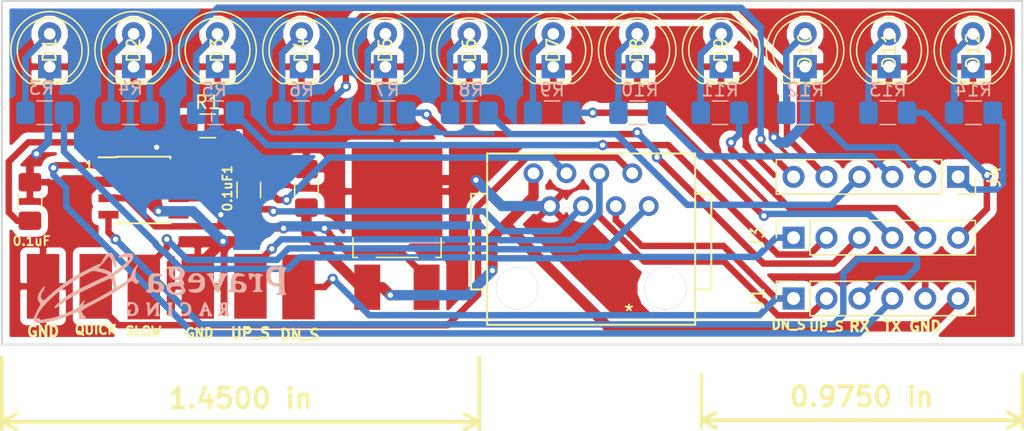
<source format=kicad_pcb>
(kicad_pcb (version 20171130) (host pcbnew "(5.0.2)-1")

  (general
    (thickness 1.6)
    (drawings 22)
    (tracks 313)
    (zones 0)
    (modules 37)
    (nets 37)
  )

  (page A4)
  (layers
    (0 F.Cu signal)
    (31 B.Cu signal)
    (32 B.Adhes user hide)
    (33 F.Adhes user hide)
    (34 B.Paste user hide)
    (35 F.Paste user hide)
    (36 B.SilkS user)
    (37 F.SilkS user)
    (38 B.Mask user hide)
    (39 F.Mask user hide)
    (40 Dwgs.User user hide)
    (41 Cmts.User user hide)
    (42 Eco1.User user hide)
    (43 Eco2.User user hide)
    (44 Edge.Cuts user)
    (45 Margin user hide)
    (46 B.CrtYd user)
    (47 F.CrtYd user)
    (48 B.Fab user hide)
    (49 F.Fab user hide)
  )

  (setup
    (last_trace_width 0.25)
    (user_trace_width 0.4)
    (user_trace_width 0.5)
    (user_trace_width 0.6)
    (user_trace_width 0.8)
    (trace_clearance 0.2)
    (zone_clearance 0.508)
    (zone_45_only no)
    (trace_min 0.2)
    (segment_width 0.2)
    (edge_width 0.15)
    (via_size 0.8)
    (via_drill 0.4)
    (via_min_size 0.4)
    (via_min_drill 0.3)
    (uvia_size 0.3)
    (uvia_drill 0.1)
    (uvias_allowed no)
    (uvia_min_size 0.2)
    (uvia_min_drill 0.1)
    (pcb_text_width 0.3)
    (pcb_text_size 1.5 1.5)
    (mod_edge_width 0.15)
    (mod_text_size 1 1)
    (mod_text_width 0.15)
    (pad_size 1.524 1.524)
    (pad_drill 0.762)
    (pad_to_mask_clearance 0.051)
    (solder_mask_min_width 0.25)
    (aux_axis_origin 0 0)
    (visible_elements 7FFFFFFF)
    (pcbplotparams
      (layerselection 0x010fc_ffffffff)
      (usegerberextensions false)
      (usegerberattributes false)
      (usegerberadvancedattributes false)
      (creategerberjobfile false)
      (excludeedgelayer true)
      (linewidth 0.100000)
      (plotframeref false)
      (viasonmask false)
      (mode 1)
      (useauxorigin false)
      (hpglpennumber 1)
      (hpglpenspeed 20)
      (hpglpendiameter 15.000000)
      (psnegative false)
      (psa4output false)
      (plotreference true)
      (plotvalue true)
      (plotinvisibletext false)
      (padsonsilk false)
      (subtractmaskfromsilk false)
      (outputformat 1)
      (mirror false)
      (drillshape 1)
      (scaleselection 1)
      (outputdirectory ""))
  )

  (net 0 "")
  (net 1 GND)
  (net 2 VIN)
  (net 3 5V)
  (net 4 "Net-(D1-Pad2)")
  (net 5 "Net-(D2-Pad2)")
  (net 6 "Net-(D3-Pad2)")
  (net 7 "Net-(D4-Pad2)")
  (net 8 "Net-(D5-Pad2)")
  (net 9 "Net-(D6-Pad2)")
  (net 10 "Net-(D7-Pad2)")
  (net 11 "Net-(D8-Pad2)")
  (net 12 "Net-(D9-Pad2)")
  (net 13 "Net-(D10-Pad2)")
  (net 14 "Net-(D11-Pad2)")
  (net 15 "Net-(D12-Pad2)")
  (net 16 DOWNSHIFT)
  (net 17 UPSHIFT)
  (net 18 LED1)
  (net 19 LED2)
  (net 20 LED3)
  (net 21 LED4)
  (net 22 LED5)
  (net 23 LED6)
  (net 24 LED12)
  (net 25 LED11)
  (net 26 LED10)
  (net 27 LED9)
  (net 28 LED8)
  (net 29 LED7)
  (net 30 QUICK)
  (net 31 SLOW)
  (net 32 "Net-(R1-Pad1)")
  (net 33 CAN0RX_P)
  (net 34 CAN0TX_N)
  (net 35 CAN0L-)
  (net 36 CAN0H+)

  (net_class Default "This is the default net class."
    (clearance 0.2)
    (trace_width 0.25)
    (via_dia 0.8)
    (via_drill 0.4)
    (uvia_dia 0.3)
    (uvia_drill 0.1)
    (add_net 5V)
    (add_net CAN0H+)
    (add_net CAN0L-)
    (add_net CAN0RX_P)
    (add_net CAN0TX_N)
    (add_net DOWNSHIFT)
    (add_net GND)
    (add_net LED1)
    (add_net LED10)
    (add_net LED11)
    (add_net LED12)
    (add_net LED2)
    (add_net LED3)
    (add_net LED4)
    (add_net LED5)
    (add_net LED6)
    (add_net LED7)
    (add_net LED8)
    (add_net LED9)
    (add_net "Net-(D1-Pad2)")
    (add_net "Net-(D10-Pad2)")
    (add_net "Net-(D11-Pad2)")
    (add_net "Net-(D12-Pad2)")
    (add_net "Net-(D2-Pad2)")
    (add_net "Net-(D3-Pad2)")
    (add_net "Net-(D4-Pad2)")
    (add_net "Net-(D5-Pad2)")
    (add_net "Net-(D6-Pad2)")
    (add_net "Net-(D7-Pad2)")
    (add_net "Net-(D8-Pad2)")
    (add_net "Net-(D9-Pad2)")
    (add_net "Net-(R1-Pad1)")
    (add_net QUICK)
    (add_net SLOW)
    (add_net UPSHIFT)
    (add_net VIN)
  )

  (net_class GND ""
    (clearance 0.2)
    (trace_width 0.6)
    (via_dia 0.8)
    (via_drill 0.4)
    (uvia_dia 0.3)
    (uvia_drill 0.1)
  )

  (module Varistor:LED_D5.0mm (layer F.Cu) (tedit 5D1E8E95) (tstamp 5D4418A2)
    (at 115.697 37.592 90)
    (descr "LED, diameter 5.0mm, 2 pins, http://cdn-reichelt.de/documents/datenblatt/A500/LL-504BC2E-009.pdf")
    (tags "LED diameter 5.0mm 2 pins")
    (path /5D1E0424)
    (fp_text reference D3 (at 1.27 0 90) (layer F.SilkS)
      (effects (font (size 1 1) (thickness 0.15)))
    )
    (fp_text value LED (at 1.27 3.96 90) (layer F.Fab)
      (effects (font (size 1 1) (thickness 0.15)))
    )
    (fp_text user %R (at 1.25 0 90) (layer F.Fab)
      (effects (font (size 0.8 0.8) (thickness 0.2)))
    )
    (fp_line (start -1.29 -1.545) (end -1.29 1.545) (layer F.SilkS) (width 0.12))
    (fp_line (start -1.23 -1.469694) (end -1.23 1.469694) (layer F.Fab) (width 0.1))
    (fp_circle (center 1.27 0) (end 3.77 0) (layer F.SilkS) (width 0.12))
    (fp_circle (center 1.27 0) (end 3.77 0) (layer F.Fab) (width 0.1))
    (fp_arc (start 1.27 0) (end -1.29 1.54483) (angle -148.9) (layer F.SilkS) (width 0.12))
    (fp_arc (start 1.27 0) (end -1.29 -1.54483) (angle 148.9) (layer F.SilkS) (width 0.12))
    (fp_arc (start 1.27 0) (end -1.23 -1.469694) (angle 299.1) (layer F.Fab) (width 0.1))
    (pad 2 thru_hole circle (at 2.54 0 90) (size 1.8 1.8) (drill 0.9) (layers *.Cu *.Mask)
      (net 6 "Net-(D3-Pad2)"))
    (pad 1 thru_hole rect (at 0 0 90) (size 1.8 1.8) (drill 0.9) (layers *.Cu *.Mask)
      (net 1 GND))
    (model ${KISYS3DMOD}/LED_THT.3dshapes/LED_D5.0mm.wrl
      (at (xyz 0 0 0))
      (scale (xyz 1 1 1))
      (rotate (xyz 0 0 0))
    )
  )

  (module Varistor:LED_D5.0mm (layer F.Cu) (tedit 5D1E829F) (tstamp 5D441971)
    (at 173.99 37.592 90)
    (descr "LED, diameter 5.0mm, 2 pins, http://cdn-reichelt.de/documents/datenblatt/A500/LL-504BC2E-009.pdf")
    (tags "LED diameter 5.0mm 2 pins")
    (path /5D1E057C)
    (fp_text reference D12 (at 1.27 0 90) (layer F.SilkS)
      (effects (font (size 1 1) (thickness 0.15)))
    )
    (fp_text value LED (at 1.27 3.96 90) (layer F.Fab)
      (effects (font (size 1 1) (thickness 0.15)))
    )
    (fp_text user %R (at 1.25 0 90) (layer F.Fab)
      (effects (font (size 0.8 0.8) (thickness 0.2)))
    )
    (fp_line (start -1.29 -1.545) (end -1.29 1.545) (layer F.SilkS) (width 0.12))
    (fp_line (start -1.23 -1.469694) (end -1.23 1.469694) (layer F.Fab) (width 0.1))
    (fp_circle (center 1.27 0) (end 3.77 0) (layer F.SilkS) (width 0.12))
    (fp_circle (center 1.27 0) (end 3.77 0) (layer F.Fab) (width 0.1))
    (fp_arc (start 1.27 0) (end -1.29 1.54483) (angle -148.9) (layer F.SilkS) (width 0.12))
    (fp_arc (start 1.27 0) (end -1.29 -1.54483) (angle 148.9) (layer F.SilkS) (width 0.12))
    (fp_arc (start 1.27 0) (end -1.23 -1.469694) (angle 299.1) (layer F.Fab) (width 0.1))
    (pad 2 thru_hole circle (at 2.54 0 90) (size 1.8 1.8) (drill 0.9) (layers *.Cu *.Mask)
      (net 15 "Net-(D12-Pad2)"))
    (pad 1 thru_hole rect (at 0 0 90) (size 1.8 1.8) (drill 0.9) (layers *.Cu *.Mask)
      (net 1 GND))
    (model ${KISYS3DMOD}/LED_THT.3dshapes/LED_D5.0mm.wrl
      (at (xyz 0 0 0))
      (scale (xyz 1 1 1))
      (rotate (xyz 0 0 0))
    )
  )

  (module Varistor:LED_D5.0mm (layer F.Cu) (tedit 5D1E8290) (tstamp 5D44195A)
    (at 167.513 37.592 90)
    (descr "LED, diameter 5.0mm, 2 pins, http://cdn-reichelt.de/documents/datenblatt/A500/LL-504BC2E-009.pdf")
    (tags "LED diameter 5.0mm 2 pins")
    (path /5D1E0536)
    (fp_text reference D11 (at 1.27 0 90) (layer F.SilkS)
      (effects (font (size 1 1) (thickness 0.15)))
    )
    (fp_text value LED (at 1.27 3.96 90) (layer F.Fab)
      (effects (font (size 1 1) (thickness 0.15)))
    )
    (fp_text user %R (at 1.25 0 90) (layer F.Fab)
      (effects (font (size 0.8 0.8) (thickness 0.2)))
    )
    (fp_line (start -1.29 -1.545) (end -1.29 1.545) (layer F.SilkS) (width 0.12))
    (fp_line (start -1.23 -1.469694) (end -1.23 1.469694) (layer F.Fab) (width 0.1))
    (fp_circle (center 1.27 0) (end 3.77 0) (layer F.SilkS) (width 0.12))
    (fp_circle (center 1.27 0) (end 3.77 0) (layer F.Fab) (width 0.1))
    (fp_arc (start 1.27 0) (end -1.29 1.54483) (angle -148.9) (layer F.SilkS) (width 0.12))
    (fp_arc (start 1.27 0) (end -1.29 -1.54483) (angle 148.9) (layer F.SilkS) (width 0.12))
    (fp_arc (start 1.27 0) (end -1.23 -1.469694) (angle 299.1) (layer F.Fab) (width 0.1))
    (pad 2 thru_hole circle (at 2.54 0 90) (size 1.8 1.8) (drill 0.9) (layers *.Cu *.Mask)
      (net 14 "Net-(D11-Pad2)"))
    (pad 1 thru_hole rect (at 0 0 90) (size 1.8 1.8) (drill 0.9) (layers *.Cu *.Mask)
      (net 1 GND))
    (model ${KISYS3DMOD}/LED_THT.3dshapes/LED_D5.0mm.wrl
      (at (xyz 0 0 0))
      (scale (xyz 1 1 1))
      (rotate (xyz 0 0 0))
    )
  )

  (module Varistor:LED_D5.0mm (layer F.Cu) (tedit 5D1E8270) (tstamp 5D45A204)
    (at 161.036 37.592 90)
    (descr "LED, diameter 5.0mm, 2 pins, http://cdn-reichelt.de/documents/datenblatt/A500/LL-504BC2E-009.pdf")
    (tags "LED diameter 5.0mm 2 pins")
    (path /5D1E05A8)
    (fp_text reference D10 (at 1.27 0 90) (layer F.SilkS)
      (effects (font (size 1 1) (thickness 0.15)))
    )
    (fp_text value LED (at 1.27 3.96 90) (layer F.Fab)
      (effects (font (size 1 1) (thickness 0.15)))
    )
    (fp_text user %R (at 1.25 0 90) (layer F.Fab)
      (effects (font (size 0.8 0.8) (thickness 0.2)))
    )
    (fp_line (start -1.29 -1.545) (end -1.29 1.545) (layer F.SilkS) (width 0.12))
    (fp_line (start -1.23 -1.469694) (end -1.23 1.469694) (layer F.Fab) (width 0.1))
    (fp_circle (center 1.27 0) (end 3.77 0) (layer F.SilkS) (width 0.12))
    (fp_circle (center 1.27 0) (end 3.77 0) (layer F.Fab) (width 0.1))
    (fp_arc (start 1.27 0) (end -1.29 1.54483) (angle -148.9) (layer F.SilkS) (width 0.12))
    (fp_arc (start 1.27 0) (end -1.29 -1.54483) (angle 148.9) (layer F.SilkS) (width 0.12))
    (fp_arc (start 1.27 0) (end -1.23 -1.469694) (angle 299.1) (layer F.Fab) (width 0.1))
    (pad 2 thru_hole circle (at 2.54 0 90) (size 1.8 1.8) (drill 0.9) (layers *.Cu *.Mask)
      (net 13 "Net-(D10-Pad2)"))
    (pad 1 thru_hole rect (at 0 0 90) (size 1.8 1.8) (drill 0.9) (layers *.Cu *.Mask)
      (net 1 GND))
    (model ${KISYS3DMOD}/LED_THT.3dshapes/LED_D5.0mm.wrl
      (at (xyz 0 0 0))
      (scale (xyz 1 1 1))
      (rotate (xyz 0 0 0))
    )
  )

  (module Varistor:LED_D5.0mm (layer F.Cu) (tedit 5D1E8254) (tstamp 5D44192C)
    (at 154.559 37.592 90)
    (descr "LED, diameter 5.0mm, 2 pins, http://cdn-reichelt.de/documents/datenblatt/A500/LL-504BC2E-009.pdf")
    (tags "LED diameter 5.0mm 2 pins")
    (path /5D1E04FC)
    (fp_text reference D9 (at 1.27 0 90) (layer F.SilkS)
      (effects (font (size 1 1) (thickness 0.15)))
    )
    (fp_text value LED (at 1.27 3.96 90) (layer F.Fab)
      (effects (font (size 1 1) (thickness 0.15)))
    )
    (fp_text user %R (at 1.25 0 90) (layer F.Fab)
      (effects (font (size 0.8 0.8) (thickness 0.2)))
    )
    (fp_line (start -1.29 -1.545) (end -1.29 1.545) (layer F.SilkS) (width 0.12))
    (fp_line (start -1.23 -1.469694) (end -1.23 1.469694) (layer F.Fab) (width 0.1))
    (fp_circle (center 1.27 0) (end 3.77 0) (layer F.SilkS) (width 0.12))
    (fp_circle (center 1.27 0) (end 3.77 0) (layer F.Fab) (width 0.1))
    (fp_arc (start 1.27 0) (end -1.29 1.54483) (angle -148.9) (layer F.SilkS) (width 0.12))
    (fp_arc (start 1.27 0) (end -1.29 -1.54483) (angle 148.9) (layer F.SilkS) (width 0.12))
    (fp_arc (start 1.27 0) (end -1.23 -1.469694) (angle 299.1) (layer F.Fab) (width 0.1))
    (pad 2 thru_hole circle (at 2.54 0 90) (size 1.8 1.8) (drill 0.9) (layers *.Cu *.Mask)
      (net 12 "Net-(D9-Pad2)"))
    (pad 1 thru_hole rect (at 0 0 90) (size 1.8 1.8) (drill 0.9) (layers *.Cu *.Mask)
      (net 1 GND))
    (model ${KISYS3DMOD}/LED_THT.3dshapes/LED_D5.0mm.wrl
      (at (xyz 0 0 0))
      (scale (xyz 1 1 1))
      (rotate (xyz 0 0 0))
    )
  )

  (module Varistor:LED_D5.0mm (layer F.Cu) (tedit 5D1E8239) (tstamp 5D441915)
    (at 148.082 37.592 90)
    (descr "LED, diameter 5.0mm, 2 pins, http://cdn-reichelt.de/documents/datenblatt/A500/LL-504BC2E-009.pdf")
    (tags "LED diameter 5.0mm 2 pins")
    (path /5D1E05E8)
    (fp_text reference D8 (at 1.27 0 90) (layer F.SilkS)
      (effects (font (size 1 1) (thickness 0.15)))
    )
    (fp_text value LED (at 1.27 3.96 90) (layer F.Fab)
      (effects (font (size 1 1) (thickness 0.15)))
    )
    (fp_text user %R (at 1.25 0 90) (layer F.Fab)
      (effects (font (size 0.8 0.8) (thickness 0.2)))
    )
    (fp_line (start -1.29 -1.545) (end -1.29 1.545) (layer F.SilkS) (width 0.12))
    (fp_line (start -1.23 -1.469694) (end -1.23 1.469694) (layer F.Fab) (width 0.1))
    (fp_circle (center 1.27 0) (end 3.77 0) (layer F.SilkS) (width 0.12))
    (fp_circle (center 1.27 0) (end 3.77 0) (layer F.Fab) (width 0.1))
    (fp_arc (start 1.27 0) (end -1.29 1.54483) (angle -148.9) (layer F.SilkS) (width 0.12))
    (fp_arc (start 1.27 0) (end -1.29 -1.54483) (angle 148.9) (layer F.SilkS) (width 0.12))
    (fp_arc (start 1.27 0) (end -1.23 -1.469694) (angle 299.1) (layer F.Fab) (width 0.1))
    (pad 2 thru_hole circle (at 2.54 0 90) (size 1.8 1.8) (drill 0.9) (layers *.Cu *.Mask)
      (net 11 "Net-(D8-Pad2)"))
    (pad 1 thru_hole rect (at 0 0 90) (size 1.8 1.8) (drill 0.9) (layers *.Cu *.Mask)
      (net 1 GND))
    (model ${KISYS3DMOD}/LED_THT.3dshapes/LED_D5.0mm.wrl
      (at (xyz 0 0 0))
      (scale (xyz 1 1 1))
      (rotate (xyz 0 0 0))
    )
  )

  (module Varistor:LED_D5.0mm (layer F.Cu) (tedit 5D1E8226) (tstamp 5D4418FE)
    (at 141.605 37.592 90)
    (descr "LED, diameter 5.0mm, 2 pins, http://cdn-reichelt.de/documents/datenblatt/A500/LL-504BC2E-009.pdf")
    (tags "LED diameter 5.0mm 2 pins")
    (path /5D1E04BE)
    (fp_text reference D7 (at 1.27 0 90) (layer F.SilkS)
      (effects (font (size 1 1) (thickness 0.15)))
    )
    (fp_text value LED (at 1.27 3.96 90) (layer F.Fab)
      (effects (font (size 1 1) (thickness 0.15)))
    )
    (fp_text user %R (at 1.25 0 90) (layer F.Fab)
      (effects (font (size 0.8 0.8) (thickness 0.2)))
    )
    (fp_line (start -1.29 -1.545) (end -1.29 1.545) (layer F.SilkS) (width 0.12))
    (fp_line (start -1.23 -1.469694) (end -1.23 1.469694) (layer F.Fab) (width 0.1))
    (fp_circle (center 1.27 0) (end 3.77 0) (layer F.SilkS) (width 0.12))
    (fp_circle (center 1.27 0) (end 3.77 0) (layer F.Fab) (width 0.1))
    (fp_arc (start 1.27 0) (end -1.29 1.54483) (angle -148.9) (layer F.SilkS) (width 0.12))
    (fp_arc (start 1.27 0) (end -1.29 -1.54483) (angle 148.9) (layer F.SilkS) (width 0.12))
    (fp_arc (start 1.27 0) (end -1.23 -1.469694) (angle 299.1) (layer F.Fab) (width 0.1))
    (pad 2 thru_hole circle (at 2.54 0 90) (size 1.8 1.8) (drill 0.9) (layers *.Cu *.Mask)
      (net 10 "Net-(D7-Pad2)"))
    (pad 1 thru_hole rect (at 0 0 90) (size 1.8 1.8) (drill 0.9) (layers *.Cu *.Mask)
      (net 1 GND))
    (model ${KISYS3DMOD}/LED_THT.3dshapes/LED_D5.0mm.wrl
      (at (xyz 0 0 0))
      (scale (xyz 1 1 1))
      (rotate (xyz 0 0 0))
    )
  )

  (module Varistor:LED_D5.0mm (layer F.Cu) (tedit 5D1E8217) (tstamp 5D4418D0)
    (at 128.651 37.592 90)
    (descr "LED, diameter 5.0mm, 2 pins, http://cdn-reichelt.de/documents/datenblatt/A500/LL-504BC2E-009.pdf")
    (tags "LED diameter 5.0mm 2 pins")
    (path /5D1E045C)
    (fp_text reference D5 (at 1.27 0 90) (layer F.SilkS)
      (effects (font (size 1 1) (thickness 0.15)))
    )
    (fp_text value LED (at 1.27 3.96 90) (layer F.Fab)
      (effects (font (size 1 1) (thickness 0.15)))
    )
    (fp_text user %R (at 1.25 0 90) (layer F.Fab)
      (effects (font (size 0.8 0.8) (thickness 0.2)))
    )
    (fp_line (start -1.29 -1.545) (end -1.29 1.545) (layer F.SilkS) (width 0.12))
    (fp_line (start -1.23 -1.469694) (end -1.23 1.469694) (layer F.Fab) (width 0.1))
    (fp_circle (center 1.27 0) (end 3.77 0) (layer F.SilkS) (width 0.12))
    (fp_circle (center 1.27 0) (end 3.77 0) (layer F.Fab) (width 0.1))
    (fp_arc (start 1.27 0) (end -1.29 1.54483) (angle -148.9) (layer F.SilkS) (width 0.12))
    (fp_arc (start 1.27 0) (end -1.29 -1.54483) (angle 148.9) (layer F.SilkS) (width 0.12))
    (fp_arc (start 1.27 0) (end -1.23 -1.469694) (angle 299.1) (layer F.Fab) (width 0.1))
    (pad 2 thru_hole circle (at 2.54 0 90) (size 1.8 1.8) (drill 0.9) (layers *.Cu *.Mask)
      (net 8 "Net-(D5-Pad2)"))
    (pad 1 thru_hole rect (at 0 0 90) (size 1.8 1.8) (drill 0.9) (layers *.Cu *.Mask)
      (net 1 GND))
    (model ${KISYS3DMOD}/LED_THT.3dshapes/LED_D5.0mm.wrl
      (at (xyz 0 0 0))
      (scale (xyz 1 1 1))
      (rotate (xyz 0 0 0))
    )
  )

  (module Varistor:LED_D5.0mm (layer F.Cu) (tedit 5D1E8207) (tstamp 5D4418E7)
    (at 135.128 37.592 90)
    (descr "LED, diameter 5.0mm, 2 pins, http://cdn-reichelt.de/documents/datenblatt/A500/LL-504BC2E-009.pdf")
    (tags "LED diameter 5.0mm 2 pins")
    (path /5D1E0620)
    (fp_text reference D6 (at 1.27 0 90) (layer F.SilkS)
      (effects (font (size 1 1) (thickness 0.15)))
    )
    (fp_text value LED (at 1.27 3.96 90) (layer F.Fab)
      (effects (font (size 1 1) (thickness 0.15)))
    )
    (fp_text user %R (at 1.25 0 90) (layer F.Fab)
      (effects (font (size 0.8 0.8) (thickness 0.2)))
    )
    (fp_line (start -1.29 -1.545) (end -1.29 1.545) (layer F.SilkS) (width 0.12))
    (fp_line (start -1.23 -1.469694) (end -1.23 1.469694) (layer F.Fab) (width 0.1))
    (fp_circle (center 1.27 0) (end 3.77 0) (layer F.SilkS) (width 0.12))
    (fp_circle (center 1.27 0) (end 3.77 0) (layer F.Fab) (width 0.1))
    (fp_arc (start 1.27 0) (end -1.29 1.54483) (angle -148.9) (layer F.SilkS) (width 0.12))
    (fp_arc (start 1.27 0) (end -1.29 -1.54483) (angle 148.9) (layer F.SilkS) (width 0.12))
    (fp_arc (start 1.27 0) (end -1.23 -1.469694) (angle 299.1) (layer F.Fab) (width 0.1))
    (pad 2 thru_hole circle (at 2.54 0 90) (size 1.8 1.8) (drill 0.9) (layers *.Cu *.Mask)
      (net 9 "Net-(D6-Pad2)"))
    (pad 1 thru_hole rect (at 0 0 90) (size 1.8 1.8) (drill 0.9) (layers *.Cu *.Mask)
      (net 1 GND))
    (model ${KISYS3DMOD}/LED_THT.3dshapes/LED_D5.0mm.wrl
      (at (xyz 0 0 0))
      (scale (xyz 1 1 1))
      (rotate (xyz 0 0 0))
    )
  )

  (module Varistor:LED_D5.0mm (layer F.Cu) (tedit 5D1E81F0) (tstamp 5D4418B9)
    (at 122.174 37.592 90)
    (descr "LED, diameter 5.0mm, 2 pins, http://cdn-reichelt.de/documents/datenblatt/A500/LL-504BC2E-009.pdf")
    (tags "LED diameter 5.0mm 2 pins")
    (path /5D1E0662)
    (fp_text reference D4 (at 1.27 0 90) (layer F.SilkS)
      (effects (font (size 1 1) (thickness 0.15)))
    )
    (fp_text value LED (at 1.27 3.96 90) (layer F.Fab)
      (effects (font (size 1 1) (thickness 0.15)))
    )
    (fp_text user %R (at 1.25 0 90) (layer F.Fab)
      (effects (font (size 0.8 0.8) (thickness 0.2)))
    )
    (fp_line (start -1.29 -1.545) (end -1.29 1.545) (layer F.SilkS) (width 0.12))
    (fp_line (start -1.23 -1.469694) (end -1.23 1.469694) (layer F.Fab) (width 0.1))
    (fp_circle (center 1.27 0) (end 3.77 0) (layer F.SilkS) (width 0.12))
    (fp_circle (center 1.27 0) (end 3.77 0) (layer F.Fab) (width 0.1))
    (fp_arc (start 1.27 0) (end -1.29 1.54483) (angle -148.9) (layer F.SilkS) (width 0.12))
    (fp_arc (start 1.27 0) (end -1.29 -1.54483) (angle 148.9) (layer F.SilkS) (width 0.12))
    (fp_arc (start 1.27 0) (end -1.23 -1.469694) (angle 299.1) (layer F.Fab) (width 0.1))
    (pad 2 thru_hole circle (at 2.54 0 90) (size 1.8 1.8) (drill 0.9) (layers *.Cu *.Mask)
      (net 7 "Net-(D4-Pad2)"))
    (pad 1 thru_hole rect (at 0 0 90) (size 1.8 1.8) (drill 0.9) (layers *.Cu *.Mask)
      (net 1 GND))
    (model ${KISYS3DMOD}/LED_THT.3dshapes/LED_D5.0mm.wrl
      (at (xyz 0 0 0))
      (scale (xyz 1 1 1))
      (rotate (xyz 0 0 0))
    )
  )

  (module Varistor:LED_D5.0mm (layer F.Cu) (tedit 5D1E81C5) (tstamp 5D44188B)
    (at 109.22 37.592 90)
    (descr "LED, diameter 5.0mm, 2 pins, http://cdn-reichelt.de/documents/datenblatt/A500/LL-504BC2E-009.pdf")
    (tags "LED diameter 5.0mm 2 pins")
    (path /5D1E06A4)
    (fp_text reference D2 (at 1.27 0 90) (layer F.SilkS)
      (effects (font (size 1 1) (thickness 0.15)))
    )
    (fp_text value LED (at 1.27 3.96 90) (layer F.Fab)
      (effects (font (size 1 1) (thickness 0.15)))
    )
    (fp_text user %R (at 1.25 0 90) (layer F.Fab)
      (effects (font (size 0.8 0.8) (thickness 0.2)))
    )
    (fp_line (start -1.29 -1.545) (end -1.29 1.545) (layer F.SilkS) (width 0.12))
    (fp_line (start -1.23 -1.469694) (end -1.23 1.469694) (layer F.Fab) (width 0.1))
    (fp_circle (center 1.27 0) (end 3.77 0) (layer F.SilkS) (width 0.12))
    (fp_circle (center 1.27 0) (end 3.77 0) (layer F.Fab) (width 0.1))
    (fp_arc (start 1.27 0) (end -1.29 1.54483) (angle -148.9) (layer F.SilkS) (width 0.12))
    (fp_arc (start 1.27 0) (end -1.29 -1.54483) (angle 148.9) (layer F.SilkS) (width 0.12))
    (fp_arc (start 1.27 0) (end -1.23 -1.469694) (angle 299.1) (layer F.Fab) (width 0.1))
    (pad 2 thru_hole circle (at 2.54 0 90) (size 1.8 1.8) (drill 0.9) (layers *.Cu *.Mask)
      (net 5 "Net-(D2-Pad2)"))
    (pad 1 thru_hole rect (at 0 0 90) (size 1.8 1.8) (drill 0.9) (layers *.Cu *.Mask)
      (net 1 GND))
    (model ${KISYS3DMOD}/LED_THT.3dshapes/LED_D5.0mm.wrl
      (at (xyz 0 0 0))
      (scale (xyz 1 1 1))
      (rotate (xyz 0 0 0))
    )
  )

  (module Varistor:LED_D5.0mm (layer F.Cu) (tedit 5D1E81AF) (tstamp 5D441874)
    (at 102.743 37.592 90)
    (descr "LED, diameter 5.0mm, 2 pins, http://cdn-reichelt.de/documents/datenblatt/A500/LL-504BC2E-009.pdf")
    (tags "LED diameter 5.0mm 2 pins")
    (path /5D1E0270)
    (fp_text reference D1 (at 1.27 0 90) (layer F.SilkS)
      (effects (font (size 1 1) (thickness 0.15)))
    )
    (fp_text value LED (at 1.27 3.96 90) (layer F.Fab)
      (effects (font (size 1 1) (thickness 0.15)))
    )
    (fp_text user %R (at 1.25 0 90) (layer F.Fab)
      (effects (font (size 0.8 0.8) (thickness 0.2)))
    )
    (fp_line (start -1.29 -1.545) (end -1.29 1.545) (layer F.SilkS) (width 0.12))
    (fp_line (start -1.23 -1.469694) (end -1.23 1.469694) (layer F.Fab) (width 0.1))
    (fp_circle (center 1.27 0) (end 3.77 0) (layer F.SilkS) (width 0.12))
    (fp_circle (center 1.27 0) (end 3.77 0) (layer F.Fab) (width 0.1))
    (fp_arc (start 1.27 0) (end -1.29 1.54483) (angle -148.9) (layer F.SilkS) (width 0.12))
    (fp_arc (start 1.27 0) (end -1.29 -1.54483) (angle 148.9) (layer F.SilkS) (width 0.12))
    (fp_arc (start 1.27 0) (end -1.23 -1.469694) (angle 299.1) (layer F.Fab) (width 0.1))
    (pad 2 thru_hole circle (at 2.54 0 90) (size 1.8 1.8) (drill 0.9) (layers *.Cu *.Mask)
      (net 4 "Net-(D1-Pad2)"))
    (pad 1 thru_hole rect (at 0 0 90) (size 1.8 1.8) (drill 0.9) (layers *.Cu *.Mask)
      (net 1 GND))
    (model ${KISYS3DMOD}/LED_THT.3dshapes/LED_D5.0mm.wrl
      (at (xyz 0 0 0))
      (scale (xyz 1 1 1))
      (rotate (xyz 0 0 0))
    )
  )

  (module Varistor:PinSocket_1x03_P2.54mm_Vertical_smd (layer F.Cu) (tedit 5D1E8545) (tstamp 5D4419ED)
    (at 102.997 54.61 90)
    (descr "Through hole straight socket strip, 1x03, 2.54mm pitch, single row (from Kicad 4.0.7), script generated")
    (tags "Through hole socket strip THT 1x03 2.54mm single row")
    (path /5D1E617B)
    (fp_text reference "" (at 0 -2.77 90) (layer F.SilkS)
      (effects (font (size 1 1) (thickness 0.15)))
    )
    (fp_text value Conn_01x03_Male (at 0 8.5852 90) (layer F.Fab)
      (effects (font (size 1 1) (thickness 0.15)))
    )
    (fp_line (start -2.5908 -2.032) (end 2.5908 -2.032) (layer F.CrtYd) (width 0.05))
    (fp_line (start 2.5908 -2.032) (end 2.5908 8.2804) (layer F.CrtYd) (width 0.05))
    (fp_line (start 2.5908 8.2804) (end -2.5908 8.2804) (layer F.CrtYd) (width 0.05))
    (fp_line (start -2.5908 8.2804) (end -2.5908 -2.032) (layer F.CrtYd) (width 0.05))
    (pad 1 smd rect (at 0.0508 -0.762 90) (size 5 2.5) (layers F.Cu F.Paste F.Mask)
      (net 1 GND))
    (pad 2 smd rect (at 0.0508 3.302 90) (size 5 2.5) (layers F.Cu F.Paste F.Mask)
      (net 30 QUICK))
    (pad 3 smd rect (at 0 7.0104 90) (size 5 2.5) (layers F.Cu F.Paste F.Mask)
      (net 31 SLOW))
    (model ${KISYS3DMOD}/Connector_PinSocket_2.54mm.3dshapes/PinSocket_1x03_P2.54mm_Vertical.wrl
      (at (xyz 0 0 0))
      (scale (xyz 1 1 1))
      (rotate (xyz 0 0 0))
    )
  )

  (module Varistor:PinSocket_1x03_P2.54mm_Vertical_smd (layer F.Cu) (tedit 5D1E8F23) (tstamp 5D4419A2)
    (at 114.935 54.61 90)
    (descr "Through hole straight socket strip, 1x03, 2.54mm pitch, single row (from Kicad 4.0.7), script generated")
    (tags "Through hole socket strip THT 1x03 2.54mm single row")
    (path /5D1E61F3)
    (fp_text reference "" (at 0 -2.77 90) (layer F.SilkS)
      (effects (font (size 1 1) (thickness 0.15)))
    )
    (fp_text value Conn_01x03_Male (at 0 8.5852 90) (layer F.Fab)
      (effects (font (size 1 1) (thickness 0.15)))
    )
    (fp_line (start -3.048 8.2804) (end -3.048 -2.032) (layer F.CrtYd) (width 0.05))
    (fp_line (start 3.048 8.2804) (end -3.048 8.2804) (layer F.CrtYd) (width 0.05))
    (fp_line (start 3.048 -2.032) (end 3.048 8.2804) (layer F.CrtYd) (width 0.05))
    (fp_line (start -3.048 -2.032) (end 3.048 -2.032) (layer F.CrtYd) (width 0.05))
    (pad 3 smd rect (at 0 7.0104 90) (size 5 2.5) (layers F.Cu F.Paste F.Mask)
      (net 16 DOWNSHIFT))
    (pad 2 smd rect (at 0.0508 3.302 90) (size 5 2.5) (layers F.Cu F.Paste F.Mask)
      (net 17 UPSHIFT))
    (pad 1 smd rect (at 0.0508 -0.762 90) (size 5 2.5) (layers F.Cu F.Paste F.Mask)
      (net 1 GND))
    (model ${KISYS3DMOD}/Connector_PinSocket_2.54mm.3dshapes/PinSocket_1x03_P2.54mm_Vertical.wrl
      (at (xyz 0 0 0))
      (scale (xyz 1 1 1))
      (rotate (xyz 0 0 0))
    )
  )

  (module Varistor:7805-smd (layer F.Cu) (tedit 5D1E90E8) (tstamp 5D441B3D)
    (at 129.54 50.927 90)
    (descr TO-252-2Lead)
    (path /5D1E36EC)
    (attr smd)
    (fp_text reference "" (at -6.477 0.254 180) (layer F.SilkS)
      (effects (font (size 1 1) (thickness 0.15)))
    )
    (fp_text value "" (at 8.636 0 180) (layer F.SilkS)
      (effects (font (size 1 1) (thickness 0.15)))
    )
    (fp_line (start -5.7 3.76) (end -5.7 -3.74) (layer F.CrtYd) (width 0.05))
    (fp_line (start -5.7 3.76) (end 7.45 3.76) (layer F.CrtYd) (width 0.05))
    (fp_line (start 7.45 -3.74) (end -5.7 -3.74) (layer F.CrtYd) (width 0.05))
    (fp_line (start 7.45 -3.74) (end 7.45 3.76) (layer F.CrtYd) (width 0.05))
    (fp_line (start -1.32 3.36) (end -1.32 -3.34) (layer F.Fab) (width 0.1))
    (fp_line (start 4.67 -3.34) (end -1.32 -3.34) (layer F.Fab) (width 0.1))
    (fp_line (start 4.67 3.36) (end 4.67 -3.34) (layer F.Fab) (width 0.1))
    (fp_line (start -1.32 3.36) (end 4.67 3.36) (layer F.Fab) (width 0.1))
    (fp_line (start -1.32 -2.86) (end -4.23 -2.86) (layer F.Fab) (width 0.1))
    (fp_line (start -4.23 -1.72) (end -1.32 -1.72) (layer F.Fab) (width 0.1))
    (fp_line (start -4.23 -2.86) (end -4.23 -1.72) (layer F.Fab) (width 0.1))
    (fp_line (start -4.23 1.74) (end -4.23 2.88) (layer F.Fab) (width 0.1))
    (fp_line (start -4.23 2.88) (end -1.32 2.88) (layer F.Fab) (width 0.1))
    (fp_line (start -1.32 1.74) (end -4.23 1.74) (layer F.Fab) (width 0.1))
    (fp_line (start 5.88 2.72) (end 4.67 2.72) (layer F.Fab) (width 0.1))
    (fp_line (start 5.88 -2.7) (end 5.88 2.72) (layer F.Fab) (width 0.1))
    (fp_line (start 4.68 -2.7) (end 5.88 -2.7) (layer F.Fab) (width 0.1))
    (fp_line (start -1.4 3.41) (end -1.4 3.01) (layer F.SilkS) (width 0.12))
    (fp_line (start 0.1 3.41) (end -1.4 3.41) (layer F.SilkS) (width 0.12))
    (fp_line (start -1.4 1.61) (end -1.4 -1.59) (layer F.SilkS) (width 0.12))
    (fp_line (start -1.4 -3.39) (end 0.1 -3.39) (layer F.SilkS) (width 0.12))
    (fp_line (start -1.4 -3.04) (end -1.4 -3.39) (layer F.SilkS) (width 0.12))
    (pad 2 smd rect (at 3.7 0.01) (size 7 7) (layers F.Cu F.Paste F.Mask)
      (net 1 GND))
    (pad 3 smd rect (at -3.7 2.29) (size 2 3.5) (layers F.Cu F.Paste F.Mask)
      (net 3 5V))
    (pad 1 smd rect (at -3.7 -2.29) (size 2 3.5) (layers F.Cu F.Paste F.Mask)
      (net 2 VIN))
    (model TO_SOT_Packages_SMD.3dshapes\TO-252-2Lead.wrl
      (offset (xyz -3.499999947435274 0 0))
      (scale (xyz 1 1 1))
      (rotate (xyz 0 0 90))
    )
  )

  (module Capacitor_SMD:C_1206_3216Metric_Pad1.42x1.75mm_HandSolder (layer F.Cu) (tedit 5D1E803A) (tstamp 5D44184C)
    (at 122.555 46.99 90)
    (descr "Capacitor SMD 1206 (3216 Metric), square (rectangular) end terminal, IPC_7351 nominal with elongated pad for handsoldering. (Body size source: http://www.tortai-tech.com/upload/download/2011102023233369053.pdf), generated with kicad-footprint-generator")
    (tags "capacitor handsolder")
    (path /5D1E5075)
    (attr smd)
    (fp_text reference 0.1uF1 (at 0 -6.096 90) (layer F.SilkS)
      (effects (font (size 0.7 0.7) (thickness 0.15)))
    )
    (fp_text value C (at 0 1.82 90) (layer F.Fab)
      (effects (font (size 1 1) (thickness 0.15)))
    )
    (fp_text user %R (at 0 0 90) (layer F.Fab)
      (effects (font (size 0.8 0.8) (thickness 0.12)))
    )
    (fp_line (start 2.45 1.12) (end -2.45 1.12) (layer F.CrtYd) (width 0.05))
    (fp_line (start 2.45 -1.12) (end 2.45 1.12) (layer F.CrtYd) (width 0.05))
    (fp_line (start -2.45 -1.12) (end 2.45 -1.12) (layer F.CrtYd) (width 0.05))
    (fp_line (start -2.45 1.12) (end -2.45 -1.12) (layer F.CrtYd) (width 0.05))
    (fp_line (start -0.602064 0.91) (end 0.602064 0.91) (layer F.SilkS) (width 0.12))
    (fp_line (start -0.602064 -0.91) (end 0.602064 -0.91) (layer F.SilkS) (width 0.12))
    (fp_line (start 1.6 0.8) (end -1.6 0.8) (layer F.Fab) (width 0.1))
    (fp_line (start 1.6 -0.8) (end 1.6 0.8) (layer F.Fab) (width 0.1))
    (fp_line (start -1.6 -0.8) (end 1.6 -0.8) (layer F.Fab) (width 0.1))
    (fp_line (start -1.6 0.8) (end -1.6 -0.8) (layer F.Fab) (width 0.1))
    (pad 2 smd roundrect (at 1.4875 0 90) (size 1.425 1.75) (layers F.Cu F.Paste F.Mask) (roundrect_rratio 0.175439)
      (net 1 GND))
    (pad 1 smd roundrect (at -1.4875 0 90) (size 1.425 1.75) (layers F.Cu F.Paste F.Mask) (roundrect_rratio 0.175439)
      (net 2 VIN))
    (model ${KISYS3DMOD}/Capacitor_SMD.3dshapes/C_1206_3216Metric.wrl
      (at (xyz 0 0 0))
      (scale (xyz 1 1 1))
      (rotate (xyz 0 0 0))
    )
  )

  (module Connector_PinSocket_2.54mm:PinSocket_1x06_P2.54mm_Vertical (layer F.Cu) (tedit 5A19A430) (tstamp 5D44198B)
    (at 160.147 55.499 90)
    (descr "Through hole straight socket strip, 1x06, 2.54mm pitch, single row (from Kicad 4.0.7), script generated")
    (tags "Through hole socket strip THT 1x06 2.54mm single row")
    (path /5D1E4993)
    (fp_text reference J1 (at 0 -2.77 90) (layer F.SilkS)
      (effects (font (size 1 1) (thickness 0.15)))
    )
    (fp_text value Conn_01x06_Male (at 0 15.47 90) (layer F.Fab)
      (effects (font (size 1 1) (thickness 0.15)))
    )
    (fp_line (start -1.27 -1.27) (end 0.635 -1.27) (layer F.Fab) (width 0.1))
    (fp_line (start 0.635 -1.27) (end 1.27 -0.635) (layer F.Fab) (width 0.1))
    (fp_line (start 1.27 -0.635) (end 1.27 13.97) (layer F.Fab) (width 0.1))
    (fp_line (start 1.27 13.97) (end -1.27 13.97) (layer F.Fab) (width 0.1))
    (fp_line (start -1.27 13.97) (end -1.27 -1.27) (layer F.Fab) (width 0.1))
    (fp_line (start -1.33 1.27) (end 1.33 1.27) (layer F.SilkS) (width 0.12))
    (fp_line (start -1.33 1.27) (end -1.33 14.03) (layer F.SilkS) (width 0.12))
    (fp_line (start -1.33 14.03) (end 1.33 14.03) (layer F.SilkS) (width 0.12))
    (fp_line (start 1.33 1.27) (end 1.33 14.03) (layer F.SilkS) (width 0.12))
    (fp_line (start 1.33 -1.33) (end 1.33 0) (layer F.SilkS) (width 0.12))
    (fp_line (start 0 -1.33) (end 1.33 -1.33) (layer F.SilkS) (width 0.12))
    (fp_line (start -1.8 -1.8) (end 1.75 -1.8) (layer F.CrtYd) (width 0.05))
    (fp_line (start 1.75 -1.8) (end 1.75 14.45) (layer F.CrtYd) (width 0.05))
    (fp_line (start 1.75 14.45) (end -1.8 14.45) (layer F.CrtYd) (width 0.05))
    (fp_line (start -1.8 14.45) (end -1.8 -1.8) (layer F.CrtYd) (width 0.05))
    (fp_text user %R (at 0 6.35 180) (layer F.Fab)
      (effects (font (size 1 1) (thickness 0.15)))
    )
    (pad 1 thru_hole rect (at 0 0 90) (size 1.7 1.7) (drill 1) (layers *.Cu *.Mask)
      (net 16 DOWNSHIFT))
    (pad 2 thru_hole oval (at 0 2.54 90) (size 1.7 1.7) (drill 1) (layers *.Cu *.Mask)
      (net 17 UPSHIFT))
    (pad 3 thru_hole oval (at 0 5.08 90) (size 1.7 1.7) (drill 1) (layers *.Cu *.Mask)
      (net 33 CAN0RX_P))
    (pad 4 thru_hole oval (at 0 7.62 90) (size 1.7 1.7) (drill 1) (layers *.Cu *.Mask)
      (net 34 CAN0TX_N))
    (pad 5 thru_hole oval (at 0 10.16 90) (size 1.7 1.7) (drill 1) (layers *.Cu *.Mask)
      (net 1 GND))
    (pad 6 thru_hole oval (at 0 12.7 90) (size 1.7 1.7) (drill 1) (layers *.Cu *.Mask)
      (net 2 VIN))
    (model ${KISYS3DMOD}/Connector_PinSocket_2.54mm.3dshapes/PinSocket_1x06_P2.54mm_Vertical.wrl
      (at (xyz 0 0 0))
      (scale (xyz 1 1 1))
      (rotate (xyz 0 0 0))
    )
  )

  (module Connector_PinSocket_2.54mm:PinSocket_1x06_P2.54mm_Vertical (layer F.Cu) (tedit 5D1E5D26) (tstamp 5D4419BC)
    (at 160.147 50.8 90)
    (descr "Through hole straight socket strip, 1x06, 2.54mm pitch, single row (from Kicad 4.0.7), script generated")
    (tags "Through hole socket strip THT 1x06 2.54mm single row")
    (path /5D1E3D01)
    (fp_text reference J3 (at 0 -2.77 90) (layer F.SilkS)
      (effects (font (size 1 1) (thickness 0.15)))
    )
    (fp_text value Conn_01x06_Male (at 0 15.47 90) (layer F.Fab)
      (effects (font (size 1 1) (thickness 0.15)))
    )
    (fp_line (start -1.27 -1.27) (end 0.635 -1.27) (layer F.Fab) (width 0.1))
    (fp_line (start 0.635 -1.27) (end 1.27 -0.635) (layer F.Fab) (width 0.1))
    (fp_line (start 1.27 -0.635) (end 1.27 13.97) (layer F.Fab) (width 0.1))
    (fp_line (start 1.27 13.97) (end -1.27 13.97) (layer F.Fab) (width 0.1))
    (fp_line (start -1.27 13.97) (end -1.27 -1.27) (layer F.Fab) (width 0.1))
    (fp_line (start -1.33 1.27) (end 1.33 1.27) (layer F.SilkS) (width 0.12))
    (fp_line (start -1.33 1.27) (end -1.33 14.03) (layer F.SilkS) (width 0.12))
    (fp_line (start -1.33 14.03) (end 1.33 14.03) (layer F.SilkS) (width 0.12))
    (fp_line (start 1.33 1.27) (end 1.33 14.03) (layer F.SilkS) (width 0.12))
    (fp_line (start 1.33 -1.33) (end 1.33 0) (layer F.SilkS) (width 0.12))
    (fp_line (start 0 -1.33) (end 1.33 -1.33) (layer F.SilkS) (width 0.12))
    (fp_line (start -1.8 -1.8) (end 1.75 -1.8) (layer F.CrtYd) (width 0.05))
    (fp_line (start 1.75 -1.8) (end 1.75 14.45) (layer F.CrtYd) (width 0.05))
    (fp_line (start 1.75 14.45) (end -1.8 14.45) (layer F.CrtYd) (width 0.05))
    (fp_line (start -1.8 14.45) (end -1.8 -1.8) (layer F.CrtYd) (width 0.05))
    (fp_text user %R (at 0 6.35 180) (layer F.Fab)
      (effects (font (size 1 1) (thickness 0.15)))
    )
    (pad 1 thru_hole rect (at 0 0 90) (size 1.7 1.7) (drill 1) (layers *.Cu *.Mask)
      (net 18 LED1))
    (pad 2 thru_hole oval (at 0 2.54 90) (size 1.7 1.7) (drill 1) (layers *.Cu *.Mask)
      (net 19 LED2))
    (pad 3 thru_hole oval (at 0 5.08 90) (size 1.7 1.7) (drill 1) (layers *.Cu *.Mask)
      (net 20 LED3))
    (pad 4 thru_hole oval (at 0 7.62 90) (size 1.7 1.7) (drill 1) (layers *.Cu *.Mask)
      (net 21 LED4))
    (pad 5 thru_hole oval (at 0 10.16 90) (size 1.7 1.7) (drill 1) (layers *.Cu *.Mask)
      (net 22 LED5))
    (pad 6 thru_hole oval (at 0 12.7 90) (size 1.7 1.7) (drill 1) (layers *.Cu *.Mask)
      (net 23 LED6))
    (model ${KISYS3DMOD}/Connector_PinSocket_2.54mm.3dshapes/PinSocket_1x06_P2.54mm_Vertical.wrl
      (at (xyz 0 0 0))
      (scale (xyz 1 1 1))
      (rotate (xyz 0 0 0))
    )
  )

  (module Connector_PinSocket_2.54mm:PinSocket_1x06_P2.54mm_Vertical (layer F.Cu) (tedit 5D1E5D2A) (tstamp 5D4419D6)
    (at 172.847 46.101 270)
    (descr "Through hole straight socket strip, 1x06, 2.54mm pitch, single row (from Kicad 4.0.7), script generated")
    (tags "Through hole socket strip THT 1x06 2.54mm single row")
    (path /5D1E41AF)
    (fp_text reference J4 (at 0 -2.77 270) (layer F.SilkS)
      (effects (font (size 1 1) (thickness 0.15)))
    )
    (fp_text value Conn_01x06_Male (at 0 15.47 270) (layer F.Fab)
      (effects (font (size 1 1) (thickness 0.15)))
    )
    (fp_text user %R (at 0 6.35) (layer F.Fab)
      (effects (font (size 1 1) (thickness 0.15)))
    )
    (fp_line (start -1.8 14.45) (end -1.8 -1.8) (layer F.CrtYd) (width 0.05))
    (fp_line (start 1.75 14.45) (end -1.8 14.45) (layer F.CrtYd) (width 0.05))
    (fp_line (start 1.75 -1.8) (end 1.75 14.45) (layer F.CrtYd) (width 0.05))
    (fp_line (start -1.8 -1.8) (end 1.75 -1.8) (layer F.CrtYd) (width 0.05))
    (fp_line (start 0 -1.33) (end 1.33 -1.33) (layer F.SilkS) (width 0.12))
    (fp_line (start 1.33 -1.33) (end 1.33 0) (layer F.SilkS) (width 0.12))
    (fp_line (start 1.33 1.27) (end 1.33 14.03) (layer F.SilkS) (width 0.12))
    (fp_line (start -1.33 14.03) (end 1.33 14.03) (layer F.SilkS) (width 0.12))
    (fp_line (start -1.33 1.27) (end -1.33 14.03) (layer F.SilkS) (width 0.12))
    (fp_line (start -1.33 1.27) (end 1.33 1.27) (layer F.SilkS) (width 0.12))
    (fp_line (start -1.27 13.97) (end -1.27 -1.27) (layer F.Fab) (width 0.1))
    (fp_line (start 1.27 13.97) (end -1.27 13.97) (layer F.Fab) (width 0.1))
    (fp_line (start 1.27 -0.635) (end 1.27 13.97) (layer F.Fab) (width 0.1))
    (fp_line (start 0.635 -1.27) (end 1.27 -0.635) (layer F.Fab) (width 0.1))
    (fp_line (start -1.27 -1.27) (end 0.635 -1.27) (layer F.Fab) (width 0.1))
    (pad 6 thru_hole oval (at 0 12.7 270) (size 1.7 1.7) (drill 1) (layers *.Cu *.Mask)
      (net 24 LED12))
    (pad 5 thru_hole oval (at 0 10.16 270) (size 1.7 1.7) (drill 1) (layers *.Cu *.Mask)
      (net 25 LED11))
    (pad 4 thru_hole oval (at 0 7.62 270) (size 1.7 1.7) (drill 1) (layers *.Cu *.Mask)
      (net 26 LED10))
    (pad 3 thru_hole oval (at 0 5.08 270) (size 1.7 1.7) (drill 1) (layers *.Cu *.Mask)
      (net 27 LED9))
    (pad 2 thru_hole oval (at 0 2.54 270) (size 1.7 1.7) (drill 1) (layers *.Cu *.Mask)
      (net 28 LED8))
    (pad 1 thru_hole rect (at 0 0 270) (size 1.7 1.7) (drill 1) (layers *.Cu *.Mask)
      (net 29 LED7))
    (model ${KISYS3DMOD}/Connector_PinSocket_2.54mm.3dshapes/PinSocket_1x06_P2.54mm_Vertical.wrl
      (at (xyz 0 0 0))
      (scale (xyz 1 1 1))
      (rotate (xyz 0 0 0))
    )
  )

  (module Resistor_SMD:R_1206_3216Metric_Pad1.42x1.75mm_HandSolder (layer F.Cu) (tedit 5B301BBD) (tstamp 5D4419FE)
    (at 114.935 42.164)
    (descr "Resistor SMD 1206 (3216 Metric), square (rectangular) end terminal, IPC_7351 nominal with elongated pad for handsoldering. (Body size source: http://www.tortai-tech.com/upload/download/2011102023233369053.pdf), generated with kicad-footprint-generator")
    (tags "resistor handsolder")
    (path /5D1E1848)
    (attr smd)
    (fp_text reference R1 (at 0 -1.82) (layer F.SilkS)
      (effects (font (size 1 1) (thickness 0.15)))
    )
    (fp_text value R (at 0 1.82) (layer F.Fab)
      (effects (font (size 1 1) (thickness 0.15)))
    )
    (fp_line (start -1.6 0.8) (end -1.6 -0.8) (layer F.Fab) (width 0.1))
    (fp_line (start -1.6 -0.8) (end 1.6 -0.8) (layer F.Fab) (width 0.1))
    (fp_line (start 1.6 -0.8) (end 1.6 0.8) (layer F.Fab) (width 0.1))
    (fp_line (start 1.6 0.8) (end -1.6 0.8) (layer F.Fab) (width 0.1))
    (fp_line (start -0.602064 -0.91) (end 0.602064 -0.91) (layer F.SilkS) (width 0.12))
    (fp_line (start -0.602064 0.91) (end 0.602064 0.91) (layer F.SilkS) (width 0.12))
    (fp_line (start -2.45 1.12) (end -2.45 -1.12) (layer F.CrtYd) (width 0.05))
    (fp_line (start -2.45 -1.12) (end 2.45 -1.12) (layer F.CrtYd) (width 0.05))
    (fp_line (start 2.45 -1.12) (end 2.45 1.12) (layer F.CrtYd) (width 0.05))
    (fp_line (start 2.45 1.12) (end -2.45 1.12) (layer F.CrtYd) (width 0.05))
    (fp_text user %R (at 0 0) (layer F.Fab)
      (effects (font (size 0.8 0.8) (thickness 0.12)))
    )
    (pad 1 smd roundrect (at -1.4875 0) (size 1.425 1.75) (layers F.Cu F.Paste F.Mask) (roundrect_rratio 0.175439)
      (net 32 "Net-(R1-Pad1)"))
    (pad 2 smd roundrect (at 1.4875 0) (size 1.425 1.75) (layers F.Cu F.Paste F.Mask) (roundrect_rratio 0.175439)
      (net 1 GND))
    (model ${KISYS3DMOD}/Resistor_SMD.3dshapes/R_1206_3216Metric.wrl
      (at (xyz 0 0 0))
      (scale (xyz 1 1 1))
      (rotate (xyz 0 0 0))
    )
  )

  (module Resistor_SMD:R_1206_3216Metric_Pad1.42x1.75mm_HandSolder (layer F.Cu) (tedit 5D1E8040) (tstamp 5D441A0F)
    (at 118.11 47.117 270)
    (descr "Resistor SMD 1206 (3216 Metric), square (rectangular) end terminal, IPC_7351 nominal with elongated pad for handsoldering. (Body size source: http://www.tortai-tech.com/upload/download/2011102023233369053.pdf), generated with kicad-footprint-generator")
    (tags "resistor handsolder")
    (path /5D1E1919)
    (attr smd)
    (fp_text reference "" (at 0 -1.82 270) (layer F.SilkS)
      (effects (font (size 1 1) (thickness 0.15)))
    )
    (fp_text value R (at 0 1.82 270) (layer F.Fab)
      (effects (font (size 1 1) (thickness 0.15)))
    )
    (fp_text user %R (at 0 0 270) (layer F.Fab)
      (effects (font (size 0.8 0.8) (thickness 0.12)))
    )
    (fp_line (start 2.45 1.12) (end -2.45 1.12) (layer F.CrtYd) (width 0.05))
    (fp_line (start 2.45 -1.12) (end 2.45 1.12) (layer F.CrtYd) (width 0.05))
    (fp_line (start -2.45 -1.12) (end 2.45 -1.12) (layer F.CrtYd) (width 0.05))
    (fp_line (start -2.45 1.12) (end -2.45 -1.12) (layer F.CrtYd) (width 0.05))
    (fp_line (start -0.602064 0.91) (end 0.602064 0.91) (layer F.SilkS) (width 0.12))
    (fp_line (start -0.602064 -0.91) (end 0.602064 -0.91) (layer F.SilkS) (width 0.12))
    (fp_line (start 1.6 0.8) (end -1.6 0.8) (layer F.Fab) (width 0.1))
    (fp_line (start 1.6 -0.8) (end 1.6 0.8) (layer F.Fab) (width 0.1))
    (fp_line (start -1.6 -0.8) (end 1.6 -0.8) (layer F.Fab) (width 0.1))
    (fp_line (start -1.6 0.8) (end -1.6 -0.8) (layer F.Fab) (width 0.1))
    (pad 2 smd roundrect (at 1.4875 0 270) (size 1.425 1.75) (layers F.Cu F.Paste F.Mask) (roundrect_rratio 0.175439)
      (net 35 CAN0L-))
    (pad 1 smd roundrect (at -1.4875 0 270) (size 1.425 1.75) (layers F.Cu F.Paste F.Mask) (roundrect_rratio 0.175439)
      (net 36 CAN0H+))
    (model ${KISYS3DMOD}/Resistor_SMD.3dshapes/R_1206_3216Metric.wrl
      (at (xyz 0 0 0))
      (scale (xyz 1 1 1))
      (rotate (xyz 0 0 0))
    )
  )

  (module Resistor_SMD:R_1206_3216Metric_Pad1.42x1.75mm_HandSolder (layer B.Cu) (tedit 5B301BBD) (tstamp 5D441A20)
    (at 102.362 41.148)
    (descr "Resistor SMD 1206 (3216 Metric), square (rectangular) end terminal, IPC_7351 nominal with elongated pad for handsoldering. (Body size source: http://www.tortai-tech.com/upload/download/2011102023233369053.pdf), generated with kicad-footprint-generator")
    (tags "resistor handsolder")
    (path /5D1E0C8B)
    (attr smd)
    (fp_text reference R3 (at -0.254 -1.905) (layer B.SilkS)
      (effects (font (size 1 1) (thickness 0.15)) (justify mirror))
    )
    (fp_text value R (at 0 -1.82) (layer B.Fab)
      (effects (font (size 1 1) (thickness 0.15)) (justify mirror))
    )
    (fp_line (start -1.6 -0.8) (end -1.6 0.8) (layer B.Fab) (width 0.1))
    (fp_line (start -1.6 0.8) (end 1.6 0.8) (layer B.Fab) (width 0.1))
    (fp_line (start 1.6 0.8) (end 1.6 -0.8) (layer B.Fab) (width 0.1))
    (fp_line (start 1.6 -0.8) (end -1.6 -0.8) (layer B.Fab) (width 0.1))
    (fp_line (start -0.602064 0.91) (end 0.602064 0.91) (layer B.SilkS) (width 0.12))
    (fp_line (start -0.602064 -0.91) (end 0.602064 -0.91) (layer B.SilkS) (width 0.12))
    (fp_line (start -2.45 -1.12) (end -2.45 1.12) (layer B.CrtYd) (width 0.05))
    (fp_line (start -2.45 1.12) (end 2.45 1.12) (layer B.CrtYd) (width 0.05))
    (fp_line (start 2.45 1.12) (end 2.45 -1.12) (layer B.CrtYd) (width 0.05))
    (fp_line (start 2.45 -1.12) (end -2.45 -1.12) (layer B.CrtYd) (width 0.05))
    (fp_text user %R (at 0 0) (layer B.Fab)
      (effects (font (size 0.8 0.8) (thickness 0.12)) (justify mirror))
    )
    (pad 1 smd roundrect (at -1.4875 0) (size 1.425 1.75) (layers B.Cu B.Paste B.Mask) (roundrect_rratio 0.175439)
      (net 4 "Net-(D1-Pad2)"))
    (pad 2 smd roundrect (at 1.4875 0) (size 1.425 1.75) (layers B.Cu B.Paste B.Mask) (roundrect_rratio 0.175439)
      (net 18 LED1))
    (model ${KISYS3DMOD}/Resistor_SMD.3dshapes/R_1206_3216Metric.wrl
      (at (xyz 0 0 0))
      (scale (xyz 1 1 1))
      (rotate (xyz 0 0 0))
    )
  )

  (module Resistor_SMD:R_1206_3216Metric_Pad1.42x1.75mm_HandSolder (layer B.Cu) (tedit 5B301BBD) (tstamp 5D441A31)
    (at 108.966 41.148)
    (descr "Resistor SMD 1206 (3216 Metric), square (rectangular) end terminal, IPC_7351 nominal with elongated pad for handsoldering. (Body size source: http://www.tortai-tech.com/upload/download/2011102023233369053.pdf), generated with kicad-footprint-generator")
    (tags "resistor handsolder")
    (path /5D1E0CCF)
    (attr smd)
    (fp_text reference R4 (at 0 -1.905) (layer B.SilkS)
      (effects (font (size 1 1) (thickness 0.15)) (justify mirror))
    )
    (fp_text value R (at 0 -1.82) (layer B.Fab)
      (effects (font (size 1 1) (thickness 0.15)) (justify mirror))
    )
    (fp_text user %R (at 0 0) (layer B.Fab)
      (effects (font (size 0.8 0.8) (thickness 0.12)) (justify mirror))
    )
    (fp_line (start 2.45 -1.12) (end -2.45 -1.12) (layer B.CrtYd) (width 0.05))
    (fp_line (start 2.45 1.12) (end 2.45 -1.12) (layer B.CrtYd) (width 0.05))
    (fp_line (start -2.45 1.12) (end 2.45 1.12) (layer B.CrtYd) (width 0.05))
    (fp_line (start -2.45 -1.12) (end -2.45 1.12) (layer B.CrtYd) (width 0.05))
    (fp_line (start -0.602064 -0.91) (end 0.602064 -0.91) (layer B.SilkS) (width 0.12))
    (fp_line (start -0.602064 0.91) (end 0.602064 0.91) (layer B.SilkS) (width 0.12))
    (fp_line (start 1.6 -0.8) (end -1.6 -0.8) (layer B.Fab) (width 0.1))
    (fp_line (start 1.6 0.8) (end 1.6 -0.8) (layer B.Fab) (width 0.1))
    (fp_line (start -1.6 0.8) (end 1.6 0.8) (layer B.Fab) (width 0.1))
    (fp_line (start -1.6 -0.8) (end -1.6 0.8) (layer B.Fab) (width 0.1))
    (pad 2 smd roundrect (at 1.4875 0) (size 1.425 1.75) (layers B.Cu B.Paste B.Mask) (roundrect_rratio 0.175439)
      (net 24 LED12))
    (pad 1 smd roundrect (at -1.4875 0) (size 1.425 1.75) (layers B.Cu B.Paste B.Mask) (roundrect_rratio 0.175439)
      (net 5 "Net-(D2-Pad2)"))
    (model ${KISYS3DMOD}/Resistor_SMD.3dshapes/R_1206_3216Metric.wrl
      (at (xyz 0 0 0))
      (scale (xyz 1 1 1))
      (rotate (xyz 0 0 0))
    )
  )

  (module Resistor_SMD:R_1206_3216Metric_Pad1.42x1.75mm_HandSolder (layer B.Cu) (tedit 5B301BBD) (tstamp 5D441A42)
    (at 115.5335 41.148)
    (descr "Resistor SMD 1206 (3216 Metric), square (rectangular) end terminal, IPC_7351 nominal with elongated pad for handsoldering. (Body size source: http://www.tortai-tech.com/upload/download/2011102023233369053.pdf), generated with kicad-footprint-generator")
    (tags "resistor handsolder")
    (path /5D1E0D47)
    (attr smd)
    (fp_text reference R5 (at -0.0905 -1.778) (layer B.SilkS)
      (effects (font (size 1 1) (thickness 0.15)) (justify mirror))
    )
    (fp_text value R (at 0 -1.82) (layer B.Fab)
      (effects (font (size 1 1) (thickness 0.15)) (justify mirror))
    )
    (fp_text user %R (at 0 0) (layer B.Fab)
      (effects (font (size 0.8 0.8) (thickness 0.12)) (justify mirror))
    )
    (fp_line (start 2.45 -1.12) (end -2.45 -1.12) (layer B.CrtYd) (width 0.05))
    (fp_line (start 2.45 1.12) (end 2.45 -1.12) (layer B.CrtYd) (width 0.05))
    (fp_line (start -2.45 1.12) (end 2.45 1.12) (layer B.CrtYd) (width 0.05))
    (fp_line (start -2.45 -1.12) (end -2.45 1.12) (layer B.CrtYd) (width 0.05))
    (fp_line (start -0.602064 -0.91) (end 0.602064 -0.91) (layer B.SilkS) (width 0.12))
    (fp_line (start -0.602064 0.91) (end 0.602064 0.91) (layer B.SilkS) (width 0.12))
    (fp_line (start 1.6 -0.8) (end -1.6 -0.8) (layer B.Fab) (width 0.1))
    (fp_line (start 1.6 0.8) (end 1.6 -0.8) (layer B.Fab) (width 0.1))
    (fp_line (start -1.6 0.8) (end 1.6 0.8) (layer B.Fab) (width 0.1))
    (fp_line (start -1.6 -0.8) (end -1.6 0.8) (layer B.Fab) (width 0.1))
    (pad 2 smd roundrect (at 1.4875 0) (size 1.425 1.75) (layers B.Cu B.Paste B.Mask) (roundrect_rratio 0.175439)
      (net 19 LED2))
    (pad 1 smd roundrect (at -1.4875 0) (size 1.425 1.75) (layers B.Cu B.Paste B.Mask) (roundrect_rratio 0.175439)
      (net 6 "Net-(D3-Pad2)"))
    (model ${KISYS3DMOD}/Resistor_SMD.3dshapes/R_1206_3216Metric.wrl
      (at (xyz 0 0 0))
      (scale (xyz 1 1 1))
      (rotate (xyz 0 0 0))
    )
  )

  (module Resistor_SMD:R_1206_3216Metric_Pad1.42x1.75mm_HandSolder (layer B.Cu) (tedit 5B301BBD) (tstamp 5D441A53)
    (at 122.174 41.148)
    (descr "Resistor SMD 1206 (3216 Metric), square (rectangular) end terminal, IPC_7351 nominal with elongated pad for handsoldering. (Body size source: http://www.tortai-tech.com/upload/download/2011102023233369053.pdf), generated with kicad-footprint-generator")
    (tags "resistor handsolder")
    (path /5D1E0D09)
    (attr smd)
    (fp_text reference R6 (at 0 -1.778) (layer B.SilkS)
      (effects (font (size 1 1) (thickness 0.15)) (justify mirror))
    )
    (fp_text value R (at 0 -1.82) (layer B.Fab)
      (effects (font (size 1 1) (thickness 0.15)) (justify mirror))
    )
    (fp_line (start -1.6 -0.8) (end -1.6 0.8) (layer B.Fab) (width 0.1))
    (fp_line (start -1.6 0.8) (end 1.6 0.8) (layer B.Fab) (width 0.1))
    (fp_line (start 1.6 0.8) (end 1.6 -0.8) (layer B.Fab) (width 0.1))
    (fp_line (start 1.6 -0.8) (end -1.6 -0.8) (layer B.Fab) (width 0.1))
    (fp_line (start -0.602064 0.91) (end 0.602064 0.91) (layer B.SilkS) (width 0.12))
    (fp_line (start -0.602064 -0.91) (end 0.602064 -0.91) (layer B.SilkS) (width 0.12))
    (fp_line (start -2.45 -1.12) (end -2.45 1.12) (layer B.CrtYd) (width 0.05))
    (fp_line (start -2.45 1.12) (end 2.45 1.12) (layer B.CrtYd) (width 0.05))
    (fp_line (start 2.45 1.12) (end 2.45 -1.12) (layer B.CrtYd) (width 0.05))
    (fp_line (start 2.45 -1.12) (end -2.45 -1.12) (layer B.CrtYd) (width 0.05))
    (fp_text user %R (at 0 0) (layer B.Fab)
      (effects (font (size 0.8 0.8) (thickness 0.12)) (justify mirror))
    )
    (pad 1 smd roundrect (at -1.4875 0) (size 1.425 1.75) (layers B.Cu B.Paste B.Mask) (roundrect_rratio 0.175439)
      (net 7 "Net-(D4-Pad2)"))
    (pad 2 smd roundrect (at 1.4875 0) (size 1.425 1.75) (layers B.Cu B.Paste B.Mask) (roundrect_rratio 0.175439)
      (net 25 LED11))
    (model ${KISYS3DMOD}/Resistor_SMD.3dshapes/R_1206_3216Metric.wrl
      (at (xyz 0 0 0))
      (scale (xyz 1 1 1))
      (rotate (xyz 0 0 0))
    )
  )

  (module Resistor_SMD:R_1206_3216Metric_Pad1.42x1.75mm_HandSolder (layer B.Cu) (tedit 5B301BBD) (tstamp 5D441A64)
    (at 128.778 41.148)
    (descr "Resistor SMD 1206 (3216 Metric), square (rectangular) end terminal, IPC_7351 nominal with elongated pad for handsoldering. (Body size source: http://www.tortai-tech.com/upload/download/2011102023233369053.pdf), generated with kicad-footprint-generator")
    (tags "resistor handsolder")
    (path /5D1E0D85)
    (attr smd)
    (fp_text reference R7 (at 0 -1.778) (layer B.SilkS)
      (effects (font (size 1 1) (thickness 0.15)) (justify mirror))
    )
    (fp_text value R (at 0 -1.82) (layer B.Fab)
      (effects (font (size 1 1) (thickness 0.15)) (justify mirror))
    )
    (fp_text user %R (at 0 0) (layer B.Fab)
      (effects (font (size 0.8 0.8) (thickness 0.12)) (justify mirror))
    )
    (fp_line (start 2.45 -1.12) (end -2.45 -1.12) (layer B.CrtYd) (width 0.05))
    (fp_line (start 2.45 1.12) (end 2.45 -1.12) (layer B.CrtYd) (width 0.05))
    (fp_line (start -2.45 1.12) (end 2.45 1.12) (layer B.CrtYd) (width 0.05))
    (fp_line (start -2.45 -1.12) (end -2.45 1.12) (layer B.CrtYd) (width 0.05))
    (fp_line (start -0.602064 -0.91) (end 0.602064 -0.91) (layer B.SilkS) (width 0.12))
    (fp_line (start -0.602064 0.91) (end 0.602064 0.91) (layer B.SilkS) (width 0.12))
    (fp_line (start 1.6 -0.8) (end -1.6 -0.8) (layer B.Fab) (width 0.1))
    (fp_line (start 1.6 0.8) (end 1.6 -0.8) (layer B.Fab) (width 0.1))
    (fp_line (start -1.6 0.8) (end 1.6 0.8) (layer B.Fab) (width 0.1))
    (fp_line (start -1.6 -0.8) (end -1.6 0.8) (layer B.Fab) (width 0.1))
    (pad 2 smd roundrect (at 1.4875 0) (size 1.425 1.75) (layers B.Cu B.Paste B.Mask) (roundrect_rratio 0.175439)
      (net 20 LED3))
    (pad 1 smd roundrect (at -1.4875 0) (size 1.425 1.75) (layers B.Cu B.Paste B.Mask) (roundrect_rratio 0.175439)
      (net 8 "Net-(D5-Pad2)"))
    (model ${KISYS3DMOD}/Resistor_SMD.3dshapes/R_1206_3216Metric.wrl
      (at (xyz 0 0 0))
      (scale (xyz 1 1 1))
      (rotate (xyz 0 0 0))
    )
  )

  (module Resistor_SMD:R_1206_3216Metric_Pad1.42x1.75mm_HandSolder (layer B.Cu) (tedit 5B301BBD) (tstamp 5D441A75)
    (at 135.128 41.148)
    (descr "Resistor SMD 1206 (3216 Metric), square (rectangular) end terminal, IPC_7351 nominal with elongated pad for handsoldering. (Body size source: http://www.tortai-tech.com/upload/download/2011102023233369053.pdf), generated with kicad-footprint-generator")
    (tags "resistor handsolder")
    (path /5D1E0DC9)
    (attr smd)
    (fp_text reference R8 (at 0.127 -1.778) (layer B.SilkS)
      (effects (font (size 1 1) (thickness 0.15)) (justify mirror))
    )
    (fp_text value R (at 0 -1.82) (layer B.Fab)
      (effects (font (size 1 1) (thickness 0.15)) (justify mirror))
    )
    (fp_line (start -1.6 -0.8) (end -1.6 0.8) (layer B.Fab) (width 0.1))
    (fp_line (start -1.6 0.8) (end 1.6 0.8) (layer B.Fab) (width 0.1))
    (fp_line (start 1.6 0.8) (end 1.6 -0.8) (layer B.Fab) (width 0.1))
    (fp_line (start 1.6 -0.8) (end -1.6 -0.8) (layer B.Fab) (width 0.1))
    (fp_line (start -0.602064 0.91) (end 0.602064 0.91) (layer B.SilkS) (width 0.12))
    (fp_line (start -0.602064 -0.91) (end 0.602064 -0.91) (layer B.SilkS) (width 0.12))
    (fp_line (start -2.45 -1.12) (end -2.45 1.12) (layer B.CrtYd) (width 0.05))
    (fp_line (start -2.45 1.12) (end 2.45 1.12) (layer B.CrtYd) (width 0.05))
    (fp_line (start 2.45 1.12) (end 2.45 -1.12) (layer B.CrtYd) (width 0.05))
    (fp_line (start 2.45 -1.12) (end -2.45 -1.12) (layer B.CrtYd) (width 0.05))
    (fp_text user %R (at 0 0) (layer B.Fab)
      (effects (font (size 0.8 0.8) (thickness 0.12)) (justify mirror))
    )
    (pad 1 smd roundrect (at -1.4875 0) (size 1.425 1.75) (layers B.Cu B.Paste B.Mask) (roundrect_rratio 0.175439)
      (net 9 "Net-(D6-Pad2)"))
    (pad 2 smd roundrect (at 1.4875 0) (size 1.425 1.75) (layers B.Cu B.Paste B.Mask) (roundrect_rratio 0.175439)
      (net 26 LED10))
    (model ${KISYS3DMOD}/Resistor_SMD.3dshapes/R_1206_3216Metric.wrl
      (at (xyz 0 0 0))
      (scale (xyz 1 1 1))
      (rotate (xyz 0 0 0))
    )
  )

  (module Resistor_SMD:R_1206_3216Metric_Pad1.42x1.75mm_HandSolder (layer B.Cu) (tedit 5D1E623D) (tstamp 5D441A86)
    (at 141.5145 41.148)
    (descr "Resistor SMD 1206 (3216 Metric), square (rectangular) end terminal, IPC_7351 nominal with elongated pad for handsoldering. (Body size source: http://www.tortai-tech.com/upload/download/2011102023233369053.pdf), generated with kicad-footprint-generator")
    (tags "resistor handsolder")
    (path /5D1E0E5B)
    (attr smd)
    (fp_text reference R9 (at 0 -1.778) (layer B.SilkS)
      (effects (font (size 1 1) (thickness 0.15)) (justify mirror))
    )
    (fp_text value R (at 0 -1.82) (layer B.Fab)
      (effects (font (size 1 1) (thickness 0.15)) (justify mirror))
    )
    (fp_line (start -1.6 -0.8) (end -1.6 0.8) (layer B.Fab) (width 0.1))
    (fp_line (start -1.6 0.8) (end 1.6 0.8) (layer B.Fab) (width 0.1))
    (fp_line (start 1.6 0.8) (end 1.6 -0.8) (layer B.Fab) (width 0.1))
    (fp_line (start 1.6 -0.8) (end -1.6 -0.8) (layer B.Fab) (width 0.1))
    (fp_line (start -0.602064 0.91) (end 0.602064 0.91) (layer B.SilkS) (width 0.12))
    (fp_line (start -0.602064 -0.91) (end 0.602064 -0.91) (layer B.SilkS) (width 0.12))
    (fp_line (start -2.45 -1.12) (end -2.45 1.12) (layer B.CrtYd) (width 0.05))
    (fp_line (start -2.45 1.12) (end 2.45 1.12) (layer B.CrtYd) (width 0.05))
    (fp_line (start 2.45 1.12) (end 2.45 -1.12) (layer B.CrtYd) (width 0.05))
    (fp_line (start 2.45 -1.12) (end -2.45 -1.12) (layer B.CrtYd) (width 0.05))
    (fp_text user R (at 0 0) (layer B.Fab)
      (effects (font (size 0.8 0.8) (thickness 0.12)) (justify mirror))
    )
    (pad 1 smd roundrect (at -1.4875 0) (size 1.425 1.75) (layers B.Cu B.Paste B.Mask) (roundrect_rratio 0.175439)
      (net 10 "Net-(D7-Pad2)"))
    (pad 2 smd roundrect (at 1.4875 0) (size 1.425 1.75) (layers B.Cu B.Paste B.Mask) (roundrect_rratio 0.175439)
      (net 21 LED4))
    (model ${KISYS3DMOD}/Resistor_SMD.3dshapes/R_1206_3216Metric.wrl
      (at (xyz 0 0 0))
      (scale (xyz 1 1 1))
      (rotate (xyz 0 0 0))
    )
  )

  (module Resistor_SMD:R_1206_3216Metric_Pad1.42x1.75mm_HandSolder (layer B.Cu) (tedit 5D1E6238) (tstamp 5D459224)
    (at 148.1185 41.148)
    (descr "Resistor SMD 1206 (3216 Metric), square (rectangular) end terminal, IPC_7351 nominal with elongated pad for handsoldering. (Body size source: http://www.tortai-tech.com/upload/download/2011102023233369053.pdf), generated with kicad-footprint-generator")
    (tags "resistor handsolder")
    (path /5D1E0E0F)
    (attr smd)
    (fp_text reference R10 (at 0.1635 -1.778) (layer B.SilkS)
      (effects (font (size 1 1) (thickness 0.15)) (justify mirror))
    )
    (fp_text value R (at 0 -1.82) (layer B.Fab)
      (effects (font (size 1 1) (thickness 0.15)) (justify mirror))
    )
    (fp_text user %R (at 0 0) (layer B.Fab)
      (effects (font (size 0.8 0.8) (thickness 0.12)) (justify mirror))
    )
    (fp_line (start 2.45 -1.12) (end -2.45 -1.12) (layer B.CrtYd) (width 0.05))
    (fp_line (start 2.45 1.12) (end 2.45 -1.12) (layer B.CrtYd) (width 0.05))
    (fp_line (start -2.45 1.12) (end 2.45 1.12) (layer B.CrtYd) (width 0.05))
    (fp_line (start -2.45 -1.12) (end -2.45 1.12) (layer B.CrtYd) (width 0.05))
    (fp_line (start -0.602064 -0.91) (end 0.602064 -0.91) (layer B.SilkS) (width 0.12))
    (fp_line (start -0.602064 0.91) (end 0.602064 0.91) (layer B.SilkS) (width 0.12))
    (fp_line (start 1.6 -0.8) (end -1.6 -0.8) (layer B.Fab) (width 0.1))
    (fp_line (start 1.6 0.8) (end 1.6 -0.8) (layer B.Fab) (width 0.1))
    (fp_line (start -1.6 0.8) (end 1.6 0.8) (layer B.Fab) (width 0.1))
    (fp_line (start -1.6 -0.8) (end -1.6 0.8) (layer B.Fab) (width 0.1))
    (pad 2 smd roundrect (at 1.4875 0) (size 1.425 1.75) (layers B.Cu B.Paste B.Mask) (roundrect_rratio 0.175439)
      (net 27 LED9))
    (pad 1 smd roundrect (at -1.4875 0) (size 1.425 1.75) (layers B.Cu B.Paste B.Mask) (roundrect_rratio 0.175439)
      (net 11 "Net-(D8-Pad2)"))
    (model ${KISYS3DMOD}/Resistor_SMD.3dshapes/R_1206_3216Metric.wrl
      (at (xyz 0 0 0))
      (scale (xyz 1 1 1))
      (rotate (xyz 0 0 0))
    )
  )

  (module Resistor_SMD:R_1206_3216Metric_Pad1.42x1.75mm_HandSolder (layer B.Cu) (tedit 5D1E6235) (tstamp 5D441AA8)
    (at 154.4685 41.148)
    (descr "Resistor SMD 1206 (3216 Metric), square (rectangular) end terminal, IPC_7351 nominal with elongated pad for handsoldering. (Body size source: http://www.tortai-tech.com/upload/download/2011102023233369053.pdf), generated with kicad-footprint-generator")
    (tags "resistor handsolder")
    (path /5D1E0EA1)
    (attr smd)
    (fp_text reference R11 (at 0 -1.778) (layer B.SilkS)
      (effects (font (size 1 1) (thickness 0.15)) (justify mirror))
    )
    (fp_text value R (at 0 -1.82) (layer B.Fab)
      (effects (font (size 1 1) (thickness 0.15)) (justify mirror))
    )
    (fp_line (start -1.6 -0.8) (end -1.6 0.8) (layer B.Fab) (width 0.1))
    (fp_line (start -1.6 0.8) (end 1.6 0.8) (layer B.Fab) (width 0.1))
    (fp_line (start 1.6 0.8) (end 1.6 -0.8) (layer B.Fab) (width 0.1))
    (fp_line (start 1.6 -0.8) (end -1.6 -0.8) (layer B.Fab) (width 0.1))
    (fp_line (start -0.602064 0.91) (end 0.602064 0.91) (layer B.SilkS) (width 0.12))
    (fp_line (start -0.602064 -0.91) (end 0.602064 -0.91) (layer B.SilkS) (width 0.12))
    (fp_line (start -2.45 -1.12) (end -2.45 1.12) (layer B.CrtYd) (width 0.05))
    (fp_line (start -2.45 1.12) (end 2.45 1.12) (layer B.CrtYd) (width 0.05))
    (fp_line (start 2.45 1.12) (end 2.45 -1.12) (layer B.CrtYd) (width 0.05))
    (fp_line (start 2.45 -1.12) (end -2.45 -1.12) (layer B.CrtYd) (width 0.05))
    (fp_text user "" (at 0 0) (layer B.Fab)
      (effects (font (size 0.8 0.8) (thickness 0.12)) (justify mirror))
    )
    (pad 1 smd roundrect (at -1.4875 0) (size 1.425 1.75) (layers B.Cu B.Paste B.Mask) (roundrect_rratio 0.175439)
      (net 12 "Net-(D9-Pad2)"))
    (pad 2 smd roundrect (at 1.4875 0) (size 1.425 1.75) (layers B.Cu B.Paste B.Mask) (roundrect_rratio 0.175439)
      (net 22 LED5))
    (model ${KISYS3DMOD}/Resistor_SMD.3dshapes/R_1206_3216Metric.wrl
      (at (xyz 0 0 0))
      (scale (xyz 1 1 1))
      (rotate (xyz 0 0 0))
    )
  )

  (module Resistor_SMD:R_1206_3216Metric_Pad1.42x1.75mm_HandSolder (layer B.Cu) (tedit 5D1E622C) (tstamp 5D441AB9)
    (at 161.0725 41.148)
    (descr "Resistor SMD 1206 (3216 Metric), square (rectangular) end terminal, IPC_7351 nominal with elongated pad for handsoldering. (Body size source: http://www.tortai-tech.com/upload/download/2011102023233369053.pdf), generated with kicad-footprint-generator")
    (tags "resistor handsolder")
    (path /5D1E0F87)
    (attr smd)
    (fp_text reference R12 (at 0 -1.778) (layer B.SilkS)
      (effects (font (size 1 1) (thickness 0.15)) (justify mirror))
    )
    (fp_text value R (at 0 -1.82) (layer B.Fab)
      (effects (font (size 1 1) (thickness 0.15)) (justify mirror))
    )
    (fp_text user "" (at 0 0) (layer B.Fab)
      (effects (font (size 0.8 0.8) (thickness 0.12)) (justify mirror))
    )
    (fp_line (start 2.45 -1.12) (end -2.45 -1.12) (layer B.CrtYd) (width 0.05))
    (fp_line (start 2.45 1.12) (end 2.45 -1.12) (layer B.CrtYd) (width 0.05))
    (fp_line (start -2.45 1.12) (end 2.45 1.12) (layer B.CrtYd) (width 0.05))
    (fp_line (start -2.45 -1.12) (end -2.45 1.12) (layer B.CrtYd) (width 0.05))
    (fp_line (start -0.602064 -0.91) (end 0.602064 -0.91) (layer B.SilkS) (width 0.12))
    (fp_line (start -0.602064 0.91) (end 0.602064 0.91) (layer B.SilkS) (width 0.12))
    (fp_line (start 1.6 -0.8) (end -1.6 -0.8) (layer B.Fab) (width 0.1))
    (fp_line (start 1.6 0.8) (end 1.6 -0.8) (layer B.Fab) (width 0.1))
    (fp_line (start -1.6 0.8) (end 1.6 0.8) (layer B.Fab) (width 0.1))
    (fp_line (start -1.6 -0.8) (end -1.6 0.8) (layer B.Fab) (width 0.1))
    (pad 2 smd roundrect (at 1.4875 0) (size 1.425 1.75) (layers B.Cu B.Paste B.Mask) (roundrect_rratio 0.175439)
      (net 28 LED8))
    (pad 1 smd roundrect (at -1.4875 0) (size 1.425 1.75) (layers B.Cu B.Paste B.Mask) (roundrect_rratio 0.175439)
      (net 13 "Net-(D10-Pad2)"))
    (model ${KISYS3DMOD}/Resistor_SMD.3dshapes/R_1206_3216Metric.wrl
      (at (xyz 0 0 0))
      (scale (xyz 1 1 1))
      (rotate (xyz 0 0 0))
    )
  )

  (module Resistor_SMD:R_1206_3216Metric_Pad1.42x1.75mm_HandSolder (layer B.Cu) (tedit 5D1E6223) (tstamp 5D441ACA)
    (at 167.4225 41.148)
    (descr "Resistor SMD 1206 (3216 Metric), square (rectangular) end terminal, IPC_7351 nominal with elongated pad for handsoldering. (Body size source: http://www.tortai-tech.com/upload/download/2011102023233369053.pdf), generated with kicad-footprint-generator")
    (tags "resistor handsolder")
    (path /5D1E0EF1)
    (attr smd)
    (fp_text reference R13 (at 0 -1.778) (layer B.SilkS)
      (effects (font (size 1 1) (thickness 0.15)) (justify mirror))
    )
    (fp_text value R (at 0 -1.82) (layer B.Fab)
      (effects (font (size 1 1) (thickness 0.15)) (justify mirror))
    )
    (fp_text user "" (at -0.127 0) (layer B.Fab)
      (effects (font (size 0.8 0.8) (thickness 0.12)) (justify mirror))
    )
    (fp_line (start 2.45 -1.12) (end -2.45 -1.12) (layer B.CrtYd) (width 0.05))
    (fp_line (start 2.45 1.12) (end 2.45 -1.12) (layer B.CrtYd) (width 0.05))
    (fp_line (start -2.45 1.12) (end 2.45 1.12) (layer B.CrtYd) (width 0.05))
    (fp_line (start -2.45 -1.12) (end -2.45 1.12) (layer B.CrtYd) (width 0.05))
    (fp_line (start -0.602064 -0.91) (end 0.602064 -0.91) (layer B.SilkS) (width 0.12))
    (fp_line (start -0.602064 0.91) (end 0.602064 0.91) (layer B.SilkS) (width 0.12))
    (fp_line (start 1.6 -0.8) (end -1.6 -0.8) (layer B.Fab) (width 0.1))
    (fp_line (start 1.6 0.8) (end 1.6 -0.8) (layer B.Fab) (width 0.1))
    (fp_line (start -1.6 0.8) (end 1.6 0.8) (layer B.Fab) (width 0.1))
    (fp_line (start -1.6 -0.8) (end -1.6 0.8) (layer B.Fab) (width 0.1))
    (pad 2 smd roundrect (at 1.4875 0) (size 1.425 1.75) (layers B.Cu B.Paste B.Mask) (roundrect_rratio 0.175439)
      (net 23 LED6))
    (pad 1 smd roundrect (at -1.4875 0) (size 1.425 1.75) (layers B.Cu B.Paste B.Mask) (roundrect_rratio 0.175439)
      (net 14 "Net-(D11-Pad2)"))
    (model ${KISYS3DMOD}/Resistor_SMD.3dshapes/R_1206_3216Metric.wrl
      (at (xyz 0 0 0))
      (scale (xyz 1 1 1))
      (rotate (xyz 0 0 0))
    )
  )

  (module Resistor_SMD:R_1206_3216Metric_Pad1.42x1.75mm_HandSolder (layer B.Cu) (tedit 5D1E6217) (tstamp 5D441ADB)
    (at 174.0265 41.148)
    (descr "Resistor SMD 1206 (3216 Metric), square (rectangular) end terminal, IPC_7351 nominal with elongated pad for handsoldering. (Body size source: http://www.tortai-tech.com/upload/download/2011102023233369053.pdf), generated with kicad-footprint-generator")
    (tags "resistor handsolder")
    (path /5D1E0F3D)
    (attr smd)
    (fp_text reference R14 (at 0 -1.778) (layer B.SilkS)
      (effects (font (size 1 1) (thickness 0.15)) (justify mirror))
    )
    (fp_text value R (at 0 -1.82 -90) (layer B.Fab)
      (effects (font (size 1 1) (thickness 0.15)) (justify mirror))
    )
    (fp_line (start -1.6 -0.8) (end -1.6 0.8) (layer B.Fab) (width 0.1))
    (fp_line (start -1.6 0.8) (end 1.6 0.8) (layer B.Fab) (width 0.1))
    (fp_line (start 1.6 0.8) (end 1.6 -0.8) (layer B.Fab) (width 0.1))
    (fp_line (start 1.6 -0.8) (end -1.6 -0.8) (layer B.Fab) (width 0.1))
    (fp_line (start -0.602064 0.91) (end 0.602064 0.91) (layer B.SilkS) (width 0.12))
    (fp_line (start -0.602064 -0.91) (end 0.602064 -0.91) (layer B.SilkS) (width 0.12))
    (fp_line (start -2.45 -1.12) (end -2.45 1.12) (layer B.CrtYd) (width 0.05))
    (fp_line (start -2.45 1.12) (end 2.45 1.12) (layer B.CrtYd) (width 0.05))
    (fp_line (start 2.45 1.12) (end 2.45 -1.12) (layer B.CrtYd) (width 0.05))
    (fp_line (start 2.45 -1.12) (end -2.45 -1.12) (layer B.CrtYd) (width 0.05))
    (fp_text user "" (at 0 0) (layer B.Fab)
      (effects (font (size 0.8 0.8) (thickness 0.12)) (justify mirror))
    )
    (pad 1 smd roundrect (at -1.4875 0) (size 1.425 1.75) (layers B.Cu B.Paste B.Mask) (roundrect_rratio 0.175439)
      (net 15 "Net-(D12-Pad2)"))
    (pad 2 smd roundrect (at 1.4875 0) (size 1.425 1.75) (layers B.Cu B.Paste B.Mask) (roundrect_rratio 0.175439)
      (net 29 LED7))
    (model ${KISYS3DMOD}/Resistor_SMD.3dshapes/R_1206_3216Metric.wrl
      (at (xyz 0 0 0))
      (scale (xyz 1 1 1))
      (rotate (xyz 0 0 0))
    )
  )

  (module Connector_TE-Connectivity:RJ-45 (layer F.Cu) (tedit 5D1E7F3D) (tstamp 5D441B06)
    (at 148.971 56.007)
    (path /5D1E16B6)
    (fp_text reference "" (at -4.826 -1.524) (layer F.SilkS)
      (effects (font (size 1 1) (thickness 0.15)))
    )
    (fp_text value "" (at -4.445 -3.556) (layer F.SilkS)
      (effects (font (size 1 1) (thickness 0.15)))
    )
    (fp_text user "Copyright 2016 Accelerated Designs. All rights reserved." (at 0 0) (layer Cmts.User)
      (effects (font (size 0.127 0.127) (thickness 0.002)))
    )
    (fp_text user * (at -1.524 0.508) (layer F.SilkS)
      (effects (font (size 1 1) (thickness 0.15)))
    )
    (fp_text user * (at 0 0) (layer F.Fab)
      (effects (font (size 1 1) (thickness 0.15)))
    )
    (fp_line (start -9.525 -11.5824) (end -8.89 -12.8524) (layer F.Fab) (width 0.1524))
    (fp_line (start -8.255 -11.5824) (end -8.89 -12.8524) (layer F.Fab) (width 0.1524))
    (fp_line (start -12.3444 -1.3335) (end -13.589 -1.3335) (layer F.Fab) (width 0.1524))
    (fp_line (start -13.589 -1.3335) (end -13.589 -8.4709) (layer F.Fab) (width 0.1524))
    (fp_line (start -13.589 -8.4709) (end -12.3444 -8.4709) (layer F.Fab) (width 0.1524))
    (fp_line (start -12.4714 -1.2065) (end -13.716 -1.2065) (layer F.SilkS) (width 0.1524))
    (fp_line (start -13.716 -1.2065) (end -13.716 -8.5979) (layer F.SilkS) (width 0.1524))
    (fp_line (start -13.716 -8.5979) (end -12.4714 -8.5979) (layer F.SilkS) (width 0.1524))
    (fp_line (start 3.4544 -1.3335) (end 4.699 -1.3335) (layer F.Fab) (width 0.1524))
    (fp_line (start 4.699 -1.3335) (end 4.699 -8.4709) (layer F.Fab) (width 0.1524))
    (fp_line (start 4.699 -8.4709) (end 3.4544 -8.4709) (layer F.Fab) (width 0.1524))
    (fp_line (start 3.5814 -1.2065) (end 4.826 -1.2065) (layer F.SilkS) (width 0.1524))
    (fp_line (start 4.826 -1.2065) (end 4.826 -8.5979) (layer F.SilkS) (width 0.1524))
    (fp_line (start 4.826 -8.5979) (end 3.5814 -8.5979) (layer F.SilkS) (width 0.1524))
    (fp_line (start -12.4714 1.524) (end 3.5814 1.524) (layer F.SilkS) (width 0.1524))
    (fp_line (start 3.5814 1.524) (end 3.5814 -11.7094) (layer F.SilkS) (width 0.1524))
    (fp_line (start 3.5814 -11.7094) (end -12.4714 -11.7094) (layer F.SilkS) (width 0.1524))
    (fp_line (start -12.4714 -11.7094) (end -12.4714 1.524) (layer F.SilkS) (width 0.1524))
    (fp_line (start -12.3444 1.397) (end 3.4544 1.397) (layer F.Fab) (width 0.1524))
    (fp_line (start 3.4544 1.397) (end 3.4544 -11.5824) (layer F.Fab) (width 0.1524))
    (fp_line (start 3.4544 -11.5824) (end -12.3444 -11.5824) (layer F.Fab) (width 0.1524))
    (fp_line (start -12.3444 -11.5824) (end -12.3444 1.397) (layer F.Fab) (width 0.1524))
    (fp_line (start 4.953 1.651) (end -13.843 1.651) (layer F.CrtYd) (width 0.1524))
    (fp_line (start -13.843 1.651) (end -13.843 -11.8364) (layer F.CrtYd) (width 0.1524))
    (fp_line (start -13.843 -11.8364) (end 4.953 -11.8364) (layer F.CrtYd) (width 0.1524))
    (fp_line (start 4.953 -11.8364) (end 4.953 1.651) (layer F.CrtYd) (width 0.1524))
    (pad 1 thru_hole circle (at -8.89 -10.1854) (size 1.524 1.524) (drill 0.9144) (layers *.Cu *.Mask)
      (net 2 VIN))
    (pad 2 thru_hole circle (at -7.62 -7.6454) (size 1.524 1.524) (drill 0.9144) (layers *.Cu *.Mask)
      (net 1 GND))
    (pad 3 thru_hole circle (at -6.35 -10.1854) (size 1.524 1.524) (drill 0.9144) (layers *.Cu *.Mask)
      (net 36 CAN0H+))
    (pad 4 thru_hole circle (at -5.08 -7.6454) (size 1.524 1.524) (drill 0.9144) (layers *.Cu *.Mask)
      (net 35 CAN0L-))
    (pad 5 thru_hole circle (at -3.81 -10.1854) (size 1.524 1.524) (drill 0.9144) (layers *.Cu *.Mask)
      (net 17 UPSHIFT))
    (pad 6 thru_hole circle (at -2.54 -7.6454) (size 1.524 1.524) (drill 0.9144) (layers *.Cu *.Mask)
      (net 16 DOWNSHIFT))
    (pad 7 thru_hole circle (at -1.27 -10.1854) (size 1.524 1.524) (drill 0.9144) (layers *.Cu *.Mask)
      (net 30 QUICK))
    (pad 8 thru_hole circle (at 0 -7.6454) (size 1.524 1.524) (drill 0.9144) (layers *.Cu *.Mask)
      (net 31 SLOW))
    (pad 11 thru_hole circle (at -10.16 -1.29) (size 3.2512 3.2512) (drill 3.2512) (layers *.Cu *.Mask))
    (pad 12 thru_hole circle (at 1.27 -1.29) (size 3.2512 3.2512) (drill 3.2512) (layers *.Cu *.Mask))
    (model "C:/Users/varun/Desktop/useless rn/c-216550-1-k-3d.stp"
      (offset (xyz -4.5 4.25 -18.5))
      (scale (xyz 1 1 1))
      (rotate (xyz -180 0 180))
    )
    (model "C:/Users/AMAN RAJ/Desktop/steering new/ENG_CVM_CVM_216550-1_K.3d_stp/c-216550-1-k-3d.stp"
      (offset (xyz -4.5 4 -16.5))
      (scale (xyz 1 1 1))
      (rotate (xyz 180 0 180))
    )
  )

  (module Package_SO:SOIC-8_3.9x4.9mm_P1.27mm (layer F.Cu) (tedit 5D1E854F) (tstamp 5D441B23)
    (at 109.982 47.117)
    (descr "8-Lead Plastic Small Outline (SN) - Narrow, 3.90 mm Body [SOIC] (see Microchip Packaging Specification http://ww1.microchip.com/downloads/en/PackagingSpec/00000049BQ.pdf)")
    (tags "SOIC 1.27")
    (path /5D1E01D8)
    (attr smd)
    (fp_text reference "" (at 0 -3.5) (layer F.SilkS)
      (effects (font (size 1 1) (thickness 0.15)))
    )
    (fp_text value MCP2551-I-SN (at 0 3.5) (layer F.Fab)
      (effects (font (size 1 1) (thickness 0.15)))
    )
    (fp_text user %R (at 0 0) (layer F.Fab)
      (effects (font (size 1 1) (thickness 0.15)))
    )
    (fp_line (start -0.95 -2.45) (end 1.95 -2.45) (layer F.Fab) (width 0.1))
    (fp_line (start 1.95 -2.45) (end 1.95 2.45) (layer F.Fab) (width 0.1))
    (fp_line (start 1.95 2.45) (end -1.95 2.45) (layer F.Fab) (width 0.1))
    (fp_line (start -1.95 2.45) (end -1.95 -1.45) (layer F.Fab) (width 0.1))
    (fp_line (start -1.95 -1.45) (end -0.95 -2.45) (layer F.Fab) (width 0.1))
    (fp_line (start -3.73 -2.7) (end -3.73 2.7) (layer F.CrtYd) (width 0.05))
    (fp_line (start 3.73 -2.7) (end 3.73 2.7) (layer F.CrtYd) (width 0.05))
    (fp_line (start -3.73 -2.7) (end 3.73 -2.7) (layer F.CrtYd) (width 0.05))
    (fp_line (start -3.73 2.7) (end 3.73 2.7) (layer F.CrtYd) (width 0.05))
    (fp_line (start -2.075 -2.575) (end -2.075 -2.525) (layer F.SilkS) (width 0.15))
    (fp_line (start 2.075 -2.575) (end 2.075 -2.43) (layer F.SilkS) (width 0.15))
    (fp_line (start 2.075 2.575) (end 2.075 2.43) (layer F.SilkS) (width 0.15))
    (fp_line (start -2.075 2.575) (end -2.075 2.43) (layer F.SilkS) (width 0.15))
    (fp_line (start -2.075 -2.575) (end 2.075 -2.575) (layer F.SilkS) (width 0.15))
    (fp_line (start -2.075 2.575) (end 2.075 2.575) (layer F.SilkS) (width 0.15))
    (fp_line (start -2.075 -2.525) (end -3.475 -2.525) (layer F.SilkS) (width 0.15))
    (pad 1 smd rect (at -2.7 -1.905) (size 1.55 0.6) (layers F.Cu F.Paste F.Mask)
      (net 34 CAN0TX_N))
    (pad 2 smd rect (at -2.7 -0.635) (size 1.55 0.6) (layers F.Cu F.Paste F.Mask)
      (net 1 GND))
    (pad 3 smd rect (at -2.7 0.635) (size 1.55 0.6) (layers F.Cu F.Paste F.Mask)
      (net 3 5V))
    (pad 4 smd rect (at -2.7 1.905) (size 1.55 0.6) (layers F.Cu F.Paste F.Mask)
      (net 33 CAN0RX_P))
    (pad 5 smd rect (at 2.7 1.905) (size 1.55 0.6) (layers F.Cu F.Paste F.Mask))
    (pad 6 smd rect (at 2.7 0.635) (size 1.55 0.6) (layers F.Cu F.Paste F.Mask)
      (net 35 CAN0L-))
    (pad 7 smd rect (at 2.7 -0.635) (size 1.55 0.6) (layers F.Cu F.Paste F.Mask)
      (net 36 CAN0H+))
    (pad 8 smd rect (at 2.7 -1.905) (size 1.55 0.6) (layers F.Cu F.Paste F.Mask)
      (net 32 "Net-(R1-Pad1)"))
    (model ${KISYS3DMOD}/Package_SO.3dshapes/SOIC-8_3.9x4.9mm_P1.27mm.wrl
      (at (xyz 0 0 0))
      (scale (xyz 1 1 1))
      (rotate (xyz 0 0 0))
    )
  )

  (module Capacitor_SMD:C_1206_3216Metric_Pad1.42x1.75mm_HandSolder (layer F.Cu) (tedit 5D1E853B) (tstamp 5D45D74A)
    (at 101.219 48.006 90)
    (descr "Capacitor SMD 1206 (3216 Metric), square (rectangular) end terminal, IPC_7351 nominal with elongated pad for handsoldering. (Body size source: http://www.tortai-tech.com/upload/download/2011102023233369053.pdf), generated with kicad-footprint-generator")
    (tags "capacitor handsolder")
    (path /5D1E4F9D)
    (attr smd)
    (fp_text reference 0.1uF (at -3.048 0.127 180) (layer F.SilkS)
      (effects (font (size 0.7 0.7) (thickness 0.15)))
    )
    (fp_text value C (at 0 1.82 90) (layer F.Fab)
      (effects (font (size 1 1) (thickness 0.15)))
    )
    (fp_line (start -1.6 0.8) (end -1.6 -0.8) (layer F.Fab) (width 0.1))
    (fp_line (start -1.6 -0.8) (end 1.6 -0.8) (layer F.Fab) (width 0.1))
    (fp_line (start 1.6 -0.8) (end 1.6 0.8) (layer F.Fab) (width 0.1))
    (fp_line (start 1.6 0.8) (end -1.6 0.8) (layer F.Fab) (width 0.1))
    (fp_line (start -0.602064 -0.91) (end 0.602064 -0.91) (layer F.SilkS) (width 0.12))
    (fp_line (start -0.602064 0.91) (end 0.602064 0.91) (layer F.SilkS) (width 0.12))
    (fp_line (start -2.45 1.12) (end -2.45 -1.12) (layer F.CrtYd) (width 0.05))
    (fp_line (start -2.45 -1.12) (end 2.45 -1.12) (layer F.CrtYd) (width 0.05))
    (fp_line (start 2.45 -1.12) (end 2.45 1.12) (layer F.CrtYd) (width 0.05))
    (fp_line (start 2.45 1.12) (end -2.45 1.12) (layer F.CrtYd) (width 0.05))
    (fp_text user %R (at 0 0 90) (layer F.Fab)
      (effects (font (size 0.8 0.8) (thickness 0.12)))
    )
    (pad 1 smd roundrect (at -1.4875 0 90) (size 1.425 1.75) (layers F.Cu F.Paste F.Mask) (roundrect_rratio 0.175439)
      (net 3 5V))
    (pad 2 smd roundrect (at 1.4875 0 90) (size 1.425 1.75) (layers F.Cu F.Paste F.Mask) (roundrect_rratio 0.175439)
      (net 1 GND))
    (model ${KISYS3DMOD}/Capacitor_SMD.3dshapes/C_1206_3216Metric.wrl
      (at (xyz 0 0 0))
      (scale (xyz 1 1 1))
      (rotate (xyz 0 0 0))
    )
  )

  (module Varistor:LOGO123566 (layer B.Cu) (tedit 5CB787BD) (tstamp 5D1E9EA7)
    (at 111.252 54.61 180)
    (fp_text reference "" (at -0.762 3.302 180) (layer B.SilkS) hide
      (effects (font (size 1.524 1.524) (thickness 0.3)) (justify mirror))
    )
    (fp_text value "" (at -0.762 -4.572 180) (layer B.SilkS) hide
      (effects (font (size 1.524 1.524) (thickness 0.3)) (justify mirror))
    )
    (fp_poly (pts (xy 3.953076 2.626998) (xy 4.125851 2.498256) (xy 4.199046 2.418899) (xy 4.327801 2.246448)
      (xy 4.43005 2.070967) (xy 4.461821 1.995566) (xy 4.521871 1.869644) (xy 4.587733 1.807586)
      (xy 4.596887 1.806222) (xy 4.681945 1.780755) (xy 4.846996 1.710714) (xy 5.072963 1.605641)
      (xy 5.340766 1.475079) (xy 5.631325 1.328568) (xy 5.925563 1.175652) (xy 6.204399 1.025871)
      (xy 6.448756 0.888767) (xy 6.547556 0.830648) (xy 7.151048 0.445732) (xy 7.715445 0.04159)
      (xy 8.215168 -0.362694) (xy 8.51288 -0.63564) (xy 8.708136 -0.82421) (xy 8.841493 -0.944017)
      (xy 8.930918 -1.006082) (xy 8.994377 -1.021425) (xy 9.049838 -1.001065) (xy 9.078161 -0.98236)
      (xy 9.179841 -0.849262) (xy 9.188846 -0.66811) (xy 9.105471 -0.454887) (xy 9.067303 -0.394103)
      (xy 8.970883 -0.234596) (xy 8.900885 -0.088796) (xy 8.892046 -0.063877) (xy 8.876971 0.035682)
      (xy 8.916876 0.048698) (xy 9.002485 -0.018557) (xy 9.124522 -0.159808) (xy 9.214556 -0.282)
      (xy 9.369807 -0.56211) (xy 9.432811 -0.820669) (xy 9.402241 -1.044302) (xy 9.304857 -1.193809)
      (xy 9.225535 -1.29499) (xy 9.230462 -1.37561) (xy 9.249384 -1.405476) (xy 9.322173 -1.522886)
      (xy 9.417655 -1.700185) (xy 9.522269 -1.909003) (xy 9.622452 -2.12097) (xy 9.704645 -2.307716)
      (xy 9.755285 -2.440871) (xy 9.764889 -2.483893) (xy 9.729929 -2.635562) (xy 9.620181 -2.734286)
      (xy 9.428345 -2.781998) (xy 9.14712 -2.780632) (xy 8.805333 -2.738039) (xy 8.160815 -2.59759)
      (xy 7.472684 -2.37958) (xy 6.872885 -2.13902) (xy 6.657668 -2.045024) (xy 6.485273 -1.971074)
      (xy 6.378901 -1.927051) (xy 6.356403 -1.919111) (xy 6.331582 -1.96748) (xy 6.289328 -2.088825)
      (xy 6.271934 -2.145117) (xy 6.184413 -2.329912) (xy 6.060838 -2.461651) (xy 5.926332 -2.518373)
      (xy 5.855515 -2.509154) (xy 5.777593 -2.445377) (xy 5.737373 -2.354123) (xy 5.746182 -2.278447)
      (xy 5.78939 -2.257778) (xy 5.865318 -2.210666) (xy 5.947306 -2.098138) (xy 6.010685 -1.963402)
      (xy 6.030786 -1.849667) (xy 6.028853 -1.838336) (xy 5.975106 -1.789789) (xy 5.836983 -1.700744)
      (xy 5.631183 -1.580983) (xy 5.374404 -1.440287) (xy 5.136444 -1.315604) (xy 4.433155 -0.943116)
      (xy 3.782903 -0.576447) (xy 3.202067 -0.22524) (xy 2.959827 -0.065666) (xy 3.573508 -0.065666)
      (xy 3.589246 -0.132792) (xy 3.650609 -0.199032) (xy 3.77496 -0.282831) (xy 3.979662 -0.402634)
      (xy 3.990427 -0.408815) (xy 4.291932 -0.579025) (xy 4.607433 -0.752167) (xy 4.921042 -0.920068)
      (xy 5.216872 -1.074557) (xy 5.479034 -1.20746) (xy 5.691641 -1.310606) (xy 5.838805 -1.375823)
      (xy 5.904638 -1.394936) (xy 5.905993 -1.394155) (xy 5.906214 -1.327674) (xy 5.874795 -1.250323)
      (xy 5.825546 -1.129505) (xy 5.813778 -1.066316) (xy 5.84254 -1.04449) (xy 5.913739 -1.091878)
      (xy 6.004738 -1.185445) (xy 6.092903 -1.302157) (xy 6.15234 -1.410858) (xy 6.213546 -1.49791)
      (xy 6.333918 -1.593918) (xy 6.523365 -1.704138) (xy 6.791801 -1.833823) (xy 7.149135 -1.988229)
      (xy 7.541699 -2.147417) (xy 7.866577 -2.263594) (xy 8.205681 -2.362565) (xy 8.540806 -2.441445)
      (xy 8.853748 -2.497351) (xy 9.126301 -2.5274) (xy 9.34026 -2.528708) (xy 9.477421 -2.498393)
      (xy 9.51681 -2.460256) (xy 9.509466 -2.371011) (xy 9.460031 -2.217135) (xy 9.388039 -2.051033)
      (xy 9.24135 -1.810328) (xy 9.017537 -1.523919) (xy 8.733188 -1.209047) (xy 8.404889 -0.882957)
      (xy 8.049226 -0.562889) (xy 7.682787 -0.266086) (xy 7.639211 -0.233102) (xy 7.350859 -0.024589)
      (xy 7.029143 0.194544) (xy 6.689775 0.414952) (xy 6.348465 0.627293) (xy 6.020924 0.822222)
      (xy 5.722863 0.990394) (xy 5.469993 1.122466) (xy 5.278023 1.209093) (xy 5.162666 1.240931)
      (xy 5.160821 1.240944) (xy 4.976862 1.222816) (xy 4.735677 1.177005) (xy 4.481576 1.11424)
      (xy 4.258871 1.045251) (xy 4.130608 0.99148) (xy 3.979333 0.911046) (xy 4.374444 0.731522)
      (xy 4.831742 0.520374) (xy 5.293149 0.301174) (xy 5.741587 0.082509) (xy 6.159977 -0.127032)
      (xy 6.531238 -0.318862) (xy 6.838293 -0.484392) (xy 7.064062 -0.615034) (xy 7.110367 -0.644182)
      (xy 7.318533 -0.790269) (xy 7.536318 -0.962018) (xy 7.744734 -1.142026) (xy 7.92479 -1.312892)
      (xy 8.057497 -1.457211) (xy 8.123864 -1.557581) (xy 8.128 -1.576763) (xy 8.108659 -1.627335)
      (xy 8.043989 -1.621432) (xy 7.924015 -1.553731) (xy 7.738766 -1.418907) (xy 7.544478 -1.265287)
      (xy 7.38773 -1.144773) (xy 7.215411 -1.025784) (xy 7.013726 -0.900565) (xy 6.768883 -0.761363)
      (xy 6.46709 -0.600421) (xy 6.094554 -0.409987) (xy 5.637482 -0.182305) (xy 5.48113 -0.105242)
      (xy 5.086671 0.087056) (xy 4.723331 0.260815) (xy 4.40377 0.410242) (xy 4.140652 0.529548)
      (xy 3.94664 0.612939) (xy 3.834394 0.654625) (xy 3.812603 0.65792) (xy 3.752096 0.583246)
      (xy 3.684871 0.412204) (xy 3.616562 0.160636) (xy 3.586032 0.020792) (xy 3.573508 -0.065666)
      (xy 2.959827 -0.065666) (xy 2.707027 0.100864) (xy 2.591565 0.182378) (xy 2.163352 0.489832)
      (xy 2.009862 0.357805) (xy 1.878315 0.256728) (xy 1.791302 0.237998) (xy 1.715188 0.302513)
      (xy 1.670302 0.366889) (xy 1.613474 0.466367) (xy 1.624446 0.503947) (xy 1.660609 0.508)
      (xy 1.784524 0.55745) (xy 1.867374 0.69069) (xy 1.905661 0.885058) (xy 1.895889 1.117891)
      (xy 1.834563 1.366524) (xy 1.804804 1.442643) (xy 1.744179 1.597718) (xy 1.713229 1.70486)
      (xy 1.713634 1.732449) (xy 1.764841 1.714993) (xy 1.849957 1.624283) (xy 1.950454 1.487037)
      (xy 2.047805 1.329973) (xy 2.123485 1.179808) (xy 2.151725 1.100667) (xy 2.20018 0.935955)
      (xy 2.245256 0.809633) (xy 2.254042 0.790222) (xy 2.328527 0.702188) (xy 2.476236 0.571736)
      (xy 2.674768 0.416448) (xy 2.901721 0.253906) (xy 3.118556 0.111706) (xy 3.386667 -0.055401)
      (xy 3.386667 0.160884) (xy 3.404105 0.356413) (xy 3.447476 0.574925) (xy 3.462515 0.629195)
      (xy 3.538364 0.881221) (xy 3.13796 1.140979) (xy 2.779741 1.397219) (xy 2.482212 1.658293)
      (xy 2.254685 1.912919) (xy 2.106469 2.149816) (xy 2.046878 2.357703) (xy 2.054699 2.453422)
      (xy 2.121331 2.559654) (xy 2.261415 2.611827) (xy 2.486215 2.612505) (xy 2.65738 2.590706)
      (xy 2.881793 2.537771) (xy 3.066965 2.462059) (xy 3.18654 2.376641) (xy 3.217333 2.312921)
      (xy 3.186618 2.272179) (xy 3.084517 2.263859) (xy 2.896097 2.287866) (xy 2.774725 2.310046)
      (xy 2.53547 2.336705) (xy 2.37954 2.310357) (xy 2.315403 2.232723) (xy 2.314222 2.216452)
      (xy 2.360426 2.119083) (xy 2.490845 1.974237) (xy 2.693188 1.79301) (xy 2.955166 1.586497)
      (xy 3.231335 1.388489) (xy 3.66867 1.087688) (xy 3.925596 1.21776) (xy 4.136549 1.306486)
      (xy 4.384094 1.38585) (xy 4.504261 1.415309) (xy 4.678244 1.454807) (xy 4.755475 1.484195)
      (xy 4.75041 1.512749) (xy 4.699 1.540241) (xy 4.601346 1.613189) (xy 4.572 1.677068)
      (xy 4.544261 1.729939) (xy 4.5197 1.724117) (xy 4.464666 1.750973) (xy 4.367451 1.851637)
      (xy 4.247627 2.005414) (xy 4.2293 2.031231) (xy 4.108537 2.195935) (xy 4.010114 2.316577)
      (xy 3.953182 2.369894) (xy 3.949844 2.370667) (xy 3.863525 2.314814) (xy 3.762643 2.147647)
      (xy 3.647545 1.86975) (xy 3.640538 1.850516) (xy 3.542831 1.621703) (xy 3.459833 1.499013)
      (xy 3.398191 1.475966) (xy 3.364554 1.546084) (xy 3.365569 1.702888) (xy 3.407883 1.9399)
      (xy 3.436182 2.049678) (xy 3.543582 2.359936) (xy 3.664095 2.55888) (xy 3.799876 2.647553)
      (xy 3.953076 2.626998)) (layer B.SilkS) (width 0.01))
    (fp_poly (pts (xy -4.865696 -1.192402) (xy -4.753157 -1.222565) (xy -4.67783 -1.289257) (xy -4.649539 -1.329401)
      (xy -4.591308 -1.43401) (xy -4.596018 -1.514616) (xy -4.667783 -1.625815) (xy -4.672338 -1.631985)
      (xy -4.789535 -1.790501) (xy -4.61782 -1.998821) (xy -4.52388 -2.12616) (xy -4.477351 -2.216639)
      (xy -4.478202 -2.239238) (xy -4.569804 -2.260273) (xy -4.695549 -2.206302) (xy -4.825138 -2.095007)
      (xy -4.902398 -1.991662) (xy -5.031488 -1.778) (xy -5.004671 -2.017889) (xy -4.977853 -2.257778)
      (xy -5.170038 -2.257778) (xy -5.298479 -2.244089) (xy -5.361043 -2.210546) (xy -5.362222 -2.204664)
      (xy -5.321193 -2.12822) (xy -5.305778 -2.116667) (xy -5.277607 -2.046625) (xy -5.257377 -1.895917)
      (xy -5.249342 -1.696705) (xy -5.249333 -1.690002) (xy -5.256849 -1.488595) (xy -5.259637 -1.469327)
      (xy -5.023556 -1.469327) (xy -4.99809 -1.602456) (xy -4.938889 -1.636889) (xy -4.870592 -1.588159)
      (xy -4.854222 -1.501817) (xy -4.885749 -1.38476) (xy -4.938889 -1.334255) (xy -5.000515 -1.33934)
      (xy -5.022799 -1.431974) (xy -5.023556 -1.469327) (xy -5.259637 -1.469327) (xy -5.276967 -1.349572)
      (xy -5.305778 -1.298222) (xy -5.360582 -1.255269) (xy -5.362222 -1.241778) (xy -5.311199 -1.210811)
      (xy -5.179631 -1.190309) (xy -5.053079 -1.185333) (xy -4.865696 -1.192402)) (layer B.SilkS) (width 0.01))
    (fp_poly (pts (xy -3.441155 -1.15832) (xy -3.403493 -1.221588) (xy -3.342975 -1.365489) (xy -3.270655 -1.562982)
      (xy -3.245556 -1.636889) (xy -3.170934 -1.847056) (xy -3.103233 -2.013327) (xy -3.053915 -2.108326)
      (xy -3.04356 -2.11941) (xy -2.989125 -2.18353) (xy -3.034292 -2.233506) (xy -3.165795 -2.257227)
      (xy -3.19515 -2.257778) (xy -3.328233 -2.248444) (xy -3.372342 -2.211999) (xy -3.363204 -2.165159)
      (xy -3.348025 -2.014552) (xy -3.412004 -1.902491) (xy -3.525543 -1.862667) (xy -3.652013 -1.907801)
      (xy -3.708985 -2.025542) (xy -3.694587 -2.15284) (xy -3.689265 -2.223075) (xy -3.750994 -2.252697)
      (xy -3.862641 -2.257778) (xy -3.994722 -2.24385) (xy -4.061872 -2.209521) (xy -4.064 -2.201333)
      (xy -4.024915 -2.146491) (xy -4.012823 -2.144889) (xy -3.96937 -2.096335) (xy -3.898075 -1.966967)
      (xy -3.811907 -1.781221) (xy -3.780647 -1.707444) (xy -3.760512 -1.660494) (xy -3.590261 -1.660494)
      (xy -3.585021 -1.73596) (xy -3.533817 -1.749778) (xy -3.455298 -1.728215) (xy -3.443975 -1.707444)
      (xy -3.465082 -1.643009) (xy -3.508308 -1.567986) (xy -3.546266 -1.525234) (xy -3.555136 -1.533494)
      (xy -3.573985 -1.613853) (xy -3.590261 -1.660494) (xy -3.760512 -1.660494) (xy -3.666304 -1.440826)
      (xy -3.580844 -1.267787) (xy -3.516178 -1.175245) (xy -3.464219 -1.150117) (xy -3.441155 -1.15832)) (layer B.SilkS) (width 0.01))
    (fp_poly (pts (xy -1.732122 -1.158758) (xy -1.62184 -1.223248) (xy -1.586706 -1.332945) (xy -1.637755 -1.467555)
      (xy -1.6841 -1.513899) (xy -1.717264 -1.462081) (xy -1.72814 -1.425222) (xy -1.796366 -1.316336)
      (xy -1.900355 -1.29022) (xy -2.0162 -1.333817) (xy -2.119993 -1.434069) (xy -2.187824 -1.577917)
      (xy -2.201333 -1.683667) (xy -2.15589 -1.88684) (xy -2.032634 -2.02345) (xy -1.851177 -2.075858)
      (xy -1.771646 -2.070125) (xy -1.632478 -2.06215) (xy -1.581481 -2.101799) (xy -1.580444 -2.113632)
      (xy -1.629632 -2.18958) (xy -1.753352 -2.236881) (xy -1.915847 -2.250949) (xy -2.081353 -2.227202)
      (xy -2.173111 -2.189603) (xy -2.336494 -2.054178) (xy -2.41357 -1.870949) (xy -2.425316 -1.731956)
      (xy -2.397403 -1.491823) (xy -2.299171 -1.325773) (xy -2.116012 -1.209703) (xy -2.106276 -1.205576)
      (xy -1.899588 -1.14952) (xy -1.732122 -1.158758)) (layer B.SilkS) (width 0.01))
    (fp_poly (pts (xy -0.656013 -1.197293) (xy -0.572362 -1.227333) (xy -0.564444 -1.241778) (xy -0.607397 -1.296582)
      (xy -0.620889 -1.298222) (xy -0.649906 -1.350388) (xy -0.669935 -1.490023) (xy -0.677333 -1.690002)
      (xy -0.669751 -1.890219) (xy -0.649839 -2.042943) (xy -0.621854 -2.116013) (xy -0.620889 -2.116667)
      (xy -0.566598 -2.188828) (xy -0.564444 -2.204664) (xy -0.612163 -2.241047) (xy -0.72462 -2.2561)
      (xy -0.855771 -2.250187) (xy -0.959568 -2.22367) (xy -0.987778 -2.201333) (xy -0.983303 -2.149321)
      (xy -0.962887 -2.144889) (xy -0.930378 -2.094201) (xy -0.910425 -1.963699) (xy -0.902738 -1.785723)
      (xy -0.907029 -1.592616) (xy -0.92301 -1.416718) (xy -0.950392 -1.290371) (xy -0.970844 -1.253066)
      (xy -0.990161 -1.209994) (xy -0.924945 -1.189547) (xy -0.801511 -1.185333) (xy -0.656013 -1.197293)) (layer B.SilkS) (width 0.01))
    (fp_poly (pts (xy 1.02666 -1.202455) (xy 1.072444 -1.241778) (xy 1.029492 -1.296582) (xy 1.016 -1.298222)
      (xy 0.988512 -1.351283) (xy 0.969046 -1.49722) (xy 0.95994 -1.716164) (xy 0.959556 -1.778)
      (xy 0.953832 -1.994802) (xy 0.938558 -2.160616) (xy 0.916579 -2.249536) (xy 0.906856 -2.257778)
      (xy 0.849383 -2.216261) (xy 0.744582 -2.106252) (xy 0.612866 -1.949565) (xy 0.582301 -1.910991)
      (xy 0.310444 -1.564204) (xy 0.292713 -1.805771) (xy 0.294787 -1.968992) (xy 0.321356 -2.086351)
      (xy 0.335046 -2.107402) (xy 0.389666 -2.188444) (xy 0.395111 -2.212622) (xy 0.348273 -2.24676)
      (xy 0.240339 -2.256885) (xy 0.120182 -2.244499) (xy 0.036674 -2.211106) (xy 0.028222 -2.201333)
      (xy 0.032697 -2.149321) (xy 0.053113 -2.144889) (xy 0.085622 -2.094201) (xy 0.105575 -1.963699)
      (xy 0.113262 -1.785723) (xy 0.108971 -1.592616) (xy 0.09299 -1.416718) (xy 0.065608 -1.290371)
      (xy 0.045156 -1.253066) (xy 0.020946 -1.205573) (xy 0.087992 -1.186873) (xy 0.148476 -1.185333)
      (xy 0.267586 -1.205111) (xy 0.372952 -1.279608) (xy 0.496355 -1.43157) (xy 0.500436 -1.437241)
      (xy 0.640197 -1.623039) (xy 0.729189 -1.713687) (xy 0.775579 -1.710319) (xy 0.787534 -1.614069)
      (xy 0.778261 -1.475815) (xy 0.764811 -1.305989) (xy 0.775692 -1.219976) (xy 0.823972 -1.189261)
      (xy 0.911397 -1.185333) (xy 1.02666 -1.202455)) (layer B.SilkS) (width 0.01))
    (fp_poly (pts (xy 2.404214 -1.166315) (xy 2.498601 -1.197574) (xy 2.515827 -1.271553) (xy 2.479002 -1.389172)
      (xy 2.432231 -1.497981) (xy 2.400653 -1.509233) (xy 2.358365 -1.430515) (xy 2.355908 -1.425222)
      (xy 2.25651 -1.323448) (xy 2.119283 -1.302398) (xy 1.990107 -1.367053) (xy 1.97477 -1.383835)
      (xy 1.924301 -1.508447) (xy 1.905874 -1.686976) (xy 1.919926 -1.866277) (xy 1.966897 -1.993204)
      (xy 1.969708 -1.996731) (xy 2.09029 -2.090856) (xy 2.20505 -2.106608) (xy 2.286368 -2.057172)
      (xy 2.306622 -1.955735) (xy 2.266208 -1.85519) (xy 2.23405 -1.784726) (xy 2.27286 -1.755434)
      (xy 2.394862 -1.749778) (xy 2.520604 -1.755693) (xy 2.56897 -1.79543) (xy 2.565063 -1.901974)
      (xy 2.555945 -1.961444) (xy 2.518967 -2.109986) (xy 2.470431 -2.205896) (xy 2.460716 -2.21458)
      (xy 2.342652 -2.247392) (xy 2.169772 -2.248902) (xy 1.99534 -2.220415) (xy 1.939262 -2.201808)
      (xy 1.762833 -2.077037) (xy 1.663342 -1.893683) (xy 1.645492 -1.679914) (xy 1.713986 -1.4639)
      (xy 1.796552 -1.347087) (xy 1.924107 -1.228784) (xy 2.060251 -1.175457) (xy 2.215158 -1.162752)
      (xy 2.404214 -1.166315)) (layer B.SilkS) (width 0.01))
    (fp_poly (pts (xy -0.822185 1.593127) (xy -0.639135 1.572625) (xy -0.511674 1.54262) (xy -0.467449 1.504433)
      (xy -0.468118 1.501689) (xy -0.5343 1.443288) (xy -0.60393 1.422249) (xy -0.675019 1.397011)
      (xy -0.701568 1.328699) (xy -0.694395 1.18532) (xy -0.691858 1.162224) (xy -0.685509 0.992894)
      (xy -0.726856 0.867667) (xy -0.835197 0.728213) (xy -0.835607 0.727753) (xy -0.954495 0.610502)
      (xy -1.068632 0.55396) (xy -1.228899 0.536848) (xy -1.293592 0.536222) (xy -1.487753 0.525618)
      (xy -1.578156 0.498752) (xy -1.571418 0.46305) (xy -1.474159 0.425935) (xy -1.292997 0.394831)
      (xy -1.156789 0.382768) (xy -0.86336 0.347926) (xy -0.666858 0.282124) (xy -0.553553 0.176747)
      (xy -0.509715 0.023177) (xy -0.508 -0.024411) (xy -0.559192 -0.257405) (xy -0.707402 -0.442159)
      (xy -0.944582 -0.571721) (xy -1.213556 -0.633701) (xy -1.403014 -0.643803) (xy -1.573448 -0.631401)
      (xy -1.593546 -0.62744) (xy -1.776407 -0.552967) (xy -1.914034 -0.436021) (xy -1.9749 -0.304418)
      (xy -1.975556 -0.290387) (xy -1.951553 -0.206977) (xy -1.686692 -0.206977) (xy -1.648781 -0.289504)
      (xy -1.586273 -0.345297) (xy -1.387594 -0.440063) (xy -1.152613 -0.429751) (xy -1.051329 -0.397813)
      (xy -0.916464 -0.309356) (xy -0.842952 -0.218837) (xy -0.819548 -0.093485) (xy -0.900648 -0.004875)
      (xy -1.083418 0.045218) (xy -1.281998 0.056445) (xy -1.461904 0.050379) (xy -1.564315 0.02278)
      (xy -1.624382 -0.040459) (xy -1.65018 -0.091297) (xy -1.686692 -0.206977) (xy -1.951553 -0.206977)
      (xy -1.941955 -0.173626) (xy -1.860894 -0.03881) (xy -1.85857 -0.035834) (xy -1.794841 0.06267)
      (xy -1.790092 0.111678) (xy -1.796087 0.112889) (xy -1.867257 0.156247) (xy -1.876065 0.271044)
      (xy -1.82213 0.43437) (xy -1.802112 0.473968) (xy -1.745163 0.59911) (xy -1.73217 0.67076)
      (xy -1.740608 0.677333) (xy -1.800151 0.725903) (xy -1.861564 0.843672) (xy -1.906753 0.988729)
      (xy -1.914447 1.052255) (xy -1.542267 1.052255) (xy -1.514441 0.899954) (xy -1.422808 0.770567)
      (xy -1.291236 0.723408) (xy -1.157167 0.760653) (xy -1.062723 0.873684) (xy -1.028964 1.075908)
      (xy -1.051935 1.198239) (xy -1.104012 1.325906) (xy -1.18846 1.375812) (xy -1.296274 1.382889)
      (xy -1.433926 1.367419) (xy -1.503147 1.301848) (xy -1.530013 1.224509) (xy -1.542267 1.052255)
      (xy -1.914447 1.052255) (xy -1.919111 1.090763) (xy -1.867352 1.278624) (xy -1.729144 1.447408)
      (xy -1.557377 1.553706) (xy -1.428422 1.584416) (xy -1.244475 1.600343) (xy -1.033181 1.602807)
      (xy -0.822185 1.593127)) (layer B.SilkS) (width 0.01))
    (fp_poly (pts (xy -8.519012 1.543625) (xy -8.333159 1.391689) (xy -8.293176 1.334737) (xy -8.211341 1.11382)
      (xy -8.186775 0.846486) (xy -8.220655 0.584282) (xy -8.272854 0.444317) (xy -8.403807 0.292179)
      (xy -8.60766 0.163591) (xy -8.844457 0.079314) (xy -9.017 0.057684) (xy -9.130802 0.050253)
      (xy -9.183964 0.009175) (xy -9.199542 -0.096801) (xy -9.200444 -0.190972) (xy -9.190044 -0.354021)
      (xy -9.150189 -0.437225) (xy -9.087556 -0.46791) (xy -8.995945 -0.517634) (xy -8.974667 -0.55916)
      (xy -9.028726 -0.594323) (xy -9.182672 -0.615426) (xy -9.369778 -0.620889) (xy -9.580217 -0.61311)
      (xy -9.718886 -0.591853) (xy -9.764889 -0.562673) (xy -9.719783 -0.493938) (xy -9.680222 -0.471967)
      (xy -9.645232 -0.406042) (xy -9.618254 -0.253408) (xy -9.599289 -0.036887) (xy -9.588337 0.220699)
      (xy -9.587682 0.282222) (xy -9.204681 0.282222) (xy -9.029519 0.282222) (xy -8.867871 0.300149)
      (xy -8.749699 0.338234) (xy -8.646951 0.44756) (xy -8.572395 0.62758) (xy -8.538694 0.837167)
      (xy -8.54838 0.991884) (xy -8.635019 1.187838) (xy -8.793525 1.312317) (xy -8.998575 1.346107)
      (xy -9.013352 1.344657) (xy -9.172222 1.326445) (xy -9.188452 0.804333) (xy -9.204681 0.282222)
      (xy -9.587682 0.282222) (xy -9.585398 0.496529) (xy -9.590472 0.767782) (xy -9.603558 1.011637)
      (xy -9.624658 1.205273) (xy -9.65377 1.325867) (xy -9.680222 1.354667) (xy -9.755162 1.394953)
      (xy -9.764889 1.429824) (xy -9.715455 1.485145) (xy -9.594644 1.537757) (xy -9.443694 1.577079)
      (xy -9.303842 1.59253) (xy -9.216326 1.573527) (xy -9.213807 1.571229) (xy -9.130945 1.554443)
      (xy -8.995174 1.581819) (xy -8.986901 1.584638) (xy -8.748972 1.612281) (xy -8.519012 1.543625)) (layer B.SilkS) (width 0.01))
    (fp_poly (pts (xy -5.798123 1.057365) (xy -5.73164 1.037382) (xy -5.604308 0.928268) (xy -5.520021 0.715933)
      (xy -5.479198 0.401689) (xy -5.475111 0.235164) (xy -5.472692 0.010397) (xy -5.461061 -0.126493)
      (xy -5.433655 -0.200489) (xy -5.383913 -0.236571) (xy -5.348111 -0.248344) (xy -5.259771 -0.27924)
      (xy -5.268136 -0.317653) (xy -5.334 -0.37139) (xy -5.503045 -0.433326) (xy -5.616222 -0.425964)
      (xy -5.729069 -0.405616) (xy -5.819403 -0.398027) (xy -5.928824 -0.40336) (xy -6.098933 -0.421776)
      (xy -6.152444 -0.428047) (xy -6.375085 -0.43013) (xy -6.526995 -0.371367) (xy -6.653178 -0.216794)
      (xy -6.692501 -0.015828) (xy -6.680989 0.040908) (xy -6.321778 0.040908) (xy -6.278354 -0.12248)
      (xy -6.160368 -0.211634) (xy -5.986244 -0.216323) (xy -5.903061 -0.191516) (xy -5.834796 -0.108477)
      (xy -5.813778 0.062484) (xy -5.824167 0.208348) (xy -5.864977 0.271554) (xy -5.922992 0.282222)
      (xy -6.121251 0.25118) (xy -6.262872 0.168698) (xy -6.321466 0.050745) (xy -6.321778 0.040908)
      (xy -6.680989 0.040908) (xy -6.660896 0.139924) (xy -6.553891 0.27781) (xy -6.367041 0.384285)
      (xy -6.132242 0.444003) (xy -6.013146 0.451556) (xy -5.866452 0.47157) (xy -5.817514 0.538058)
      (xy -5.862605 0.660689) (xy -5.906485 0.728129) (xy -5.976688 0.807368) (xy -6.064879 0.839298)
      (xy -6.211312 0.834879) (xy -6.273374 0.828014) (xy -6.442385 0.814902) (xy -6.525627 0.830718)
      (xy -6.547556 0.878945) (xy -6.496562 0.957961) (xy -6.364598 1.021433) (xy -6.183187 1.063238)
      (xy -5.983854 1.077256) (xy -5.798123 1.057365)) (layer B.SilkS) (width 0.01))
    (fp_poly (pts (xy -3.71186 1.061806) (xy -3.624935 1.027076) (xy -3.612444 0.994361) (xy -3.65942 0.916859)
      (xy -3.716421 0.889087) (xy -3.787081 0.826849) (xy -3.880571 0.668293) (xy -3.999552 0.408479)
      (xy -4.077362 0.219282) (xy -4.210612 -0.095911) (xy -4.318786 -0.307491) (xy -4.406858 -0.420662)
      (xy -4.479805 -0.440626) (xy -4.542599 -0.372587) (xy -4.574278 -0.30044) (xy -4.711786 0.055083)
      (xy -4.844198 0.368753) (xy -4.964115 0.624921) (xy -5.064139 0.807939) (xy -5.136869 0.902157)
      (xy -5.145717 0.908074) (xy -5.239425 0.978816) (xy -5.223609 1.030607) (xy -5.100236 1.06222)
      (xy -4.882444 1.072445) (xy -4.676651 1.066792) (xy -4.56227 1.046595) (xy -4.518242 1.006993)
      (xy -4.515556 0.987778) (xy -4.55871 0.9129) (xy -4.596268 0.903111) (xy -4.631575 0.881071)
      (xy -4.625186 0.802699) (xy -4.573905 0.649621) (xy -4.534874 0.550333) (xy -4.457276 0.365376)
      (xy -4.392039 0.223517) (xy -4.354267 0.156928) (xy -4.318286 0.185146) (xy -4.259177 0.297292)
      (xy -4.189001 0.470029) (xy -4.180821 0.492574) (xy -4.109422 0.714556) (xy -4.088398 0.844807)
      (xy -4.111382 0.890683) (xy -4.171283 0.958337) (xy -4.176889 0.992482) (xy -4.141174 1.043765)
      (xy -4.022501 1.0684) (xy -3.894667 1.072445) (xy -3.71186 1.061806)) (layer B.SilkS) (width 0.01))
    (fp_poly (pts (xy -2.538176 1.026098) (xy -2.34006 0.890778) (xy -2.215751 0.672062) (xy -2.205394 0.63773)
      (xy -2.175802 0.492747) (xy -2.174777 0.395756) (xy -2.178559 0.386297) (xy -2.244816 0.364488)
      (xy -2.395612 0.347931) (xy -2.602626 0.339311) (xy -2.680502 0.338667) (xy -3.153009 0.338667)
      (xy -3.10071 0.155222) (xy -3.028547 -0.011419) (xy -2.912692 -0.11197) (xy -2.72948 -0.159871)
      (xy -2.529212 -0.169333) (xy -2.332092 -0.177201) (xy -2.228882 -0.203712) (xy -2.201333 -0.248478)
      (xy -2.252413 -0.32721) (xy -2.385245 -0.389842) (xy -2.569216 -0.431154) (xy -2.773714 -0.445923)
      (xy -2.968129 -0.428929) (xy -3.076222 -0.397706) (xy -3.191351 -0.324824) (xy -3.319798 -0.210205)
      (xy -3.330222 -0.199181) (xy -3.409916 -0.096133) (xy -3.452827 0.020222) (xy -3.469512 0.188668)
      (xy -3.471333 0.319329) (xy -3.467284 0.522057) (xy -3.445005 0.65229) (xy -3.425342 0.686917)
      (xy -3.101914 0.686917) (xy -3.095964 0.599314) (xy -2.984591 0.548752) (xy -2.822222 0.536222)
      (xy -2.634743 0.548168) (xy -2.548384 0.58565) (xy -2.54 0.610489) (xy -2.583958 0.777607)
      (xy -2.695457 0.875669) (xy -2.84394 0.891476) (xy -2.998847 0.811829) (xy -3.001222 0.809696)
      (xy -3.101914 0.686917) (xy -3.425342 0.686917) (xy -3.389301 0.750382) (xy -3.284976 0.856686)
      (xy -3.260496 0.879226) (xy -3.103066 1.004032) (xy -2.957924 1.060703) (xy -2.802441 1.072445)
      (xy -2.538176 1.026098)) (layer B.SilkS) (width 0.01))
    (fp_poly (pts (xy 0.596198 1.032279) (xy 0.763779 0.909667) (xy 0.864429 0.701442) (xy 0.899916 0.404432)
      (xy 0.885652 0.129374) (xy 0.871681 -0.051455) (xy 0.882056 -0.150231) (xy 0.923485 -0.196402)
      (xy 0.962996 -0.210322) (xy 1.056365 -0.271811) (xy 1.059273 -0.35655) (xy 0.983161 -0.417294)
      (xy 0.837286 -0.448259) (xy 0.692764 -0.443263) (xy 0.599865 -0.404895) (xy 0.594 -0.397268)
      (xy 0.515504 -0.372002) (xy 0.417661 -0.397268) (xy 0.157675 -0.450779) (xy -0.067625 -0.405685)
      (xy -0.200121 -0.31301) (xy -0.312496 -0.139594) (xy -0.323283 0.006101) (xy 0.056444 0.006101)
      (xy 0.097116 -0.147019) (xy 0.210281 -0.219495) (xy 0.382667 -0.204088) (xy 0.418717 -0.191516)
      (xy 0.486982 -0.108477) (xy 0.508 0.062484) (xy 0.493411 0.212961) (xy 0.435773 0.276988)
      (xy 0.31428 0.265736) (xy 0.20123 0.227175) (xy 0.090079 0.152041) (xy 0.056588 0.019782)
      (xy 0.056444 0.006101) (xy -0.323283 0.006101) (xy -0.325621 0.037671) (xy -0.251243 0.202059)
      (xy -0.10111 0.336842) (xy 0.113031 0.425293) (xy 0.336854 0.451556) (xy 0.45916 0.466805)
      (xy 0.5041 0.530014) (xy 0.508 0.585756) (xy 0.469042 0.739865) (xy 0.349096 0.821686)
      (xy 0.143549 0.833843) (xy 0.08388 0.827089) (xy -0.076067 0.81259) (xy -0.151909 0.830174)
      (xy -0.169333 0.877366) (xy -0.116926 0.964555) (xy 0.025654 1.03063) (xy 0.236445 1.067495)
      (xy 0.35992 1.072445) (xy 0.596198 1.032279)) (layer B.SilkS) (width 0.01))
    (fp_poly (pts (xy -6.861449 1.058513) (xy -6.839581 0.997454) (xy -6.850646 0.945445) (xy -6.879423 0.781977)
      (xy -6.885452 0.691445) (xy -6.918261 0.588771) (xy -6.970889 0.564445) (xy -7.046083 0.58918)
      (xy -7.055556 0.610101) (xy -7.097035 0.720462) (xy -7.191565 0.801968) (xy -7.294281 0.816445)
      (xy -7.296934 0.815478) (xy -7.344471 0.780611) (xy -7.373812 0.705582) (xy -7.388996 0.567996)
      (xy -7.394063 0.34546) (xy -7.394222 0.276183) (xy -7.389473 0.053935) (xy -7.376763 -0.117899)
      (xy -7.358395 -0.213987) (xy -7.348566 -0.225778) (xy -7.272367 -0.256593) (xy -7.193344 -0.308649)
      (xy -7.148509 -0.350095) (xy -7.16015 -0.375065) (xy -7.244785 -0.387826) (xy -7.41893 -0.392642)
      (xy -7.521222 -0.393316) (xy -7.727257 -0.387916) (xy -7.881092 -0.371988) (xy -7.955601 -0.348685)
      (xy -7.958667 -0.34247) (xy -7.912082 -0.285148) (xy -7.845778 -0.254) (xy -7.79285 -0.227184)
      (xy -7.75957 -0.172525) (xy -7.74147 -0.067539) (xy -7.734085 0.110259) (xy -7.732889 0.314248)
      (xy -7.734473 0.562127) (xy -7.742329 0.718218) (xy -7.761117 0.803611) (xy -7.795493 0.839398)
      (xy -7.850117 0.846667) (xy -7.850482 0.846667) (xy -7.942944 0.865469) (xy -7.94573 0.911186)
      (xy -7.873565 0.967786) (xy -7.741173 1.019238) (xy -7.67838 1.034056) (xy -7.500374 1.055881)
      (xy -7.407225 1.030921) (xy -7.393624 1.015032) (xy -7.330685 0.976486) (xy -7.235778 1.010173)
      (xy -7.087062 1.058954) (xy -6.968016 1.072445) (xy -6.861449 1.058513)) (layer B.SilkS) (width 0.01))
  )

  (gr_text 1 (at 105.791 45.212) (layer F.SilkS)
    (effects (font (size 0.6 0.6) (thickness 0.15)))
  )
  (gr_text DN_S (at 159.766 57.531) (layer F.SilkS)
    (effects (font (size 0.7 0.7) (thickness 0.175)))
  )
  (gr_text UP_S (at 162.687 57.658) (layer F.SilkS)
    (effects (font (size 0.7 0.7) (thickness 0.175)))
  )
  (gr_text RX (at 165.227 57.658) (layer F.SilkS)
    (effects (font (size 0.8 0.8) (thickness 0.2)))
  )
  (gr_text TX (at 167.767 57.658) (layer F.SilkS)
    (effects (font (size 0.8 0.8) (thickness 0.2)))
  )
  (gr_text GND (at 170.307 57.658) (layer F.SilkS)
    (effects (font (size 0.8 0.8) (thickness 0.2)))
  )
  (gr_text Vin (at 173.101 57.658) (layer B.Paste)
    (effects (font (size 0.8 0.8) (thickness 0.2)))
  )
  (gr_text DN_S (at 122.047 58.293) (layer F.SilkS)
    (effects (font (size 0.8 0.8) (thickness 0.2)))
  )
  (gr_text UP_S (at 118.237 58.166) (layer F.SilkS)
    (effects (font (size 0.8 0.8) (thickness 0.2)))
  )
  (gr_text GND (at 114.3 58.166) (layer F.SilkS)
    (effects (font (size 0.7 0.7) (thickness 0.175)))
  )
  (gr_text SLOW (at 109.982 58.039) (layer F.SilkS)
    (effects (font (size 0.7 0.7) (thickness 0.175)))
  )
  (gr_text QUICK (at 106.299 57.912) (layer F.SilkS)
    (effects (font (size 0.7 0.7) (thickness 0.175)))
  )
  (gr_text GND (at 102.235 58.039) (layer F.SilkS)
    (effects (font (size 0.8 0.8) (thickness 0.2)))
  )
  (dimension 36.83 (width 0.3) (layer F.SilkS)
    (gr_text "36.830 mm" (at 117.475 67.124) (layer F.SilkS)
      (effects (font (size 1.5 1.5) (thickness 0.3)))
    )
    (feature1 (pts (xy 135.89 60.071) (xy 135.89 65.610421)))
    (feature2 (pts (xy 99.06 60.071) (xy 99.06 65.610421)))
    (crossbar (pts (xy 99.06 65.024) (xy 135.89 65.024)))
    (arrow1a (pts (xy 135.89 65.024) (xy 134.763496 65.610421)))
    (arrow1b (pts (xy 135.89 65.024) (xy 134.763496 64.437579)))
    (arrow2a (pts (xy 99.06 65.024) (xy 100.186504 65.610421)))
    (arrow2b (pts (xy 99.06 65.024) (xy 100.186504 64.437579)))
  )
  (dimension 24.765 (width 0.3) (layer F.SilkS)
    (gr_text "24.765 mm" (at 165.4175 66.997) (layer F.SilkS)
      (effects (font (size 1.5 1.5) (thickness 0.3)))
    )
    (feature1 (pts (xy 153.035 61.341) (xy 153.035 65.483421)))
    (feature2 (pts (xy 177.8 61.341) (xy 177.8 65.483421)))
    (crossbar (pts (xy 177.8 64.897) (xy 153.035 64.897)))
    (arrow1a (pts (xy 153.035 64.897) (xy 154.161504 64.310579)))
    (arrow1b (pts (xy 153.035 64.897) (xy 154.161504 65.483421)))
    (arrow2a (pts (xy 177.8 64.897) (xy 176.673496 64.310579)))
    (arrow2b (pts (xy 177.8 64.897) (xy 176.673496 65.483421)))
  )
  (dimension 26.543 (width 0.3) (layer Dwgs.User)
    (gr_text "26.543 mm" (at 91.753 45.7835 90) (layer Dwgs.User)
      (effects (font (size 1.5 1.5) (thickness 0.3)))
    )
    (feature1 (pts (xy 98.806 32.512) (xy 93.266579 32.512)))
    (feature2 (pts (xy 98.806 59.055) (xy 93.266579 59.055)))
    (crossbar (pts (xy 93.853 59.055) (xy 93.853 32.512)))
    (arrow1a (pts (xy 93.853 32.512) (xy 94.439421 33.638504)))
    (arrow1b (pts (xy 93.853 32.512) (xy 93.266579 33.638504)))
    (arrow2a (pts (xy 93.853 59.055) (xy 94.439421 57.928496)))
    (arrow2b (pts (xy 93.853 59.055) (xy 93.266579 57.928496)))
  )
  (dimension 78.74 (width 0.3) (layer Dwgs.User)
    (gr_text "78.740 mm" (at 138.43 62.806) (layer Dwgs.User)
      (effects (font (size 1.5 1.5) (thickness 0.3)))
    )
    (feature1 (pts (xy 99.06 60.452) (xy 99.06 61.292421)))
    (feature2 (pts (xy 177.8 60.452) (xy 177.8 61.292421)))
    (crossbar (pts (xy 177.8 60.706) (xy 99.06 60.706)))
    (arrow1a (pts (xy 99.06 60.706) (xy 100.186504 60.119579)))
    (arrow1b (pts (xy 99.06 60.706) (xy 100.186504 61.292421)))
    (arrow2a (pts (xy 177.8 60.706) (xy 176.673496 60.119579)))
    (arrow2b (pts (xy 177.8 60.706) (xy 176.673496 61.292421)))
  )
  (gr_line (start 99.06 32.512) (end 177.8 32.512) (layer Edge.Cuts) (width 0.15))
  (gr_line (start 99.06 32.639) (end 99.06 32.512) (layer Edge.Cuts) (width 0.15))
  (gr_line (start 99.06 59.055) (end 99.06 32.639) (layer Edge.Cuts) (width 0.15))
  (gr_line (start 177.8 59.055) (end 99.06 59.055) (layer Edge.Cuts) (width 0.15))
  (gr_line (start 177.8 32.512) (end 177.8 59.055) (layer Edge.Cuts) (width 0.15))

  (segment (start 127.8255 45.5025) (end 129.55 47.227) (width 0.8) (layer F.Cu) (net 1))
  (segment (start 114.173 52.705) (end 114.173 54.5592) (width 0.8) (layer F.Cu) (net 1))
  (segment (start 141.351 48.3616) (end 137.6426 48.3616) (width 0.8) (layer B.Cu) (net 1))
  (segment (start 137.6426 48.3616) (end 135.636 46.355) (width 0.8) (layer B.Cu) (net 1))
  (segment (start 135.636 46.355) (end 130.422 46.355) (width 0.8) (layer F.Cu) (net 1))
  (segment (start 130.422 46.355) (end 129.55 47.227) (width 0.8) (layer F.Cu) (net 1))
  (via (at 135.636 46.355) (size 0.8) (drill 0.4) (layers F.Cu B.Cu) (net 1))
  (segment (start 161.036 39.292) (end 161.036 37.592) (width 0.8) (layer B.Cu) (net 1))
  (segment (start 158.623 43.053) (end 159.022999 43.452999) (width 0.8) (layer B.Cu) (net 1))
  (segment (start 159.569599 43.452999) (end 161.036 41.986598) (width 0.8) (layer B.Cu) (net 1))
  (segment (start 161.036 41.986598) (end 161.036 39.292) (width 0.8) (layer B.Cu) (net 1))
  (segment (start 154.559 37.592) (end 156.259 37.592) (width 0.8) (layer F.Cu) (net 1))
  (segment (start 156.259 37.592) (end 158.623 39.956) (width 0.8) (layer F.Cu) (net 1))
  (segment (start 158.623 39.956) (end 158.623 43.053) (width 0.8) (layer F.Cu) (net 1))
  (segment (start 159.022999 43.452999) (end 159.569599 43.452999) (width 0.8) (layer B.Cu) (net 1))
  (via (at 158.623 43.053) (size 0.8) (drill 0.4) (layers F.Cu B.Cu) (net 1))
  (segment (start 106.396998 46.482) (end 105.537 47.341998) (width 0.8) (layer F.Cu) (net 1))
  (segment (start 107.282 46.482) (end 106.396998 46.482) (width 0.8) (layer F.Cu) (net 1))
  (segment (start 105.537 47.341998) (end 105.537 48.895) (width 0.8) (layer F.Cu) (net 1))
  (via (at 116.11699 51.077) (size 0.8) (drill 0.4) (layers F.Cu B.Cu) (net 1))
  (segment (start 116.11699 50.96599) (end 116.11699 51.077) (width 0.8) (layer B.Cu) (net 1))
  (segment (start 114.173 53.02099) (end 116.11699 51.077) (width 0.8) (layer F.Cu) (net 1))
  (segment (start 114.173 54.5592) (end 114.173 53.02099) (width 0.8) (layer F.Cu) (net 1))
  (via (at 111.133614 48.759386) (size 0.8) (drill 0.4) (layers F.Cu B.Cu) (net 1))
  (segment (start 108.857 46.482) (end 111.133614 48.758614) (width 0.8) (layer F.Cu) (net 1))
  (segment (start 111.133614 48.758614) (end 111.133614 48.759386) (width 0.8) (layer F.Cu) (net 1))
  (segment (start 107.282 46.482) (end 108.857 46.482) (width 0.8) (layer F.Cu) (net 1))
  (segment (start 111.699299 48.759386) (end 111.133614 48.759386) (width 0.8) (layer B.Cu) (net 1))
  (segment (start 113.799376 48.759386) (end 111.699299 48.759386) (width 0.8) (layer B.Cu) (net 1))
  (segment (start 116.11699 51.077) (end 113.799376 48.759386) (width 0.8) (layer B.Cu) (net 1))
  (via (at 101.727 44.323) (size 0.8) (drill 0.4) (layers F.Cu B.Cu) (net 1))
  (segment (start 101.219 46.5185) (end 101.219 44.831) (width 0.6) (layer F.Cu) (net 1))
  (segment (start 101.219 44.831) (end 101.727 44.323) (width 0.6) (layer F.Cu) (net 1))
  (segment (start 102.743 39.092) (end 102.743 37.592) (width 0.6) (layer B.Cu) (net 1))
  (segment (start 102.63699 39.19801) (end 102.743 39.092) (width 0.6) (layer B.Cu) (net 1))
  (segment (start 102.63699 43.41301) (end 102.63699 39.19801) (width 0.6) (layer B.Cu) (net 1))
  (segment (start 101.727 44.323) (end 102.63699 43.41301) (width 0.6) (layer B.Cu) (net 1))
  (via (at 136.906 53.34) (size 0.8) (drill 0.4) (layers F.Cu B.Cu) (net 2))
  (segment (start 145.787011 57.649011) (end 138.321999 50.183999) (width 0.8) (layer F.Cu) (net 2))
  (segment (start 170.696989 57.649011) (end 145.787011 57.649011) (width 0.8) (layer F.Cu) (net 2))
  (segment (start 138.321999 50.183999) (end 137.922 49.784) (width 0.8) (layer F.Cu) (net 2))
  (segment (start 172.847 55.499) (end 170.696989 57.649011) (width 0.8) (layer F.Cu) (net 2))
  (segment (start 136.906 50.8) (end 136.906 53.34) (width 0.8) (layer F.Cu) (net 2))
  (segment (start 140.081 45.8216) (end 140.081 47.625) (width 0.8) (layer F.Cu) (net 2))
  (segment (start 140.081 47.625) (end 136.906 50.8) (width 0.8) (layer F.Cu) (net 2))
  (segment (start 126.763 54.627) (end 127.25 54.627) (width 0.8) (layer F.Cu) (net 2))
  (segment (start 122.555 48.4775) (end 122.555 50.419) (width 0.8) (layer F.Cu) (net 2))
  (segment (start 122.555 50.419) (end 126.763 54.627) (width 0.8) (layer F.Cu) (net 2))
  (segment (start 135.001 55.245) (end 129.597685 55.245) (width 0.8) (layer B.Cu) (net 2))
  (segment (start 129.597685 55.245) (end 129.032 55.245) (width 0.8) (layer B.Cu) (net 2))
  (segment (start 128.414 54.627) (end 128.632001 54.845001) (width 0.8) (layer F.Cu) (net 2))
  (segment (start 128.632001 54.845001) (end 129.032 55.245) (width 0.8) (layer F.Cu) (net 2))
  (segment (start 127.25 54.627) (end 128.414 54.627) (width 0.8) (layer F.Cu) (net 2))
  (via (at 129.032 55.245) (size 0.8) (drill 0.4) (layers F.Cu B.Cu) (net 2))
  (segment (start 136.906 53.34) (end 135.001 55.245) (width 0.8) (layer B.Cu) (net 2))
  (segment (start 123.952 50.077) (end 120.791566 50.077) (width 0.5) (layer B.Cu) (net 3))
  (segment (start 120.070882 49.922001) (end 120.225881 50.077) (width 0.5) (layer F.Cu) (net 3))
  (segment (start 108.712 47.752) (end 110.882001 49.922001) (width 0.5) (layer F.Cu) (net 3))
  (segment (start 107.282 47.752) (end 108.712 47.752) (width 0.5) (layer F.Cu) (net 3))
  (via (at 123.952 50.077) (size 0.8) (drill 0.4) (layers F.Cu B.Cu) (net 3))
  (via (at 120.791566 50.077) (size 0.8) (drill 0.4) (layers F.Cu B.Cu) (net 3))
  (segment (start 120.225881 50.077) (end 120.791566 50.077) (width 0.5) (layer F.Cu) (net 3))
  (segment (start 124.351999 50.476999) (end 124.351999 50.564999) (width 0.5) (layer F.Cu) (net 3))
  (segment (start 123.952 50.077) (end 124.351999 50.476999) (width 0.5) (layer F.Cu) (net 3))
  (segment (start 124.351999 50.564999) (end 125.603 51.816) (width 0.5) (layer F.Cu) (net 3))
  (segment (start 131.83 53.877) (end 131.83 54.627) (width 0.5) (layer F.Cu) (net 3))
  (segment (start 129.769 51.816) (end 131.83 53.877) (width 0.5) (layer F.Cu) (net 3))
  (segment (start 125.603 51.816) (end 129.769 51.816) (width 0.5) (layer F.Cu) (net 3))
  (segment (start 100.244 49.4935) (end 99.58501 48.83451) (width 0.5) (layer F.Cu) (net 3))
  (segment (start 101.219 49.4935) (end 100.244 49.4935) (width 0.5) (layer F.Cu) (net 3))
  (segment (start 99.58501 48.83451) (end 99.58501 46.736) (width 0.5) (layer F.Cu) (net 3))
  (segment (start 99.58501 46.736) (end 99.58501 45.212) (width 0.5) (layer F.Cu) (net 3))
  (segment (start 99.58501 45.212) (end 99.58501 44.94099) (width 0.5) (layer F.Cu) (net 3))
  (segment (start 99.58501 44.94099) (end 101.092 43.434) (width 0.5) (layer F.Cu) (net 3))
  (segment (start 101.092 43.434) (end 110.617 43.434) (width 0.5) (layer F.Cu) (net 3))
  (via (at 110.998 43.815) (size 0.8) (drill 0.4) (layers F.Cu B.Cu) (net 3))
  (segment (start 110.617 43.434) (end 110.998 43.815) (width 0.5) (layer F.Cu) (net 3))
  (via (at 115.951 49.022) (size 0.8) (drill 0.4) (layers F.Cu B.Cu) (net 3))
  (segment (start 110.998 43.815) (end 115.951 48.768) (width 0.5) (layer B.Cu) (net 3))
  (segment (start 115.951 48.768) (end 115.951 49.022) (width 0.5) (layer B.Cu) (net 3))
  (segment (start 116.285316 49.922001) (end 116.332 49.922001) (width 0.5) (layer F.Cu) (net 3))
  (segment (start 115.951 49.587685) (end 116.285316 49.922001) (width 0.5) (layer F.Cu) (net 3))
  (segment (start 115.951 49.022) (end 115.951 49.587685) (width 0.5) (layer F.Cu) (net 3))
  (segment (start 110.882001 49.922001) (end 116.332 49.922001) (width 0.5) (layer F.Cu) (net 3))
  (segment (start 116.332 49.922001) (end 120.070882 49.922001) (width 0.5) (layer F.Cu) (net 3))
  (segment (start 100.8745 36.9205) (end 102.743 35.052) (width 0.5) (layer B.Cu) (net 4))
  (segment (start 100.8745 41.148) (end 100.8745 36.9205) (width 0.5) (layer B.Cu) (net 4))
  (segment (start 107.4785 36.7935) (end 109.22 35.052) (width 0.5) (layer B.Cu) (net 5))
  (segment (start 107.4785 41.148) (end 107.4785 36.7935) (width 0.5) (layer B.Cu) (net 5))
  (segment (start 114.046 36.703) (end 115.697 35.052) (width 0.5) (layer B.Cu) (net 6))
  (segment (start 114.046 41.148) (end 114.046 36.703) (width 0.5) (layer B.Cu) (net 6))
  (segment (start 120.6865 36.5395) (end 122.174 35.052) (width 0.5) (layer B.Cu) (net 7))
  (segment (start 120.6865 41.148) (end 120.6865 36.5395) (width 0.5) (layer B.Cu) (net 7))
  (segment (start 127.2905 36.4125) (end 128.651 35.052) (width 0.5) (layer B.Cu) (net 8))
  (segment (start 127.2905 41.148) (end 127.2905 36.4125) (width 0.5) (layer B.Cu) (net 8))
  (segment (start 133.6405 36.5395) (end 135.128 35.052) (width 0.5) (layer B.Cu) (net 9))
  (segment (start 133.6405 41.148) (end 133.6405 36.5395) (width 0.5) (layer B.Cu) (net 9))
  (segment (start 140.027 36.63) (end 141.605 35.052) (width 0.5) (layer B.Cu) (net 10))
  (segment (start 140.027 41.148) (end 140.027 36.63) (width 0.5) (layer B.Cu) (net 10))
  (segment (start 146.631 36.503) (end 148.082 35.052) (width 0.5) (layer B.Cu) (net 11))
  (segment (start 146.631 41.148) (end 146.631 36.503) (width 0.5) (layer B.Cu) (net 11))
  (segment (start 152.981 36.63) (end 154.559 35.052) (width 0.5) (layer B.Cu) (net 12))
  (segment (start 152.981 41.148) (end 152.981 36.63) (width 0.5) (layer B.Cu) (net 12))
  (segment (start 159.585 36.503) (end 161.036 35.052) (width 0.5) (layer B.Cu) (net 13))
  (segment (start 159.585 41.148) (end 159.585 36.503) (width 0.5) (layer B.Cu) (net 13))
  (segment (start 165.935 36.63) (end 167.513 35.052) (width 0.5) (layer B.Cu) (net 14))
  (segment (start 165.935 41.148) (end 165.935 36.63) (width 0.5) (layer B.Cu) (net 14))
  (segment (start 172.539 36.503) (end 173.99 35.052) (width 0.5) (layer B.Cu) (net 15))
  (segment (start 172.539 41.148) (end 172.539 36.503) (width 0.5) (layer B.Cu) (net 15))
  (segment (start 146.431 49.43923) (end 148.42677 51.435) (width 0.5) (layer F.Cu) (net 16))
  (segment (start 146.431 48.3616) (end 146.431 49.43923) (width 0.5) (layer F.Cu) (net 16))
  (segment (start 158.797 55.499) (end 160.147 55.499) (width 0.5) (layer F.Cu) (net 16))
  (segment (start 154.733 51.435) (end 158.797 55.499) (width 0.5) (layer F.Cu) (net 16))
  (segment (start 148.42677 51.435) (end 154.733 51.435) (width 0.5) (layer F.Cu) (net 16))
  (via (at 124.587 53.975) (size 0.8) (drill 0.4) (layers F.Cu B.Cu) (net 16))
  (segment (start 121.9454 54.61) (end 123.952 54.61) (width 0.5) (layer F.Cu) (net 16))
  (segment (start 123.952 54.61) (end 124.587 53.975) (width 0.5) (layer F.Cu) (net 16))
  (segment (start 158.797 55.499) (end 160.147 55.499) (width 0.5) (layer B.Cu) (net 16))
  (segment (start 157.503399 56.792601) (end 158.797 55.499) (width 0.5) (layer B.Cu) (net 16))
  (segment (start 127.404601 56.792601) (end 157.503399 56.792601) (width 0.5) (layer B.Cu) (net 16))
  (segment (start 124.587 53.975) (end 127.404601 56.792601) (width 0.5) (layer B.Cu) (net 16))
  (segment (start 161.837001 56.348999) (end 162.687 55.499) (width 0.5) (layer F.Cu) (net 17))
  (segment (start 161.386999 56.799001) (end 161.837001 56.348999) (width 0.5) (layer F.Cu) (net 17))
  (segment (start 158.936999 56.799001) (end 161.386999 56.799001) (width 0.5) (layer F.Cu) (net 17))
  (segment (start 154.779397 52.641399) (end 158.936999 56.799001) (width 0.5) (layer F.Cu) (net 17))
  (segment (start 148.643207 52.641399) (end 154.779397 52.641399) (width 0.5) (layer F.Cu) (net 17))
  (segment (start 145.161 49.159192) (end 148.643207 52.641399) (width 0.5) (layer F.Cu) (net 17))
  (segment (start 145.161 45.8216) (end 145.161 49.159192) (width 0.5) (layer F.Cu) (net 17))
  (via (at 119.888 51.6582) (size 0.8) (drill 0.4) (layers F.Cu B.Cu) (net 17))
  (segment (start 118.237 54.5592) (end 118.237 53.3092) (width 0.5) (layer F.Cu) (net 17))
  (segment (start 118.237 53.3092) (end 119.488001 52.058199) (width 0.5) (layer F.Cu) (net 17))
  (segment (start 119.488001 52.058199) (end 119.888 51.6582) (width 0.5) (layer F.Cu) (net 17))
  (segment (start 137.505046 50.992011) (end 137.440035 50.927) (width 0.5) (layer B.Cu) (net 17))
  (segment (start 120.6192 50.927) (end 120.287999 51.258201) (width 0.5) (layer B.Cu) (net 17))
  (segment (start 145.161 45.8216) (end 145.161 48.885362) (width 0.5) (layer B.Cu) (net 17))
  (segment (start 120.287999 51.258201) (end 119.888 51.6582) (width 0.5) (layer B.Cu) (net 17))
  (segment (start 145.161 48.885362) (end 143.054351 50.992011) (width 0.5) (layer B.Cu) (net 17))
  (segment (start 137.440035 50.927) (end 120.6192 50.927) (width 0.5) (layer B.Cu) (net 17))
  (segment (start 143.054351 50.992011) (end 137.505046 50.992011) (width 0.5) (layer B.Cu) (net 17))
  (segment (start 143.634259 52.392033) (end 143.74129 52.285002) (width 0.5) (layer B.Cu) (net 18))
  (segment (start 122.005945 52.327022) (end 136.860127 52.327022) (width 0.5) (layer B.Cu) (net 18))
  (segment (start 121.124755 53.208212) (end 122.005945 52.327022) (width 0.5) (layer B.Cu) (net 18))
  (segment (start 112.898212 53.208212) (end 121.124755 53.208212) (width 0.5) (layer B.Cu) (net 18))
  (segment (start 111.375626 51.772013) (end 111.462013 51.772013) (width 0.5) (layer B.Cu) (net 18))
  (segment (start 110.933626 51.330013) (end 111.375626 51.772013) (width 0.5) (layer B.Cu) (net 18))
  (segment (start 103.8495 41.148) (end 103.8495 44.1595) (width 0.5) (layer B.Cu) (net 18))
  (segment (start 110.933626 51.243626) (end 110.933626 51.330013) (width 0.5) (layer B.Cu) (net 18))
  (segment (start 103.8495 44.1595) (end 110.933626 51.243626) (width 0.5) (layer B.Cu) (net 18))
  (segment (start 111.462013 51.772013) (end 112.898212 53.208212) (width 0.5) (layer B.Cu) (net 18))
  (segment (start 157.311998 52.285002) (end 158.797 50.8) (width 0.5) (layer B.Cu) (net 18))
  (segment (start 136.925138 52.392033) (end 143.634259 52.392033) (width 0.5) (layer B.Cu) (net 18))
  (segment (start 143.74129 52.285002) (end 157.311998 52.285002) (width 0.5) (layer B.Cu) (net 18))
  (segment (start 158.797 50.8) (end 160.147 50.8) (width 0.5) (layer B.Cu) (net 18))
  (segment (start 136.860127 52.327022) (end 136.925138 52.392033) (width 0.5) (layer B.Cu) (net 18))
  (via (at 145.415 43.64901) (size 0.8) (drill 0.4) (layers F.Cu B.Cu) (net 19))
  (segment (start 119.52201 43.64901) (end 144.849315 43.64901) (width 0.5) (layer B.Cu) (net 19))
  (segment (start 150.486008 43.64901) (end 145.980685 43.64901) (width 0.5) (layer F.Cu) (net 19))
  (segment (start 158.936999 52.100001) (end 150.486008 43.64901) (width 0.5) (layer F.Cu) (net 19))
  (segment (start 145.980685 43.64901) (end 145.415 43.64901) (width 0.5) (layer F.Cu) (net 19))
  (segment (start 161.386999 52.100001) (end 158.936999 52.100001) (width 0.5) (layer F.Cu) (net 19))
  (segment (start 162.687 50.8) (end 161.386999 52.100001) (width 0.5) (layer F.Cu) (net 19))
  (segment (start 144.849315 43.64901) (end 145.415 43.64901) (width 0.5) (layer B.Cu) (net 19))
  (segment (start 117.021 41.148) (end 119.52201 43.64901) (width 0.5) (layer B.Cu) (net 19))
  (via (at 149.606 44.577) (size 0.8) (drill 0.4) (layers F.Cu B.Cu) (net 20))
  (segment (start 157.829011 52.800011) (end 149.606 44.577) (width 0.5) (layer F.Cu) (net 20))
  (segment (start 165.227 50.8) (end 163.226989 52.800011) (width 0.5) (layer F.Cu) (net 20))
  (segment (start 163.226989 52.800011) (end 157.829011 52.800011) (width 0.5) (layer F.Cu) (net 20))
  (via (at 148.082 42.672) (size 0.8) (drill 0.4) (layers F.Cu B.Cu) (net 20))
  (segment (start 149.606 44.577) (end 149.606 44.196) (width 0.5) (layer B.Cu) (net 20))
  (segment (start 149.606 44.196) (end 148.082 42.672) (width 0.5) (layer B.Cu) (net 20))
  (via (at 131.826 41.275) (size 0.8) (drill 0.4) (layers F.Cu B.Cu) (net 20))
  (segment (start 131.699 41.148) (end 131.826 41.275) (width 0.5) (layer B.Cu) (net 20))
  (segment (start 130.2655 41.148) (end 131.699 41.148) (width 0.5) (layer B.Cu) (net 20))
  (segment (start 147.955 42.799) (end 133.35 42.799) (width 0.5) (layer F.Cu) (net 20))
  (segment (start 148.082 42.672) (end 147.955 42.799) (width 0.5) (layer F.Cu) (net 20))
  (segment (start 133.35 42.799) (end 131.826 41.275) (width 0.5) (layer F.Cu) (net 20))
  (via (at 144.653 41.148) (size 0.8) (drill 0.4) (layers F.Cu B.Cu) (net 21))
  (segment (start 143.002 41.148) (end 144.653 41.148) (width 0.5) (layer B.Cu) (net 21))
  (segment (start 144.653 41.148) (end 149.86 41.148) (width 0.5) (layer F.Cu) (net 21))
  (segment (start 149.86 41.148) (end 157.861 49.149) (width 0.5) (layer F.Cu) (net 21))
  (via (at 157.861 49.11) (size 0.8) (drill 0.4) (layers F.Cu B.Cu) (net 21))
  (segment (start 157.861 49.149) (end 157.861 49.11) (width 0.5) (layer F.Cu) (net 21))
  (segment (start 166.917001 49.950001) (end 167.767 50.8) (width 0.5) (layer B.Cu) (net 21))
  (segment (start 165.92701 48.96001) (end 166.917001 49.950001) (width 0.5) (layer B.Cu) (net 21))
  (segment (start 157.92299 48.96001) (end 165.92701 48.96001) (width 0.5) (layer B.Cu) (net 21))
  (segment (start 157.861 49.022) (end 157.92299 48.96001) (width 0.5) (layer B.Cu) (net 21))
  (segment (start 157.861 49.11) (end 157.861 49.022) (width 0.5) (layer B.Cu) (net 21))
  (via (at 155.321 43.434) (size 0.8) (drill 0.4) (layers F.Cu B.Cu) (net 22))
  (segment (start 155.956 41.148) (end 155.956 42.799) (width 0.5) (layer B.Cu) (net 22))
  (segment (start 155.956 42.799) (end 155.321 43.434) (width 0.5) (layer B.Cu) (net 22))
  (segment (start 155.321 43.999685) (end 159.835315 48.514) (width 0.5) (layer F.Cu) (net 22))
  (segment (start 155.321 43.434) (end 155.321 43.999685) (width 0.5) (layer F.Cu) (net 22))
  (segment (start 168.021 48.514) (end 170.307 50.8) (width 0.5) (layer F.Cu) (net 22))
  (segment (start 159.835315 48.514) (end 168.021 48.514) (width 0.5) (layer F.Cu) (net 22))
  (segment (start 174.664 45.573999) (end 175.063999 45.973998) (width 0.5) (layer B.Cu) (net 23))
  (via (at 175.063999 45.973998) (size 0.8) (drill 0.4) (layers F.Cu B.Cu) (net 23))
  (segment (start 175.063999 46.539683) (end 175.063999 45.973998) (width 0.5) (layer F.Cu) (net 23))
  (segment (start 172.847 50.8) (end 175.063999 48.583001) (width 0.5) (layer F.Cu) (net 23))
  (segment (start 170.238001 41.148) (end 174.664 45.573999) (width 0.5) (layer B.Cu) (net 23))
  (segment (start 168.91 41.148) (end 170.238001 41.148) (width 0.5) (layer B.Cu) (net 23))
  (segment (start 175.063999 48.583001) (end 175.063999 46.539683) (width 0.5) (layer F.Cu) (net 23))
  (segment (start 110.4535 38.942001) (end 112.649 36.746501) (width 0.5) (layer B.Cu) (net 24))
  (segment (start 110.4535 41.148) (end 110.4535 38.942001) (width 0.5) (layer B.Cu) (net 24))
  (segment (start 112.649 36.101998) (end 115.713988 33.03701) (width 0.5) (layer B.Cu) (net 24))
  (segment (start 112.649 36.746501) (end 112.649 36.101998) (width 0.5) (layer B.Cu) (net 24))
  (segment (start 115.713988 33.03701) (end 154.542012 33.03701) (width 0.5) (layer B.Cu) (net 24))
  (segment (start 154.542012 33.03701) (end 156.10001 33.03701) (width 0.5) (layer B.Cu) (net 24))
  (via (at 157.607 43.18) (size 0.8) (drill 0.4) (layers F.Cu B.Cu) (net 24))
  (segment (start 156.10001 33.03701) (end 157.607 34.544) (width 0.5) (layer B.Cu) (net 24))
  (segment (start 157.607 34.544) (end 157.607 43.18) (width 0.5) (layer B.Cu) (net 24))
  (segment (start 157.607 43.561) (end 160.147 46.101) (width 0.5) (layer F.Cu) (net 24))
  (segment (start 157.607 43.18) (end 157.607 43.561) (width 0.5) (layer F.Cu) (net 24))
  (via (at 125.603 39.116) (size 0.8) (drill 0.4) (layers F.Cu B.Cu) (net 25))
  (segment (start 123.6615 41.148) (end 123.6615 41.0575) (width 0.5) (layer B.Cu) (net 25))
  (segment (start 123.6615 41.0575) (end 125.603 39.116) (width 0.5) (layer B.Cu) (net 25))
  (segment (start 159.639 43.053) (end 162.687 46.101) (width 0.5) (layer F.Cu) (net 25))
  (segment (start 159.639 38.133998) (end 159.639 43.053) (width 0.5) (layer F.Cu) (net 25))
  (segment (start 125.603 35.814) (end 126.492 34.925) (width 0.5) (layer F.Cu) (net 25))
  (segment (start 125.603 39.116) (end 125.603 35.814) (width 0.5) (layer F.Cu) (net 25))
  (segment (start 126.492 34.925) (end 126.492 34.036) (width 0.5) (layer F.Cu) (net 25))
  (segment (start 126.492 34.036) (end 126.826001 33.701999) (width 0.5) (layer F.Cu) (net 25))
  (segment (start 126.826001 33.701999) (end 155.207001 33.701999) (width 0.5) (layer F.Cu) (net 25))
  (segment (start 155.207001 33.701999) (end 159.639 38.133998) (width 0.5) (layer F.Cu) (net 25))
  (segment (start 137.386847 41.919347) (end 136.6155 41.148) (width 0.5) (layer B.Cu) (net 26))
  (segment (start 138.2665 42.799) (end 137.386847 41.919347) (width 0.5) (layer B.Cu) (net 26))
  (segment (start 146.472162 42.799) (end 138.2665 42.799) (width 0.5) (layer B.Cu) (net 26))
  (segment (start 151.933162 48.26) (end 146.472162 42.799) (width 0.5) (layer B.Cu) (net 26))
  (segment (start 165.227 46.101) (end 163.068 48.26) (width 0.5) (layer B.Cu) (net 26))
  (segment (start 163.068 48.26) (end 151.933162 48.26) (width 0.5) (layer B.Cu) (net 26))
  (segment (start 150.377347 41.919347) (end 149.606 41.148) (width 0.5) (layer B.Cu) (net 27))
  (segment (start 152.97301 44.51501) (end 150.377347 41.919347) (width 0.5) (layer B.Cu) (net 27))
  (segment (start 166.18101 44.51501) (end 152.97301 44.51501) (width 0.5) (layer B.Cu) (net 27))
  (segment (start 167.767 46.101) (end 166.18101 44.51501) (width 0.5) (layer B.Cu) (net 27))
  (segment (start 162.56 42.123) (end 164.252 43.815) (width 0.5) (layer B.Cu) (net 28))
  (segment (start 162.56 41.148) (end 162.56 42.123) (width 0.5) (layer B.Cu) (net 28))
  (segment (start 168.021 43.815) (end 170.307 46.101) (width 0.5) (layer B.Cu) (net 28))
  (segment (start 164.252 43.815) (end 168.021 43.815) (width 0.5) (layer B.Cu) (net 28))
  (segment (start 173.824002 47.078002) (end 172.847 46.101) (width 0.5) (layer B.Cu) (net 29))
  (segment (start 176.285347 41.919347) (end 176.285347 46.587657) (width 0.5) (layer B.Cu) (net 29))
  (segment (start 176.285347 46.587657) (end 175.795002 47.078002) (width 0.5) (layer B.Cu) (net 29))
  (segment (start 175.795002 47.078002) (end 173.824002 47.078002) (width 0.5) (layer B.Cu) (net 29))
  (segment (start 175.514 41.148) (end 176.285347 41.919347) (width 0.5) (layer B.Cu) (net 29))
  (segment (start 108.049801 57.560001) (end 106.299 55.8092) (width 0.5) (layer F.Cu) (net 30))
  (segment (start 133.447999 57.560001) (end 108.049801 57.560001) (width 0.5) (layer F.Cu) (net 30))
  (segment (start 135.801998 55.206002) (end 133.447999 57.560001) (width 0.5) (layer F.Cu) (net 30))
  (segment (start 106.299 55.8092) (end 106.299 54.5592) (width 0.5) (layer F.Cu) (net 30))
  (segment (start 135.674998 49.430002) (end 135.801998 49.557002) (width 0.5) (layer F.Cu) (net 30))
  (segment (start 135.801998 49.557002) (end 135.801998 55.206002) (width 0.5) (layer F.Cu) (net 30))
  (segment (start 135.674998 48.486998) (end 135.674998 49.430002) (width 0.5) (layer F.Cu) (net 30))
  (segment (start 139.552397 44.609599) (end 135.674998 48.486998) (width 0.5) (layer F.Cu) (net 30))
  (segment (start 147.701 45.8216) (end 146.488999 44.609599) (width 0.5) (layer F.Cu) (net 30))
  (segment (start 146.488999 44.609599) (end 139.552397 44.609599) (width 0.5) (layer F.Cu) (net 30))
  (segment (start 112.183627 51.32201) (end 111.783628 50.922011) (width 0.5) (layer B.Cu) (net 31))
  (via (at 111.783628 50.922011) (size 0.8) (drill 0.4) (layers F.Cu B.Cu) (net 31))
  (segment (start 110.0074 53.36) (end 111.783628 51.583772) (width 0.5) (layer F.Cu) (net 31))
  (segment (start 143.344305 51.692022) (end 137.215092 51.692022) (width 0.5) (layer B.Cu) (net 31))
  (segment (start 121.177191 51.627011) (end 120.296001 52.508201) (width 0.5) (layer B.Cu) (net 31))
  (segment (start 137.215092 51.692022) (end 137.150081 51.627011) (width 0.5) (layer B.Cu) (net 31))
  (segment (start 137.150081 51.627011) (end 121.177191 51.627011) (width 0.5) (layer B.Cu) (net 31))
  (segment (start 113.369818 52.508201) (end 112.183627 51.32201) (width 0.5) (layer B.Cu) (net 31))
  (segment (start 143.536316 51.500011) (end 143.344305 51.692022) (width 0.5) (layer B.Cu) (net 31))
  (segment (start 110.0074 54.61) (end 110.0074 53.36) (width 0.5) (layer F.Cu) (net 31))
  (segment (start 120.296001 52.508201) (end 113.369818 52.508201) (width 0.5) (layer B.Cu) (net 31))
  (segment (start 145.832589 51.500011) (end 143.536316 51.500011) (width 0.5) (layer B.Cu) (net 31))
  (segment (start 148.971 48.3616) (end 145.832589 51.500011) (width 0.5) (layer B.Cu) (net 31))
  (segment (start 111.783628 51.487696) (end 111.783628 50.922011) (width 0.5) (layer F.Cu) (net 31))
  (segment (start 111.783628 51.583772) (end 111.783628 51.487696) (width 0.5) (layer F.Cu) (net 31))
  (segment (start 113.4475 44.4465) (end 112.682 45.212) (width 0.5) (layer F.Cu) (net 32))
  (segment (start 113.4475 42.164) (end 113.4475 44.4465) (width 0.5) (layer F.Cu) (net 32))
  (segment (start 107.282 49.022) (end 107.282 50.386) (width 0.5) (layer F.Cu) (net 33))
  (segment (start 107.282 50.386) (end 107.823 50.927) (width 0.5) (layer F.Cu) (net 33))
  (via (at 107.823 50.927) (size 0.8) (drill 0.4) (layers F.Cu B.Cu) (net 33))
  (segment (start 166.751 53.975) (end 165.227 55.499) (width 0.5) (layer B.Cu) (net 33))
  (segment (start 168.783 53.975) (end 166.751 53.975) (width 0.5) (layer B.Cu) (net 33))
  (segment (start 169.672 53.086) (end 168.783 53.975) (width 0.5) (layer B.Cu) (net 33))
  (segment (start 114.388611 57.492611) (end 163.233389 57.492611) (width 0.5) (layer B.Cu) (net 33))
  (segment (start 107.823 50.927) (end 114.388611 57.492611) (width 0.5) (layer B.Cu) (net 33))
  (segment (start 163.233389 57.492611) (end 163.987001 56.738999) (width 0.5) (layer B.Cu) (net 33))
  (segment (start 163.987001 56.738999) (end 163.987001 53.563999) (width 0.5) (layer B.Cu) (net 33))
  (segment (start 169.672 52.451) (end 169.672 53.086) (width 0.5) (layer B.Cu) (net 33))
  (segment (start 163.987001 53.563999) (end 165.1 52.451) (width 0.5) (layer B.Cu) (net 33))
  (segment (start 165.1 52.451) (end 169.672 52.451) (width 0.5) (layer B.Cu) (net 33))
  (via (at 103.033844 45.402677) (size 0.8) (drill 0.4) (layers F.Cu B.Cu) (net 34))
  (segment (start 107.282 45.212) (end 103.224521 45.212) (width 0.5) (layer F.Cu) (net 34))
  (segment (start 103.224521 45.212) (end 103.033844 45.402677) (width 0.5) (layer F.Cu) (net 34))
  (segment (start 103.033844 45.968362) (end 104.013 46.947518) (width 0.5) (layer B.Cu) (net 34))
  (segment (start 167.767 55.626) (end 167.767 55.499) (width 0.5) (layer B.Cu) (net 34))
  (segment (start 103.033844 45.402677) (end 103.033844 45.968362) (width 0.5) (layer B.Cu) (net 34))
  (segment (start 104.013 46.947518) (end 104.013 48.375002) (width 0.5) (layer B.Cu) (net 34))
  (segment (start 104.013 48.375002) (end 113.830619 58.192621) (width 0.5) (layer B.Cu) (net 34))
  (segment (start 113.830619 58.192621) (end 165.200379 58.192621) (width 0.5) (layer B.Cu) (net 34))
  (segment (start 165.200379 58.192621) (end 167.767 55.626) (width 0.5) (layer B.Cu) (net 34))
  (segment (start 117.2575 47.752) (end 118.11 48.6045) (width 0.5) (layer F.Cu) (net 35))
  (segment (start 112.682 47.752) (end 117.2575 47.752) (width 0.5) (layer F.Cu) (net 35))
  (via (at 120.013434 48.771092) (size 0.8) (drill 0.4) (layers F.Cu B.Cu) (net 35))
  (segment (start 118.11 48.6045) (end 119.846842 48.6045) (width 0.5) (layer F.Cu) (net 35))
  (segment (start 119.846842 48.6045) (end 120.013434 48.771092) (width 0.5) (layer F.Cu) (net 35))
  (segment (start 143.129001 49.123599) (end 143.891 48.3616) (width 0.5) (layer B.Cu) (net 35))
  (segment (start 136.274092 48.771092) (end 137.795 50.292) (width 0.5) (layer B.Cu) (net 35))
  (segment (start 120.013434 48.771092) (end 136.274092 48.771092) (width 0.5) (layer B.Cu) (net 35))
  (segment (start 137.795 50.292) (end 141.986 50.292) (width 0.5) (layer B.Cu) (net 35))
  (segment (start 141.986 50.292) (end 143.129001 49.148999) (width 0.5) (layer B.Cu) (net 35))
  (segment (start 143.129001 49.148999) (end 143.129001 49.123599) (width 0.5) (layer B.Cu) (net 35))
  (segment (start 117.2575 46.482) (end 118.11 45.6295) (width 0.5) (layer F.Cu) (net 36))
  (segment (start 112.682 46.482) (end 117.2575 46.482) (width 0.5) (layer F.Cu) (net 36))
  (via (at 121.031008 47.879) (size 0.8) (drill 0.4) (layers F.Cu B.Cu) (net 36))
  (segment (start 120.3595 47.879) (end 120.465323 47.879) (width 0.5) (layer F.Cu) (net 36))
  (segment (start 120.465323 47.879) (end 121.031008 47.879) (width 0.5) (layer F.Cu) (net 36))
  (segment (start 118.11 45.6295) (end 120.3595 47.879) (width 0.5) (layer F.Cu) (net 36))
  (segment (start 124.300409 44.609599) (end 121.431007 47.479001) (width 0.5) (layer B.Cu) (net 36))
  (segment (start 141.408999 44.609599) (end 124.300409 44.609599) (width 0.5) (layer B.Cu) (net 36))
  (segment (start 142.621 45.8216) (end 141.408999 44.609599) (width 0.5) (layer B.Cu) (net 36))
  (segment (start 121.431007 47.479001) (end 121.031008 47.879) (width 0.5) (layer B.Cu) (net 36))

  (zone (net 1) (net_name GND) (layer F.Cu) (tstamp 0) (hatch edge 0.508)
    (connect_pads (clearance 0.508))
    (min_thickness 0.254)
    (fill yes (arc_segments 16) (thermal_gap 0.508) (thermal_bridge_width 0.508))
    (polygon
      (pts
        (xy 99.06 32.639) (xy 99.06 58.928) (xy 177.8 59.055) (xy 177.8 32.512) (xy 99.06 32.512)
      )
    )
    (filled_polygon
      (pts
        (xy 177.090001 58.345) (xy 171.476727 58.345) (xy 171.500926 58.308784) (xy 172.825711 56.984) (xy 172.993256 56.984)
        (xy 173.426418 56.897839) (xy 173.917625 56.569625) (xy 174.245839 56.078418) (xy 174.361092 55.499) (xy 174.245839 54.919582)
        (xy 173.917625 54.428375) (xy 173.426418 54.100161) (xy 172.993256 54.014) (xy 172.700744 54.014) (xy 172.267582 54.100161)
        (xy 171.776375 54.428375) (xy 171.563157 54.747478) (xy 171.502183 54.617642) (xy 171.073924 54.227355) (xy 170.66389 54.057524)
        (xy 170.434 54.178845) (xy 170.434 55.372) (xy 170.454 55.372) (xy 170.454 55.626) (xy 170.434 55.626)
        (xy 170.434 55.646) (xy 170.18 55.646) (xy 170.18 55.626) (xy 170.16 55.626) (xy 170.16 55.372)
        (xy 170.18 55.372) (xy 170.18 54.178845) (xy 169.95011 54.057524) (xy 169.540076 54.227355) (xy 169.111817 54.617642)
        (xy 169.050843 54.747478) (xy 168.837625 54.428375) (xy 168.346418 54.100161) (xy 167.913256 54.014) (xy 167.620744 54.014)
        (xy 167.187582 54.100161) (xy 166.696375 54.428375) (xy 166.497 54.726761) (xy 166.297625 54.428375) (xy 165.806418 54.100161)
        (xy 165.373256 54.014) (xy 165.080744 54.014) (xy 164.647582 54.100161) (xy 164.156375 54.428375) (xy 163.957 54.726761)
        (xy 163.757625 54.428375) (xy 163.266418 54.100161) (xy 162.833256 54.014) (xy 162.540744 54.014) (xy 162.107582 54.100161)
        (xy 161.616375 54.428375) (xy 161.604184 54.446619) (xy 161.595157 54.401235) (xy 161.454809 54.191191) (xy 161.244765 54.050843)
        (xy 160.997 54.00156) (xy 159.297 54.00156) (xy 159.049235 54.050843) (xy 158.839191 54.191191) (xy 158.799769 54.25019)
        (xy 158.23459 53.685011) (xy 163.139828 53.685011) (xy 163.226989 53.702348) (xy 163.31415 53.685011) (xy 163.314154 53.685011)
        (xy 163.572299 53.633663) (xy 163.865038 53.43806) (xy 163.914414 53.364164) (xy 165.00804 52.270538) (xy 165.080744 52.285)
        (xy 165.373256 52.285) (xy 165.806418 52.198839) (xy 166.297625 51.870625) (xy 166.497 51.572239) (xy 166.696375 51.870625)
        (xy 167.187582 52.198839) (xy 167.620744 52.285) (xy 167.913256 52.285) (xy 168.346418 52.198839) (xy 168.837625 51.870625)
        (xy 169.037 51.572239) (xy 169.236375 51.870625) (xy 169.727582 52.198839) (xy 170.160744 52.285) (xy 170.453256 52.285)
        (xy 170.886418 52.198839) (xy 171.377625 51.870625) (xy 171.577 51.572239) (xy 171.776375 51.870625) (xy 172.267582 52.198839)
        (xy 172.700744 52.285) (xy 172.993256 52.285) (xy 173.426418 52.198839) (xy 173.917625 51.870625) (xy 174.245839 51.379418)
        (xy 174.361092 50.8) (xy 174.317538 50.58104) (xy 175.628155 49.270424) (xy 175.702048 49.22105) (xy 175.766196 49.125047)
        (xy 175.793159 49.084693) (xy 175.897651 48.928311) (xy 175.948999 48.670166) (xy 175.948999 48.670161) (xy 175.966336 48.583002)
        (xy 175.948999 48.495842) (xy 175.948999 46.542005) (xy 176.098999 46.179872) (xy 176.098999 45.768124) (xy 175.94143 45.387718)
        (xy 175.650279 45.096567) (xy 175.269873 44.938998) (xy 174.858125 44.938998) (xy 174.477719 45.096567) (xy 174.34093 45.233356)
        (xy 174.295157 45.003235) (xy 174.154809 44.793191) (xy 173.944765 44.652843) (xy 173.697 44.60356) (xy 171.997 44.60356)
        (xy 171.749235 44.652843) (xy 171.539191 44.793191) (xy 171.398843 45.003235) (xy 171.389816 45.048619) (xy 171.377625 45.030375)
        (xy 170.886418 44.702161) (xy 170.453256 44.616) (xy 170.160744 44.616) (xy 169.727582 44.702161) (xy 169.236375 45.030375)
        (xy 169.037 45.328761) (xy 168.837625 45.030375) (xy 168.346418 44.702161) (xy 167.913256 44.616) (xy 167.620744 44.616)
        (xy 167.187582 44.702161) (xy 166.696375 45.030375) (xy 166.497 45.328761) (xy 166.297625 45.030375) (xy 165.806418 44.702161)
        (xy 165.373256 44.616) (xy 165.080744 44.616) (xy 164.647582 44.702161) (xy 164.156375 45.030375) (xy 163.957 45.328761)
        (xy 163.757625 45.030375) (xy 163.266418 44.702161) (xy 162.833256 44.616) (xy 162.540744 44.616) (xy 162.46804 44.630462)
        (xy 160.524 42.686422) (xy 160.524 39.127) (xy 160.75025 39.127) (xy 160.909 38.96825) (xy 160.909 37.719)
        (xy 161.163 37.719) (xy 161.163 38.96825) (xy 161.32175 39.127) (xy 162.06231 39.127) (xy 162.295699 39.030327)
        (xy 162.474327 38.851698) (xy 162.571 38.618309) (xy 162.571 37.87775) (xy 165.978 37.87775) (xy 165.978 38.618309)
        (xy 166.074673 38.851698) (xy 166.253301 39.030327) (xy 166.48669 39.127) (xy 167.22725 39.127) (xy 167.386 38.96825)
        (xy 167.386 37.719) (xy 167.64 37.719) (xy 167.64 38.96825) (xy 167.79875 39.127) (xy 168.53931 39.127)
        (xy 168.772699 39.030327) (xy 168.951327 38.851698) (xy 169.048 38.618309) (xy 169.048 37.87775) (xy 172.455 37.87775)
        (xy 172.455 38.618309) (xy 172.551673 38.851698) (xy 172.730301 39.030327) (xy 172.96369 39.127) (xy 173.70425 39.127)
        (xy 173.863 38.96825) (xy 173.863 37.719) (xy 174.117 37.719) (xy 174.117 38.96825) (xy 174.27575 39.127)
        (xy 175.01631 39.127) (xy 175.249699 39.030327) (xy 175.428327 38.851698) (xy 175.525 38.618309) (xy 175.525 37.87775)
        (xy 175.36625 37.719) (xy 174.117 37.719) (xy 173.863 37.719) (xy 172.61375 37.719) (xy 172.455 37.87775)
        (xy 169.048 37.87775) (xy 168.88925 37.719) (xy 167.64 37.719) (xy 167.386 37.719) (xy 166.13675 37.719)
        (xy 165.978 37.87775) (xy 162.571 37.87775) (xy 162.41225 37.719) (xy 161.163 37.719) (xy 160.909 37.719)
        (xy 160.889 37.719) (xy 160.889 37.465) (xy 160.909 37.465) (xy 160.909 37.445) (xy 161.163 37.445)
        (xy 161.163 37.465) (xy 162.41225 37.465) (xy 162.571 37.30625) (xy 162.571 36.565691) (xy 162.474327 36.332302)
        (xy 162.295699 36.153673) (xy 162.160956 36.097861) (xy 162.33731 35.921507) (xy 162.571 35.35733) (xy 162.571 34.74667)
        (xy 165.978 34.74667) (xy 165.978 35.35733) (xy 166.21169 35.921507) (xy 166.388044 36.097861) (xy 166.253301 36.153673)
        (xy 166.074673 36.332302) (xy 165.978 36.565691) (xy 165.978 37.30625) (xy 166.13675 37.465) (xy 167.386 37.465)
        (xy 167.386 37.445) (xy 167.64 37.445) (xy 167.64 37.465) (xy 168.88925 37.465) (xy 169.048 37.30625)
        (xy 169.048 36.565691) (xy 168.951327 36.332302) (xy 168.772699 36.153673) (xy 168.637956 36.097861) (xy 168.81431 35.921507)
        (xy 169.048 35.35733) (xy 169.048 34.74667) (xy 172.455 34.74667) (xy 172.455 35.35733) (xy 172.68869 35.921507)
        (xy 172.865044 36.097861) (xy 172.730301 36.153673) (xy 172.551673 36.332302) (xy 172.455 36.565691) (xy 172.455 37.30625)
        (xy 172.61375 37.465) (xy 173.863 37.465) (xy 173.863 37.445) (xy 174.117 37.445) (xy 174.117 37.465)
        (xy 175.36625 37.465) (xy 175.525 37.30625) (xy 175.525 36.565691) (xy 175.428327 36.332302) (xy 175.249699 36.153673)
        (xy 175.114956 36.097861) (xy 175.29131 35.921507) (xy 175.525 35.35733) (xy 175.525 34.74667) (xy 175.29131 34.182493)
        (xy 174.859507 33.75069) (xy 174.29533 33.517) (xy 173.68467 33.517) (xy 173.120493 33.75069) (xy 172.68869 34.182493)
        (xy 172.455 34.74667) (xy 169.048 34.74667) (xy 168.81431 34.182493) (xy 168.382507 33.75069) (xy 167.81833 33.517)
        (xy 167.20767 33.517) (xy 166.643493 33.75069) (xy 166.21169 34.182493) (xy 165.978 34.74667) (xy 162.571 34.74667)
        (xy 162.33731 34.182493) (xy 161.905507 33.75069) (xy 161.34133 33.517) (xy 160.73067 33.517) (xy 160.166493 33.75069)
        (xy 159.73469 34.182493) (xy 159.501 34.74667) (xy 159.501 35.35733) (xy 159.73469 35.921507) (xy 159.911044 36.097861)
        (xy 159.776301 36.153673) (xy 159.597673 36.332302) (xy 159.501 36.565691) (xy 159.501 36.744419) (xy 155.97858 33.222)
        (xy 177.09 33.222)
      )
    )
    (filled_polygon
      (pts
        (xy 103.13736 44.327) (xy 103.137356 44.327) (xy 102.932858 44.367677) (xy 102.82797 44.367677) (xy 102.447564 44.525246)
        (xy 102.156413 44.816397) (xy 102.009532 45.171) (xy 101.50475 45.171) (xy 101.346 45.32975) (xy 101.346 46.3915)
        (xy 102.57025 46.3915) (xy 102.613082 46.348668) (xy 102.82797 46.437677) (xy 103.239718 46.437677) (xy 103.620124 46.280108)
        (xy 103.803232 46.097) (xy 105.872 46.097) (xy 105.872 46.19625) (xy 106.03075 46.355) (xy 107.155 46.355)
        (xy 107.155 46.335) (xy 107.409 46.335) (xy 107.409 46.355) (xy 108.53325 46.355) (xy 108.692 46.19625)
        (xy 108.692 46.05569) (xy 108.602232 45.838972) (xy 108.655157 45.759765) (xy 108.70444 45.512) (xy 108.70444 44.912)
        (xy 108.655157 44.664235) (xy 108.514809 44.454191) (xy 108.312483 44.319) (xy 110.086488 44.319) (xy 110.120569 44.40128)
        (xy 110.41172 44.692431) (xy 110.792126 44.85) (xy 111.203874 44.85) (xy 111.278 44.819296) (xy 111.25956 44.912)
        (xy 111.25956 45.512) (xy 111.308843 45.759765) (xy 111.367132 45.847) (xy 111.308843 45.934235) (xy 111.25956 46.182)
        (xy 111.25956 46.782) (xy 111.308843 47.029765) (xy 111.367132 47.117) (xy 111.308843 47.204235) (xy 111.25956 47.452)
        (xy 111.25956 48.052) (xy 111.308843 48.299765) (xy 111.367132 48.387) (xy 111.308843 48.474235) (xy 111.25956 48.722)
        (xy 111.25956 49.037001) (xy 111.24858 49.037001) (xy 109.399425 47.187847) (xy 109.350049 47.113951) (xy 109.05731 46.918348)
        (xy 108.799165 46.867) (xy 108.799161 46.867) (xy 108.712 46.849663) (xy 108.692 46.853641) (xy 108.692 46.76775)
        (xy 108.53325 46.609) (xy 107.409 46.609) (xy 107.409 46.629) (xy 107.155 46.629) (xy 107.155 46.609)
        (xy 106.03075 46.609) (xy 105.872 46.76775) (xy 105.872 46.90831) (xy 105.961768 47.125028) (xy 105.908843 47.204235)
        (xy 105.85956 47.452) (xy 105.85956 48.052) (xy 105.908843 48.299765) (xy 105.967132 48.387) (xy 105.908843 48.474235)
        (xy 105.85956 48.722) (xy 105.85956 49.322) (xy 105.908843 49.569765) (xy 106.049191 49.779809) (xy 106.259235 49.920157)
        (xy 106.397001 49.94756) (xy 106.397001 50.298835) (xy 106.379663 50.386) (xy 106.448348 50.731309) (xy 106.594576 50.950154)
        (xy 106.594578 50.950156) (xy 106.643952 51.024049) (xy 106.717845 51.073423) (xy 106.795569 51.151147) (xy 106.903518 51.41176)
        (xy 105.049 51.41176) (xy 104.801235 51.461043) (xy 104.591191 51.601391) (xy 104.450843 51.811435) (xy 104.40156 52.0592)
        (xy 104.40156 57.0592) (xy 104.450843 57.306965) (xy 104.591191 57.517009) (xy 104.801235 57.657357) (xy 105.049 57.70664)
        (xy 106.944861 57.70664) (xy 107.362378 58.124157) (xy 107.411752 58.19805) (xy 107.485645 58.247424) (xy 107.485646 58.247425)
        (xy 107.631677 58.345) (xy 99.77 58.345) (xy 99.77 54.84495) (xy 100.35 54.84495) (xy 100.35 57.185509)
        (xy 100.446673 57.418898) (xy 100.625301 57.597527) (xy 100.85869 57.6942) (xy 101.94925 57.6942) (xy 102.108 57.53545)
        (xy 102.108 54.6862) (xy 102.362 54.6862) (xy 102.362 57.53545) (xy 102.52075 57.6942) (xy 103.61131 57.6942)
        (xy 103.844699 57.597527) (xy 104.023327 57.418898) (xy 104.12 57.185509) (xy 104.12 54.84495) (xy 103.96125 54.6862)
        (xy 102.362 54.6862) (xy 102.108 54.6862) (xy 100.50875 54.6862) (xy 100.35 54.84495) (xy 99.77 54.84495)
        (xy 99.77 51.932891) (xy 100.35 51.932891) (xy 100.35 54.27345) (xy 100.50875 54.4322) (xy 102.108 54.4322)
        (xy 102.108 51.58295) (xy 102.362 51.58295) (xy 102.362 54.4322) (xy 103.96125 54.4322) (xy 104.12 54.27345)
        (xy 104.12 51.932891) (xy 104.023327 51.699502) (xy 103.844699 51.520873) (xy 103.61131 51.4242) (xy 102.52075 51.4242)
        (xy 102.362 51.58295) (xy 102.108 51.58295) (xy 101.94925 51.4242) (xy 100.85869 51.4242) (xy 100.625301 51.520873)
        (xy 100.446673 51.699502) (xy 100.35 51.932891) (xy 99.77 51.932891) (xy 99.77 50.307107) (xy 99.959414 50.590586)
        (xy 100.250565 50.785126) (xy 100.594 50.85344) (xy 101.844 50.85344) (xy 102.187435 50.785126) (xy 102.478586 50.590586)
        (xy 102.673126 50.299435) (xy 102.74144 49.956) (xy 102.74144 49.031) (xy 102.673126 48.687565) (xy 102.478586 48.396414)
        (xy 102.187435 48.201874) (xy 101.844 48.13356) (xy 100.594 48.13356) (xy 100.47001 48.158223) (xy 100.47001 47.866)
        (xy 100.93325 47.866) (xy 101.092 47.70725) (xy 101.092 46.6455) (xy 101.346 46.6455) (xy 101.346 47.70725)
        (xy 101.50475 47.866) (xy 102.22031 47.866) (xy 102.453699 47.769327) (xy 102.632327 47.590698) (xy 102.729 47.357309)
        (xy 102.729 46.80425) (xy 102.57025 46.6455) (xy 101.346 46.6455) (xy 101.092 46.6455) (xy 101.072 46.6455)
        (xy 101.072 46.3915) (xy 101.092 46.3915) (xy 101.092 45.32975) (xy 100.93325 45.171) (xy 100.606578 45.171)
        (xy 101.458579 44.319) (xy 103.17758 44.319)
      )
    )
    (filled_polygon
      (pts
        (xy 116.285315 50.824338) (xy 116.372475 50.807001) (xy 119.275488 50.807001) (xy 119.010569 51.07192) (xy 118.869803 51.41176)
        (xy 116.987 51.41176) (xy 116.739235 51.461043) (xy 116.529191 51.601391) (xy 116.388843 51.811435) (xy 116.33956 52.0592)
        (xy 116.33956 56.675001) (xy 116.058 56.675001) (xy 116.058 54.84495) (xy 115.89925 54.6862) (xy 114.3 54.6862)
        (xy 114.3 54.7062) (xy 114.046 54.7062) (xy 114.046 54.6862) (xy 112.44675 54.6862) (xy 112.288 54.84495)
        (xy 112.288 56.675001) (xy 111.90484 56.675001) (xy 111.90484 52.714139) (xy 112.288 52.330979) (xy 112.288 54.27345)
        (xy 112.44675 54.4322) (xy 114.046 54.4322) (xy 114.046 51.58295) (xy 114.3 51.58295) (xy 114.3 54.4322)
        (xy 115.89925 54.4322) (xy 116.058 54.27345) (xy 116.058 51.932891) (xy 115.961327 51.699502) (xy 115.782699 51.520873)
        (xy 115.54931 51.4242) (xy 114.45875 51.4242) (xy 114.3 51.58295) (xy 114.046 51.58295) (xy 113.88725 51.4242)
        (xy 112.79669 51.4242) (xy 112.675014 51.4746) (xy 112.818628 51.127885) (xy 112.818628 50.807001) (xy 116.198156 50.807001)
      )
    )
    (filled_polygon
      (pts
        (xy 143.97668 46.612937) (xy 144.276 46.912257) (xy 144.276 47.00897) (xy 144.168881 46.9646) (xy 143.613119 46.9646)
        (xy 143.099663 47.17728) (xy 142.70668 47.570263) (xy 142.627572 47.761247) (xy 142.573397 47.630457) (xy 142.331213 47.560992)
        (xy 141.530605 48.3616) (xy 142.331213 49.162208) (xy 142.573397 49.092743) (xy 142.623535 48.952207) (xy 142.70668 49.152937)
        (xy 143.099663 49.54592) (xy 143.613119 49.7586) (xy 144.168881 49.7586) (xy 144.425976 49.652108) (xy 144.473576 49.723346)
        (xy 144.473578 49.723348) (xy 144.522952 49.797241) (xy 144.596845 49.846615) (xy 147.955784 53.205555) (xy 148.005158 53.279448)
        (xy 148.079051 53.328822) (xy 148.079052 53.328823) (xy 148.125712 53.36) (xy 148.297897 53.475051) (xy 148.307764 53.477014)
        (xy 147.9804 54.267339) (xy 147.9804 55.166661) (xy 148.324556 55.997527) (xy 148.94104 56.614011) (xy 146.215722 56.614011)
        (xy 139.38571 49.784) (xy 139.827897 49.341813) (xy 140.550392 49.341813) (xy 140.619857 49.583997) (xy 141.143302 49.770744)
        (xy 141.698368 49.742962) (xy 142.082143 49.583997) (xy 142.151608 49.341813) (xy 141.351 48.541205) (xy 140.550392 49.341813)
        (xy 139.827897 49.341813) (xy 140.113479 49.056231) (xy 140.128603 49.092743) (xy 140.370787 49.162208) (xy 141.171395 48.3616)
        (xy 141.157253 48.347458) (xy 141.336858 48.167853) (xy 141.351 48.181995) (xy 142.151608 47.381387) (xy 142.082143 47.139203)
        (xy 141.558698 46.952456) (xy 141.116 46.974614) (xy 141.116 46.762257) (xy 141.26532 46.612937) (xy 141.351 46.406087)
        (xy 141.43668 46.612937) (xy 141.829663 47.00592) (xy 142.343119 47.2186) (xy 142.898881 47.2186) (xy 143.412337 47.00592)
        (xy 143.80532 46.612937) (xy 143.891 46.406087)
      )
    )
    (filled_polygon
      (pts
        (xy 125.927845 33.348577) (xy 125.853952 33.397951) (xy 125.804578 33.471844) (xy 125.804576 33.471846) (xy 125.658348 33.690691)
        (xy 125.589663 34.036) (xy 125.607001 34.123165) (xy 125.607 34.558421) (xy 125.038845 35.126577) (xy 124.964952 35.175951)
        (xy 124.915578 35.249844) (xy 124.915576 35.249846) (xy 124.769348 35.468691) (xy 124.700663 35.814) (xy 124.718001 35.901165)
        (xy 124.718 38.547993) (xy 124.568 38.910126) (xy 124.568 39.321874) (xy 124.725569 39.70228) (xy 125.01672 39.993431)
        (xy 125.397126 40.151) (xy 125.808874 40.151) (xy 126.18928 39.993431) (xy 126.480431 39.70228) (xy 126.638 39.321874)
        (xy 126.638 38.910126) (xy 126.488 38.547993) (xy 126.488 37.87775) (xy 127.116 37.87775) (xy 127.116 38.618309)
        (xy 127.212673 38.851698) (xy 127.391301 39.030327) (xy 127.62469 39.127) (xy 128.36525 39.127) (xy 128.524 38.96825)
        (xy 128.524 37.719) (xy 128.778 37.719) (xy 128.778 38.96825) (xy 128.93675 39.127) (xy 129.67731 39.127)
        (xy 129.910699 39.030327) (xy 130.089327 38.851698) (xy 130.186 38.618309) (xy 130.186 37.87775) (xy 133.593 37.87775)
        (xy 133.593 38.618309) (xy 133.689673 38.851698) (xy 133.868301 39.030327) (xy 134.10169 39.127) (xy 134.84225 39.127)
        (xy 135.001 38.96825) (xy 135.001 37.719) (xy 135.255 37.719) (xy 135.255 38.96825) (xy 135.41375 39.127)
        (xy 136.15431 39.127) (xy 136.387699 39.030327) (xy 136.566327 38.851698) (xy 136.663 38.618309) (xy 136.663 37.87775)
        (xy 140.07 37.87775) (xy 140.07 38.618309) (xy 140.166673 38.851698) (xy 140.345301 39.030327) (xy 140.57869 39.127)
        (xy 141.31925 39.127) (xy 141.478 38.96825) (xy 141.478 37.719) (xy 141.732 37.719) (xy 141.732 38.96825)
        (xy 141.89075 39.127) (xy 142.63131 39.127) (xy 142.864699 39.030327) (xy 143.043327 38.851698) (xy 143.14 38.618309)
        (xy 143.14 37.87775) (xy 146.547 37.87775) (xy 146.547 38.618309) (xy 146.643673 38.851698) (xy 146.822301 39.030327)
        (xy 147.05569 39.127) (xy 147.79625 39.127) (xy 147.955 38.96825) (xy 147.955 37.719) (xy 148.209 37.719)
        (xy 148.209 38.96825) (xy 148.36775 39.127) (xy 149.10831 39.127) (xy 149.341699 39.030327) (xy 149.520327 38.851698)
        (xy 149.617 38.618309) (xy 149.617 37.87775) (xy 153.024 37.87775) (xy 153.024 38.618309) (xy 153.120673 38.851698)
        (xy 153.299301 39.030327) (xy 153.53269 39.127) (xy 154.27325 39.127) (xy 154.432 38.96825) (xy 154.432 37.719)
        (xy 154.686 37.719) (xy 154.686 38.96825) (xy 154.84475 39.127) (xy 155.58531 39.127) (xy 155.818699 39.030327)
        (xy 155.997327 38.851698) (xy 156.094 38.618309) (xy 156.094 37.87775) (xy 155.93525 37.719) (xy 154.686 37.719)
        (xy 154.432 37.719) (xy 153.18275 37.719) (xy 153.024 37.87775) (xy 149.617 37.87775) (xy 149.45825 37.719)
        (xy 148.209 37.719) (xy 147.955 37.719) (xy 146.70575 37.719) (xy 146.547 37.87775) (xy 143.14 37.87775)
        (xy 142.98125 37.719) (xy 141.732 37.719) (xy 141.478 37.719) (xy 140.22875 37.719) (xy 140.07 37.87775)
        (xy 136.663 37.87775) (xy 136.50425 37.719) (xy 135.255 37.719) (xy 135.001 37.719) (xy 133.75175 37.719)
        (xy 133.593 37.87775) (xy 130.186 37.87775) (xy 130.02725 37.719) (xy 128.778 37.719) (xy 128.524 37.719)
        (xy 127.27475 37.719) (xy 127.116 37.87775) (xy 126.488 37.87775) (xy 126.488 36.180578) (xy 127.056156 35.612423)
        (xy 127.130049 35.563049) (xy 127.173979 35.497303) (xy 127.34969 35.921507) (xy 127.526044 36.097861) (xy 127.391301 36.153673)
        (xy 127.212673 36.332302) (xy 127.116 36.565691) (xy 127.116 37.30625) (xy 127.27475 37.465) (xy 128.524 37.465)
        (xy 128.524 37.445) (xy 128.778 37.445) (xy 128.778 37.465) (xy 130.02725 37.465) (xy 130.186 37.30625)
        (xy 130.186 36.565691) (xy 130.089327 36.332302) (xy 129.910699 36.153673) (xy 129.775956 36.097861) (xy 129.95231 35.921507)
        (xy 130.186 35.35733) (xy 130.186 34.74667) (xy 130.119862 34.586999) (xy 133.659138 34.586999) (xy 133.593 34.74667)
        (xy 133.593 35.35733) (xy 133.82669 35.921507) (xy 134.003044 36.097861) (xy 133.868301 36.153673) (xy 133.689673 36.332302)
        (xy 133.593 36.565691) (xy 133.593 37.30625) (xy 133.75175 37.465) (xy 135.001 37.465) (xy 135.001 37.445)
        (xy 135.255 37.445) (xy 135.255 37.465) (xy 136.50425 37.465) (xy 136.663 37.30625) (xy 136.663 36.565691)
        (xy 136.566327 36.332302) (xy 136.387699 36.153673) (xy 136.252956 36.097861) (xy 136.42931 35.921507) (xy 136.663 35.35733)
        (xy 136.663 34.74667) (xy 136.596862 34.586999) (xy 140.136138 34.586999) (xy 140.07 34.74667) (xy 140.07 35.35733)
        (xy 140.30369 35.921507) (xy 140.480044 36.097861) (xy 140.345301 36.153673) (xy 140.166673 36.332302) (xy 140.07 36.565691)
        (xy 140.07 37.30625) (xy 140.22875 37.465) (xy 141.478 37.465) (xy 141.478 37.445) (xy 141.732 37.445)
        (xy 141.732 37.465) (xy 142.98125 37.465) (xy 143.14 37.30625) (xy 143.14 36.565691) (xy 143.043327 36.332302)
        (xy 142.864699 36.153673) (xy 142.729956 36.097861) (xy 142.90631 35.921507) (xy 143.14 35.35733) (xy 143.14 34.74667)
        (xy 143.073862 34.586999) (xy 146.613138 34.586999) (xy 146.547 34.74667) (xy 146.547 35.35733) (xy 146.78069 35.921507)
        (xy 146.957044 36.097861) (xy 146.822301 36.153673) (xy 146.643673 36.332302) (xy 146.547 36.565691) (xy 146.547 37.30625)
        (xy 146.70575 37.465) (xy 147.955 37.465) (xy 147.955 37.445) (xy 148.209 37.445) (xy 148.209 37.465)
        (xy 149.45825 37.465) (xy 149.617 37.30625) (xy 149.617 36.565691) (xy 149.520327 36.332302) (xy 149.341699 36.153673)
        (xy 149.206956 36.097861) (xy 149.38331 35.921507) (xy 149.617 35.35733) (xy 149.617 34.74667) (xy 149.550862 34.586999)
        (xy 153.090138 34.586999) (xy 153.024 34.74667) (xy 153.024 35.35733) (xy 153.25769 35.921507) (xy 153.434044 36.097861)
        (xy 153.299301 36.153673) (xy 153.120673 36.332302) (xy 153.024 36.565691) (xy 153.024 37.30625) (xy 153.18275 37.465)
        (xy 154.432 37.465) (xy 154.432 37.445) (xy 154.686 37.445) (xy 154.686 37.465) (xy 155.93525 37.465)
        (xy 156.094 37.30625) (xy 156.094 36.565691) (xy 155.997327 36.332302) (xy 155.818699 36.153673) (xy 155.683956 36.097861)
        (xy 155.86031 35.921507) (xy 155.95246 35.699037) (xy 158.754 38.500577) (xy 158.754001 42.965835) (xy 158.736663 43.053)
        (xy 158.805348 43.398309) (xy 158.951576 43.617154) (xy 158.951578 43.617156) (xy 159.000952 43.691049) (xy 159.074845 43.740423)
        (xy 159.958771 44.624349) (xy 159.92804 44.630462) (xy 158.642 43.344422) (xy 158.642 42.974126) (xy 158.484431 42.59372)
        (xy 158.19328 42.302569) (xy 157.812874 42.145) (xy 157.401126 42.145) (xy 157.02072 42.302569) (xy 156.729569 42.59372)
        (xy 156.572 42.974126) (xy 156.572 43.385874) (xy 156.729569 43.76628) (xy 156.749449 43.78616) (xy 156.773348 43.90631)
        (xy 156.832155 43.99432) (xy 156.903565 44.101191) (xy 156.968952 44.199049) (xy 157.042845 44.248423) (xy 158.676462 45.88204)
        (xy 158.639708 46.066814) (xy 156.314048 43.741155) (xy 156.356 43.639874) (xy 156.356 43.228126) (xy 156.198431 42.84772)
        (xy 155.90728 42.556569) (xy 155.526874 42.399) (xy 155.115126 42.399) (xy 154.73472 42.556569) (xy 154.443569 42.84772)
        (xy 154.286 43.228126) (xy 154.286 43.639874) (xy 154.423975 43.972977) (xy 154.418663 43.999685) (xy 154.436 44.086846)
        (xy 154.436 44.08685) (xy 154.487348 44.344995) (xy 154.524957 44.40128) (xy 154.613415 44.533665) (xy 154.682952 44.637734)
        (xy 154.756845 44.687108) (xy 158.199793 48.130057) (xy 158.066874 48.075) (xy 158.038579 48.075) (xy 150.547425 40.583847)
        (xy 150.498049 40.509951) (xy 150.20531 40.314348) (xy 149.947165 40.263) (xy 149.947161 40.263) (xy 149.86 40.245663)
        (xy 149.772839 40.263) (xy 145.221007 40.263) (xy 144.858874 40.113) (xy 144.447126 40.113) (xy 144.06672 40.270569)
        (xy 143.775569 40.56172) (xy 143.618 40.942126) (xy 143.618 41.353874) (xy 143.775569 41.73428) (xy 143.955289 41.914)
        (xy 133.716579 41.914) (xy 132.853431 41.050853) (xy 132.703431 40.68872) (xy 132.41228 40.397569) (xy 132.031874 40.24)
        (xy 131.620126 40.24) (xy 131.23972 40.397569) (xy 130.948569 40.68872) (xy 130.791 41.069126) (xy 130.791 41.480874)
        (xy 130.948569 41.86128) (xy 131.23972 42.152431) (xy 131.601853 42.302431) (xy 132.391421 43.092) (xy 129.83575 43.092)
        (xy 129.677 43.25075) (xy 129.677 47.1) (xy 133.52625 47.1) (xy 133.685 46.94125) (xy 133.685 43.684)
        (xy 144.38 43.684) (xy 144.38 43.724599) (xy 139.639556 43.724599) (xy 139.552396 43.707262) (xy 139.465236 43.724599)
        (xy 139.465232 43.724599) (xy 139.207087 43.775947) (xy 139.202054 43.77931) (xy 138.988242 43.922175) (xy 138.988241 43.922176)
        (xy 138.914348 43.97155) (xy 138.864974 44.045443) (xy 135.110845 47.799573) (xy 135.036949 47.848949) (xy 134.841346 48.141689)
        (xy 134.789998 48.399834) (xy 134.789998 48.399837) (xy 134.772661 48.486998) (xy 134.789998 48.574159) (xy 134.789999 49.342837)
        (xy 134.772661 49.430002) (xy 134.841346 49.775311) (xy 134.916998 49.888532) (xy 134.916999 54.839422) (xy 133.47744 56.278982)
        (xy 133.47744 52.877) (xy 133.428157 52.629235) (xy 133.287809 52.419191) (xy 133.077765 52.278843) (xy 132.83 52.22956)
        (xy 131.434139 52.22956) (xy 130.566578 51.362) (xy 133.176309 51.362) (xy 133.409698 51.265327) (xy 133.588327 51.086699)
        (xy 133.685 50.85331) (xy 133.685 47.51275) (xy 133.52625 47.354) (xy 129.677 47.354) (xy 129.677 47.374)
        (xy 129.423 47.374) (xy 129.423 47.354) (xy 125.57375 47.354) (xy 125.415 47.51275) (xy 125.415 50.376422)
        (xy 125.189471 50.150893) (xy 125.185651 50.131689) (xy 124.990048 49.83895) (xy 124.967406 49.823821) (xy 124.829431 49.49072)
        (xy 124.53828 49.199569) (xy 124.157874 49.042) (xy 124.057151 49.042) (xy 124.07744 48.94) (xy 124.07744 48.015)
        (xy 124.009126 47.671565) (xy 123.814586 47.380414) (xy 123.523435 47.185874) (xy 123.18 47.11756) (xy 121.93 47.11756)
        (xy 121.765917 47.150198) (xy 121.617288 47.001569) (xy 121.236882 46.844) (xy 120.825134 46.844) (xy 120.649025 46.916946)
        (xy 119.63244 45.900362) (xy 119.63244 45.78825) (xy 121.045 45.78825) (xy 121.045 46.341309) (xy 121.141673 46.574698)
        (xy 121.320301 46.753327) (xy 121.55369 46.85) (xy 122.26925 46.85) (xy 122.428 46.69125) (xy 122.428 45.6295)
        (xy 122.682 45.6295) (xy 122.682 46.69125) (xy 122.84075 46.85) (xy 123.55631 46.85) (xy 123.789699 46.753327)
        (xy 123.968327 46.574698) (xy 124.065 46.341309) (xy 124.065 45.78825) (xy 123.90625 45.6295) (xy 122.682 45.6295)
        (xy 122.428 45.6295) (xy 121.20375 45.6295) (xy 121.045 45.78825) (xy 119.63244 45.78825) (xy 119.63244 45.167)
        (xy 119.564126 44.823565) (xy 119.457303 44.663691) (xy 121.045 44.663691) (xy 121.045 45.21675) (xy 121.20375 45.3755)
        (xy 122.428 45.3755) (xy 122.428 44.31375) (xy 122.682 44.31375) (xy 122.682 45.3755) (xy 123.90625 45.3755)
        (xy 124.065 45.21675) (xy 124.065 44.663691) (xy 123.968327 44.430302) (xy 123.789699 44.251673) (xy 123.55631 44.155)
        (xy 122.84075 44.155) (xy 122.682 44.31375) (xy 122.428 44.31375) (xy 122.26925 44.155) (xy 121.55369 44.155)
        (xy 121.320301 44.251673) (xy 121.141673 44.430302) (xy 121.045 44.663691) (xy 119.457303 44.663691) (xy 119.369586 44.532414)
        (xy 119.078435 44.337874) (xy 118.735 44.26956) (xy 117.485 44.26956) (xy 117.141565 44.337874) (xy 116.850414 44.532414)
        (xy 116.655874 44.823565) (xy 116.58756 45.167) (xy 116.58756 45.597) (xy 114.087533 45.597) (xy 114.10444 45.512)
        (xy 114.10444 45.056277) (xy 114.147756 44.991451) (xy 114.231118 44.866691) (xy 114.281152 44.79181) (xy 114.3325 44.533665)
        (xy 114.3325 44.533661) (xy 114.349837 44.446501) (xy 114.3325 44.359341) (xy 114.3325 43.565297) (xy 114.544586 43.423586)
        (xy 114.739126 43.132435) (xy 114.80744 42.789) (xy 114.80744 42.44975) (xy 115.075 42.44975) (xy 115.075 43.16531)
        (xy 115.171673 43.398699) (xy 115.350302 43.577327) (xy 115.583691 43.674) (xy 116.13675 43.674) (xy 116.2955 43.51525)
        (xy 116.2955 42.291) (xy 116.5495 42.291) (xy 116.5495 43.51525) (xy 116.70825 43.674) (xy 117.261309 43.674)
        (xy 117.438294 43.60069) (xy 125.415 43.60069) (xy 125.415 46.94125) (xy 125.57375 47.1) (xy 129.423 47.1)
        (xy 129.423 43.25075) (xy 129.26425 43.092) (xy 125.923691 43.092) (xy 125.690302 43.188673) (xy 125.511673 43.367301)
        (xy 125.415 43.60069) (xy 117.438294 43.60069) (xy 117.494698 43.577327) (xy 117.673327 43.398699) (xy 117.77 43.16531)
        (xy 117.77 42.44975) (xy 117.61125 42.291) (xy 116.5495 42.291) (xy 116.2955 42.291) (xy 115.23375 42.291)
        (xy 115.075 42.44975) (xy 114.80744 42.44975) (xy 114.80744 41.539) (xy 114.739126 41.195565) (xy 114.71716 41.16269)
        (xy 115.075 41.16269) (xy 115.075 41.87825) (xy 115.23375 42.037) (xy 116.2955 42.037) (xy 116.2955 40.81275)
        (xy 116.5495 40.81275) (xy 116.5495 42.037) (xy 117.61125 42.037) (xy 117.77 41.87825) (xy 117.77 41.16269)
        (xy 117.673327 40.929301) (xy 117.494698 40.750673) (xy 117.261309 40.654) (xy 116.70825 40.654) (xy 116.5495 40.81275)
        (xy 116.2955 40.81275) (xy 116.13675 40.654) (xy 115.583691 40.654) (xy 115.350302 40.750673) (xy 115.171673 40.929301)
        (xy 115.075 41.16269) (xy 114.71716 41.16269) (xy 114.544586 40.904414) (xy 114.253435 40.709874) (xy 113.91 40.64156)
        (xy 112.985 40.64156) (xy 112.641565 40.709874) (xy 112.350414 40.904414) (xy 112.155874 41.195565) (xy 112.08756 41.539)
        (xy 112.08756 42.789) (xy 112.155874 43.132435) (xy 112.350414 43.423586) (xy 112.562501 43.565297) (xy 112.562501 44.079921)
        (xy 112.377862 44.26456) (xy 111.932062 44.26456) (xy 112.033 44.020874) (xy 112.033 43.609126) (xy 111.875431 43.22872)
        (xy 111.58428 42.937569) (xy 111.259896 42.803205) (xy 111.255049 42.795951) (xy 110.96231 42.600348) (xy 110.704165 42.549)
        (xy 110.704161 42.549) (xy 110.617 42.531663) (xy 110.529839 42.549) (xy 101.179161 42.549) (xy 101.092 42.531663)
        (xy 101.004839 42.549) (xy 101.004835 42.549) (xy 100.74669 42.600348) (xy 100.527845 42.746576) (xy 100.527844 42.746577)
        (xy 100.453951 42.795951) (xy 100.404577 42.869844) (xy 99.77 43.504421) (xy 99.77 37.87775) (xy 101.208 37.87775)
        (xy 101.208 38.618309) (xy 101.304673 38.851698) (xy 101.483301 39.030327) (xy 101.71669 39.127) (xy 102.45725 39.127)
        (xy 102.616 38.96825) (xy 102.616 37.719) (xy 102.87 37.719) (xy 102.87 38.96825) (xy 103.02875 39.127)
        (xy 103.76931 39.127) (xy 104.002699 39.030327) (xy 104.181327 38.851698) (xy 104.278 38.618309) (xy 104.278 37.87775)
        (xy 107.685 37.87775) (xy 107.685 38.618309) (xy 107.781673 38.851698) (xy 107.960301 39.030327) (xy 108.19369 39.127)
        (xy 108.93425 39.127) (xy 109.093 38.96825) (xy 109.093 37.719) (xy 109.347 37.719) (xy 109.347 38.96825)
        (xy 109.50575 39.127) (xy 110.24631 39.127) (xy 110.479699 39.030327) (xy 110.658327 38.851698) (xy 110.755 38.618309)
        (xy 110.755 37.87775) (xy 114.162 37.87775) (xy 114.162 38.618309) (xy 114.258673 38.851698) (xy 114.437301 39.030327)
        (xy 114.67069 39.127) (xy 115.41125 39.127) (xy 115.57 38.96825) (xy 115.57 37.719) (xy 115.824 37.719)
        (xy 115.824 38.96825) (xy 115.98275 39.127) (xy 116.72331 39.127) (xy 116.956699 39.030327) (xy 117.135327 38.851698)
        (xy 117.232 38.618309) (xy 117.232 37.87775) (xy 120.639 37.87775) (xy 120.639 38.618309) (xy 120.735673 38.851698)
        (xy 120.914301 39.030327) (xy 121.14769 39.127) (xy 121.88825 39.127) (xy 122.047 38.96825) (xy 122.047 37.719)
        (xy 122.301 37.719) (xy 122.301 38.96825) (xy 122.45975 39.127) (xy 123.20031 39.127) (xy 123.433699 39.030327)
        (xy 123.612327 38.851698) (xy 123.709 38.618309) (xy 123.709 37.87775) (xy 123.55025 37.719) (xy 122.301 37.719)
        (xy 122.047 37.719) (xy 120.79775 37.719) (xy 120.639 37.87775) (xy 117.232 37.87775) (xy 117.07325 37.719)
        (xy 115.824 37.719) (xy 115.57 37.719) (xy 114.32075 37.719) (xy 114.162 37.87775) (xy 110.755 37.87775)
        (xy 110.59625 37.719) (xy 109.347 37.719) (xy 109.093 37.719) (xy 107.84375 37.719) (xy 107.685 37.87775)
        (xy 104.278 37.87775) (xy 104.11925 37.719) (xy 102.87 37.719) (xy 102.616 37.719) (xy 101.36675 37.719)
        (xy 101.208 37.87775) (xy 99.77 37.87775) (xy 99.77 34.74667) (xy 101.208 34.74667) (xy 101.208 35.35733)
        (xy 101.44169 35.921507) (xy 101.618044 36.097861) (xy 101.483301 36.153673) (xy 101.304673 36.332302) (xy 101.208 36.565691)
        (xy 101.208 37.30625) (xy 101.36675 37.465) (xy 102.616 37.465) (xy 102.616 37.445) (xy 102.87 37.445)
        (xy 102.87 37.465) (xy 104.11925 37.465) (xy 104.278 37.30625) (xy 104.278 36.565691) (xy 104.181327 36.332302)
        (xy 104.002699 36.153673) (xy 103.867956 36.097861) (xy 104.04431 35.921507) (xy 104.278 35.35733) (xy 104.278 34.74667)
        (xy 107.685 34.74667) (xy 107.685 35.35733) (xy 107.91869 35.921507) (xy 108.095044 36.097861) (xy 107.960301 36.153673)
        (xy 107.781673 36.332302) (xy 107.685 36.565691) (xy 107.685 37.30625) (xy 107.84375 37.465) (xy 109.093 37.465)
        (xy 109.093 37.445) (xy 109.347 37.445) (xy 109.347 37.465) (xy 110.59625 37.465) (xy 110.755 37.30625)
        (xy 110.755 36.565691) (xy 110.658327 36.332302) (xy 110.479699 36.153673) (xy 110.344956 36.097861) (xy 110.52131 35.921507)
        (xy 110.755 35.35733) (xy 110.755 34.74667) (xy 114.162 34.74667) (xy 114.162 35.35733) (xy 114.39569 35.921507)
        (xy 114.572044 36.097861) (xy 114.437301 36.153673) (xy 114.258673 36.332302) (xy 114.162 36.565691) (xy 114.162 37.30625)
        (xy 114.32075 37.465) (xy 115.57 37.465) (xy 115.57 37.445) (xy 115.824 37.445) (xy 115.824 37.465)
        (xy 117.07325 37.465) (xy 117.232 37.30625) (xy 117.232 36.565691) (xy 117.135327 36.332302) (xy 116.956699 36.153673)
        (xy 116.821956 36.097861) (xy 116.99831 35.921507) (xy 117.232 35.35733) (xy 117.232 34.74667) (xy 120.639 34.74667)
        (xy 120.639 35.35733) (xy 120.87269 35.921507) (xy 121.049044 36.097861) (xy 120.914301 36.153673) (xy 120.735673 36.332302)
        (xy 120.639 36.565691) (xy 120.639 37.30625) (xy 120.79775 37.465) (xy 122.047 37.465) (xy 122.047 37.445)
        (xy 122.301 37.445) (xy 122.301 37.465) (xy 123.55025 37.465) (xy 123.709 37.30625) (xy 123.709 36.565691)
        (xy 123.612327 36.332302) (xy 123.433699 36.153673) (xy 123.298956 36.097861) (xy 123.47531 35.921507) (xy 123.709 35.35733)
        (xy 123.709 34.74667) (xy 123.47531 34.182493) (xy 123.043507 33.75069) (xy 122.47933 33.517) (xy 121.86867 33.517)
        (xy 121.304493 33.75069) (xy 120.87269 34.182493) (xy 120.639 34.74667) (xy 117.232 34.74667) (xy 116.99831 34.182493)
        (xy 116.566507 33.75069) (xy 116.00233 33.517) (xy 115.39167 33.517) (xy 114.827493 33.75069) (xy 114.39569 34.182493)
        (xy 114.162 34.74667) (xy 110.755 34.74667) (xy 110.52131 34.182493) (xy 110.089507 33.75069) (xy 109.52533 33.517)
        (xy 108.91467 33.517) (xy 108.350493 33.75069) (xy 107.91869 34.182493) (xy 107.685 34.74667) (xy 104.278 34.74667)
        (xy 104.04431 34.182493) (xy 103.612507 33.75069) (xy 103.04833 33.517) (xy 102.43767 33.517) (xy 101.873493 33.75069)
        (xy 101.44169 34.182493) (xy 101.208 34.74667) (xy 99.77 34.74667) (xy 99.77 33.222) (xy 126.054422 33.222)
      )
    )
  )
  (zone (net 3) (net_name 5V) (layer B.Cu) (tstamp 0) (hatch edge 0.508)
    (connect_pads (clearance 0.508))
    (min_thickness 0.254)
    (fill yes (arc_segments 16) (thermal_gap 0.508) (thermal_bridge_width 0.508))
    (polygon
      (pts
        (xy 99.06 59.055) (xy 177.8 59.055) (xy 177.8 32.512) (xy 99.06 32.512)
      )
    )
    (filled_polygon
      (pts
        (xy 112.084845 35.414575) (xy 112.010952 35.463949) (xy 111.961578 35.537842) (xy 111.961576 35.537844) (xy 111.815348 35.756689)
        (xy 111.797117 35.848346) (xy 111.764 36.014833) (xy 111.764 36.014837) (xy 111.746663 36.101998) (xy 111.764 36.189159)
        (xy 111.764 36.379922) (xy 110.76744 37.376483) (xy 110.76744 36.692) (xy 110.718157 36.444235) (xy 110.577809 36.234191)
        (xy 110.367765 36.093843) (xy 110.352092 36.090725) (xy 110.52131 35.921507) (xy 110.755 35.35733) (xy 110.755 34.74667)
        (xy 110.52131 34.182493) (xy 110.089507 33.75069) (xy 109.52533 33.517) (xy 108.91467 33.517) (xy 108.350493 33.75069)
        (xy 107.91869 34.182493) (xy 107.685 34.74667) (xy 107.685 35.335422) (xy 106.914345 36.106077) (xy 106.840452 36.155451)
        (xy 106.791078 36.229344) (xy 106.791076 36.229346) (xy 106.644848 36.448191) (xy 106.576163 36.7935) (xy 106.593501 36.880665)
        (xy 106.5935 39.746703) (xy 106.381414 39.888414) (xy 106.186874 40.179565) (xy 106.11856 40.523) (xy 106.11856 41.773)
        (xy 106.186874 42.116435) (xy 106.381414 42.407586) (xy 106.672565 42.602126) (xy 107.016 42.67044) (xy 107.941 42.67044)
        (xy 108.284435 42.602126) (xy 108.575586 42.407586) (xy 108.770126 42.116435) (xy 108.83844 41.773) (xy 108.83844 40.523)
        (xy 108.770126 40.179565) (xy 108.575586 39.888414) (xy 108.3635 39.746703) (xy 108.3635 39.13944) (xy 109.568501 39.13944)
        (xy 109.568501 39.746703) (xy 109.356414 39.888414) (xy 109.161874 40.179565) (xy 109.09356 40.523) (xy 109.09356 41.773)
        (xy 109.161874 42.116435) (xy 109.356414 42.407586) (xy 109.647565 42.602126) (xy 109.991 42.67044) (xy 110.916 42.67044)
        (xy 111.259435 42.602126) (xy 111.550586 42.407586) (xy 111.745126 42.116435) (xy 111.81344 41.773) (xy 111.81344 40.523)
        (xy 111.745126 40.179565) (xy 111.550586 39.888414) (xy 111.3385 39.746703) (xy 111.3385 39.308579) (xy 113.161001 37.486079)
        (xy 113.161 39.746703) (xy 112.948914 39.888414) (xy 112.754374 40.179565) (xy 112.68606 40.523) (xy 112.68606 41.773)
        (xy 112.754374 42.116435) (xy 112.948914 42.407586) (xy 113.240065 42.602126) (xy 113.5835 42.67044) (xy 114.5085 42.67044)
        (xy 114.851935 42.602126) (xy 115.143086 42.407586) (xy 115.337626 42.116435) (xy 115.40594 41.773) (xy 115.40594 40.523)
        (xy 115.337626 40.179565) (xy 115.143086 39.888414) (xy 114.931 39.746703) (xy 114.931 39.13944) (xy 116.597 39.13944)
        (xy 116.844765 39.090157) (xy 117.054809 38.949809) (xy 117.195157 38.739765) (xy 117.24444 38.492) (xy 117.24444 36.692)
        (xy 117.195157 36.444235) (xy 117.054809 36.234191) (xy 116.844765 36.093843) (xy 116.829092 36.090725) (xy 116.99831 35.921507)
        (xy 117.232 35.35733) (xy 117.232 34.74667) (xy 116.99831 34.182493) (xy 116.737827 33.92201) (xy 121.133173 33.92201)
        (xy 120.87269 34.182493) (xy 120.639 34.74667) (xy 120.639 35.335422) (xy 120.122345 35.852077) (xy 120.048452 35.901451)
        (xy 119.999078 35.975344) (xy 119.999076 35.975346) (xy 119.852848 36.194191) (xy 119.784163 36.5395) (xy 119.801501 36.626665)
        (xy 119.8015 39.746703) (xy 119.589414 39.888414) (xy 119.394874 40.179565) (xy 119.32656 40.523) (xy 119.32656 41.773)
        (xy 119.394874 42.116435) (xy 119.589414 42.407586) (xy 119.880565 42.602126) (xy 120.224 42.67044) (xy 121.149 42.67044)
        (xy 121.492435 42.602126) (xy 121.783586 42.407586) (xy 121.978126 42.116435) (xy 122.04644 41.773) (xy 122.04644 40.523)
        (xy 121.978126 40.179565) (xy 121.783586 39.888414) (xy 121.5715 39.746703) (xy 121.5715 39.13944) (xy 123.074 39.13944)
        (xy 123.321765 39.090157) (xy 123.531809 38.949809) (xy 123.672157 38.739765) (xy 123.72144 38.492) (xy 123.72144 36.692)
        (xy 123.672157 36.444235) (xy 123.531809 36.234191) (xy 123.321765 36.093843) (xy 123.306092 36.090725) (xy 123.47531 35.921507)
        (xy 123.709 35.35733) (xy 123.709 34.74667) (xy 123.47531 34.182493) (xy 123.214827 33.92201) (xy 127.610173 33.92201)
        (xy 127.34969 34.182493) (xy 127.116 34.74667) (xy 127.116 35.335422) (xy 126.726345 35.725077) (xy 126.652452 35.774451)
        (xy 126.603078 35.848344) (xy 126.603076 35.848346) (xy 126.456848 36.067191) (xy 126.388163 36.4125) (xy 126.405501 36.499665)
        (xy 126.405501 38.45479) (xy 126.18928 38.238569) (xy 125.808874 38.081) (xy 125.397126 38.081) (xy 125.01672 38.238569)
        (xy 124.725569 38.52972) (xy 124.575569 38.891852) (xy 123.841862 39.62556) (xy 123.199 39.62556) (xy 122.855565 39.693874)
        (xy 122.564414 39.888414) (xy 122.369874 40.179565) (xy 122.30156 40.523) (xy 122.30156 41.773) (xy 122.369874 42.116435)
        (xy 122.564414 42.407586) (xy 122.855565 42.602126) (xy 123.199 42.67044) (xy 124.124 42.67044) (xy 124.467435 42.602126)
        (xy 124.758586 42.407586) (xy 124.953126 42.116435) (xy 125.02144 41.773) (xy 125.02144 40.949138) (xy 125.827148 40.143431)
        (xy 126.097974 40.031251) (xy 125.998874 40.179565) (xy 125.93056 40.523) (xy 125.93056 41.773) (xy 125.998874 42.116435)
        (xy 126.193414 42.407586) (xy 126.484565 42.602126) (xy 126.828 42.67044) (xy 127.753 42.67044) (xy 128.096435 42.602126)
        (xy 128.387586 42.407586) (xy 128.582126 42.116435) (xy 128.65044 41.773) (xy 128.65044 40.523) (xy 128.582126 40.179565)
        (xy 128.387586 39.888414) (xy 128.1755 39.746703) (xy 128.1755 39.13944) (xy 129.551 39.13944) (xy 129.798765 39.090157)
        (xy 130.008809 38.949809) (xy 130.149157 38.739765) (xy 130.19844 38.492) (xy 130.19844 36.692) (xy 130.149157 36.444235)
        (xy 130.008809 36.234191) (xy 129.798765 36.093843) (xy 129.783092 36.090725) (xy 129.95231 35.921507) (xy 130.186 35.35733)
        (xy 130.186 34.74667) (xy 129.95231 34.182493) (xy 129.691827 33.92201) (xy 134.087173 33.92201) (xy 133.82669 34.182493)
        (xy 133.593 34.74667) (xy 133.593 35.335422) (xy 133.076345 35.852077) (xy 133.002452 35.901451) (xy 132.953078 35.975344)
        (xy 132.953076 35.975346) (xy 132.806848 36.194191) (xy 132.738163 36.5395) (xy 132.755501 36.626665) (xy 132.7555 39.746703)
        (xy 132.543414 39.888414) (xy 132.348874 40.179565) (xy 132.313637 40.35671) (xy 132.031874 40.24) (xy 131.620126 40.24)
        (xy 131.573028 40.259509) (xy 131.557126 40.179565) (xy 131.362586 39.888414) (xy 131.071435 39.693874) (xy 130.728 39.62556)
        (xy 129.803 39.62556) (xy 129.459565 39.693874) (xy 129.168414 39.888414) (xy 128.973874 40.179565) (xy 128.90556 40.523)
        (xy 128.90556 41.773) (xy 128.973874 42.116435) (xy 129.168414 42.407586) (xy 129.459565 42.602126) (xy 129.803 42.67044)
        (xy 130.728 42.67044) (xy 131.071435 42.602126) (xy 131.362586 42.407586) (xy 131.469483 42.247602) (xy 131.620126 42.31)
        (xy 132.031874 42.31) (xy 132.381457 42.165198) (xy 132.543414 42.407586) (xy 132.834565 42.602126) (xy 133.178 42.67044)
        (xy 134.103 42.67044) (xy 134.446435 42.602126) (xy 134.737586 42.407586) (xy 134.932126 42.116435) (xy 135.00044 41.773)
        (xy 135.00044 40.523) (xy 134.932126 40.179565) (xy 134.737586 39.888414) (xy 134.5255 39.746703) (xy 134.5255 39.13944)
        (xy 136.028 39.13944) (xy 136.275765 39.090157) (xy 136.485809 38.949809) (xy 136.626157 38.739765) (xy 136.67544 38.492)
        (xy 136.67544 36.692) (xy 136.626157 36.444235) (xy 136.485809 36.234191) (xy 136.275765 36.093843) (xy 136.260092 36.090725)
        (xy 136.42931 35.921507) (xy 136.663 35.35733) (xy 136.663 34.74667) (xy 136.42931 34.182493) (xy 136.168827 33.92201)
        (xy 140.564173 33.92201) (xy 140.30369 34.182493) (xy 140.07 34.74667) (xy 140.07 35.335422) (xy 139.462845 35.942577)
        (xy 139.388952 35.991951) (xy 139.339578 36.065844) (xy 139.339576 36.065846) (xy 139.193348 36.284691) (xy 139.124663 36.63)
        (xy 139.142001 36.717165) (xy 139.142 39.746703) (xy 138.929914 39.888414) (xy 138.735374 40.179565) (xy 138.66706 40.523)
        (xy 138.66706 41.773) (xy 138.695107 41.914) (xy 138.633079 41.914) (xy 138.074273 41.355195) (xy 138.074271 41.355192)
        (xy 137.97544 41.256361) (xy 137.97544 40.523) (xy 137.907126 40.179565) (xy 137.712586 39.888414) (xy 137.421435 39.693874)
        (xy 137.078 39.62556) (xy 136.153 39.62556) (xy 135.809565 39.693874) (xy 135.518414 39.888414) (xy 135.323874 40.179565)
        (xy 135.25556 40.523) (xy 135.25556 41.773) (xy 135.323874 42.116435) (xy 135.518414 42.407586) (xy 135.809565 42.602126)
        (xy 136.153 42.67044) (xy 136.886362 42.67044) (xy 136.979932 42.76401) (xy 119.888589 42.76401) (xy 118.38094 41.256362)
        (xy 118.38094 40.523) (xy 118.312626 40.179565) (xy 118.118086 39.888414) (xy 117.826935 39.693874) (xy 117.4835 39.62556)
        (xy 116.5585 39.62556) (xy 116.215065 39.693874) (xy 115.923914 39.888414) (xy 115.729374 40.179565) (xy 115.66106 40.523)
        (xy 115.66106 41.773) (xy 115.729374 42.116435) (xy 115.923914 42.407586) (xy 116.215065 42.602126) (xy 116.5585 42.67044)
        (xy 117.291862 42.67044) (xy 118.834587 44.213166) (xy 118.883961 44.287059) (xy 118.957854 44.336433) (xy 118.957855 44.336434)
        (xy 119.009775 44.371126) (xy 119.1767 44.482662) (xy 119.434845 44.53401) (xy 119.434849 44.53401) (xy 119.522009 44.551347)
        (xy 119.609169 44.53401) (xy 123.124419 44.53401) (xy 120.866853 46.791577) (xy 120.806861 46.851569) (xy 120.444728 47.001569)
        (xy 120.153577 47.29272) (xy 119.996008 47.673126) (xy 119.996008 47.736092) (xy 119.80756 47.736092) (xy 119.427154 47.893661)
        (xy 119.136003 48.184812) (xy 118.978434 48.565218) (xy 118.978434 48.976966) (xy 119.136003 49.357372) (xy 119.427154 49.648523)
        (xy 119.80756 49.806092) (xy 120.219308 49.806092) (xy 120.581441 49.656092) (xy 135.907514 49.656092) (xy 136.293422 50.042)
        (xy 120.706361 50.042) (xy 120.6192 50.024663) (xy 120.532039 50.042) (xy 120.532035 50.042) (xy 120.27389 50.093348)
        (xy 119.981151 50.288951) (xy 119.931775 50.362847) (xy 119.663853 50.630769) (xy 119.30172 50.780769) (xy 119.010569 51.07192)
        (xy 118.853 51.452326) (xy 118.853 51.623201) (xy 117.011022 51.623201) (xy 117.034197 51.567251) (xy 117.091938 51.480836)
        (xy 117.112214 51.378902) (xy 117.15199 51.282874) (xy 117.15199 51.178934) (xy 117.172266 51.076999) (xy 117.15199 50.975065)
        (xy 117.15199 50.864055) (xy 117.091938 50.562153) (xy 116.863183 50.219797) (xy 116.520826 49.991042) (xy 116.488266 49.984565)
        (xy 114.603313 48.099613) (xy 114.545569 48.013193) (xy 114.203213 47.784438) (xy 113.901311 47.724386) (xy 113.90131 47.724386)
        (xy 113.799376 47.70411) (xy 113.697442 47.724386) (xy 110.92774 47.724386) (xy 110.831713 47.764162) (xy 110.729777 47.784438)
        (xy 110.643361 47.842179) (xy 110.547334 47.881955) (xy 110.473838 47.955451) (xy 110.387421 48.013193) (xy 110.329679 48.09961)
        (xy 110.256183 48.173106) (xy 110.216407 48.269133) (xy 110.158666 48.355549) (xy 110.13839 48.457484) (xy 110.098614 48.553512)
        (xy 110.098614 48.657451) (xy 110.078338 48.759386) (xy 110.098614 48.861321) (xy 110.098614 48.96526) (xy 110.13839 49.061288)
        (xy 110.158666 49.163223) (xy 110.216407 49.249639) (xy 110.234219 49.29264) (xy 104.7345 43.792922) (xy 104.7345 42.549297)
        (xy 104.946586 42.407586) (xy 105.141126 42.116435) (xy 105.20944 41.773) (xy 105.20944 40.523) (xy 105.141126 40.179565)
        (xy 104.946586 39.888414) (xy 104.655435 39.693874) (xy 104.312 39.62556) (xy 103.57199 39.62556) (xy 103.57199 39.534283)
        (xy 103.62375 39.456819) (xy 103.678 39.184086) (xy 103.688688 39.130352) (xy 103.890765 39.090157) (xy 104.100809 38.949809)
        (xy 104.241157 38.739765) (xy 104.29044 38.492) (xy 104.29044 36.692) (xy 104.241157 36.444235) (xy 104.100809 36.234191)
        (xy 103.890765 36.093843) (xy 103.875092 36.090725) (xy 104.04431 35.921507) (xy 104.278 35.35733) (xy 104.278 34.74667)
        (xy 104.04431 34.182493) (xy 103.612507 33.75069) (xy 103.04833 33.517) (xy 102.43767 33.517) (xy 101.873493 33.75069)
        (xy 101.44169 34.182493) (xy 101.208 34.74667) (xy 101.208 35.335421) (xy 100.310345 36.233077) (xy 100.236452 36.282451)
        (xy 100.187078 36.356344) (xy 100.187076 36.356346) (xy 100.040848 36.575191) (xy 99.972163 36.9205) (xy 99.989501 37.007665)
        (xy 99.9895 39.746703) (xy 99.777414 39.888414) (xy 99.77 39.89951) (xy 99.77 33.222) (xy 114.277419 33.222)
      )
    )
  )
)

</source>
